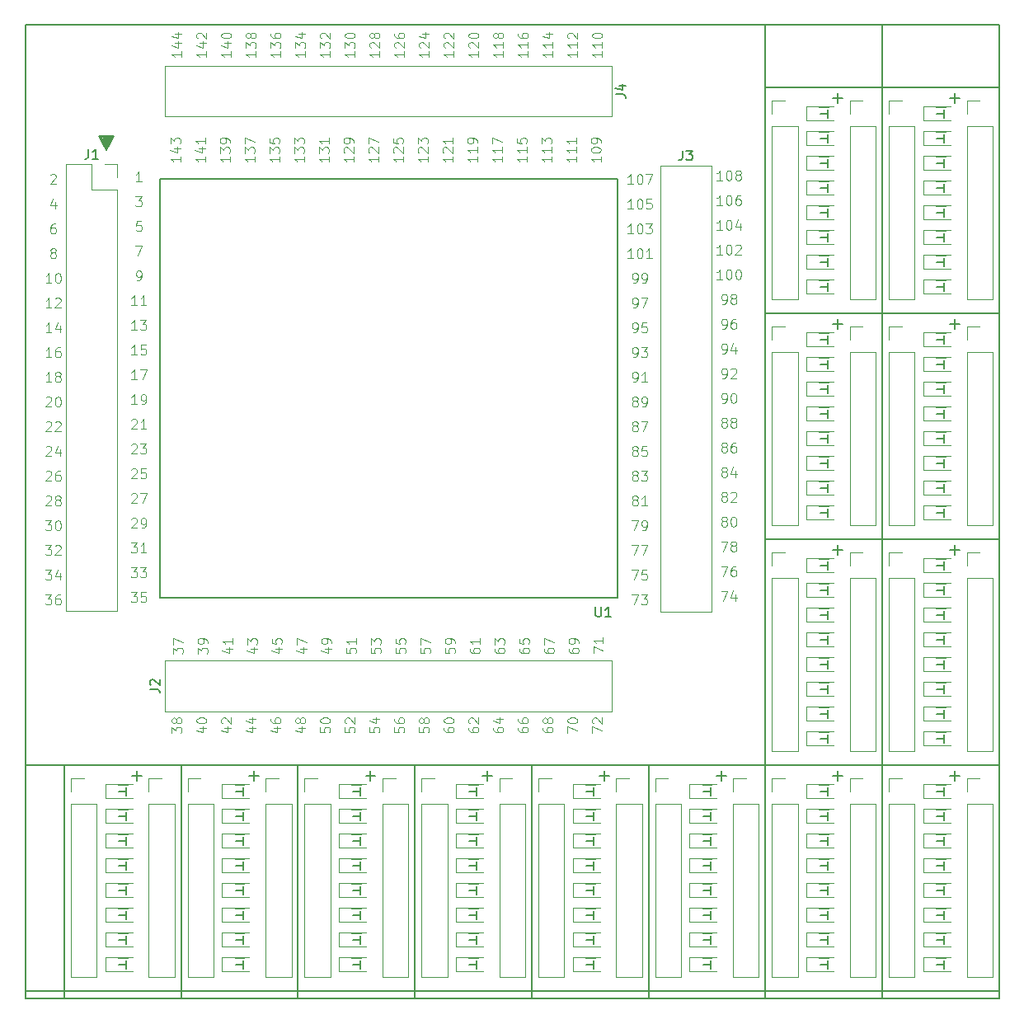
<source format=gto>
%TF.GenerationSoftware,KiCad,Pcbnew,4.0.7*%
%TF.CreationDate,2017-11-17T14:27:07+08:00*%
%TF.ProjectId,merged,6D65726765642E6B696361645F706362,rev?*%
%TF.FileFunction,Legend,Top*%
%FSLAX46Y46*%
G04 Gerber Fmt 4.6, Leading zero omitted, Abs format (unit mm)*
G04 Created by KiCad (PCBNEW 4.0.7) date 11/17/17 14:27:07*
%MOMM*%
%LPD*%
G01*
G04 APERTURE LIST*
%ADD10C,0.100000*%
%ADD11C,0.200000*%
%ADD12C,0.120000*%
%ADD13C,0.150000*%
G04 APERTURE END LIST*
D10*
D11*
X4000000Y24000000D02*
X4000000Y0D01*
X16000000Y0D02*
X16000000Y24000000D01*
X28000000Y24000000D02*
X28000000Y0D01*
X40000000Y0D02*
X40000000Y24000000D01*
X52000000Y24000000D02*
X52000000Y0D01*
X64000000Y0D02*
X64000000Y24000000D01*
X0Y800000D02*
X100000000Y800000D01*
X100000000Y24000000D02*
X0Y24000000D01*
X100000000Y47200000D02*
X76000000Y47200000D01*
X76000000Y70400000D02*
X100000000Y70400000D01*
X76000000Y93600000D02*
X100000000Y93600000D01*
X88000000Y0D02*
X88000000Y100000000D01*
X76000000Y100000000D02*
X76000000Y0D01*
X100000000Y100000000D02*
X0Y100000000D01*
X100000000Y0D02*
X100000000Y100000000D01*
X0Y0D02*
X100000000Y0D01*
X0Y100000000D02*
X0Y0D01*
D12*
X82497600Y21970800D02*
X81497580Y21970800D01*
X81497580Y20610780D02*
X82497600Y20610780D01*
X82497600Y19430800D02*
X81497580Y19430800D01*
X81497580Y18070780D02*
X82497600Y18070780D01*
X82497600Y16890800D02*
X81497580Y16890800D01*
X81497580Y15530780D02*
X82497600Y15530780D01*
X82497600Y14350800D02*
X81497580Y14350800D01*
X81497580Y12990780D02*
X82497600Y12990780D01*
X82497600Y11810800D02*
X81497580Y11810800D01*
X81497580Y10450780D02*
X82497600Y10450780D01*
X82497600Y9270800D02*
X81497580Y9270800D01*
X81497580Y7910780D02*
X82497600Y7910780D01*
X82497600Y6730800D02*
X81497580Y6730800D01*
X81497580Y5370780D02*
X82497600Y5370780D01*
X82497600Y4190800D02*
X81497580Y4190800D01*
X81497580Y2830780D02*
X82497600Y2830780D01*
X94497580Y21970800D02*
X93497580Y21970800D01*
X93497580Y20610780D02*
X94497580Y20610780D01*
X94497580Y19430800D02*
X93497580Y19430800D01*
X93497580Y18070780D02*
X94497580Y18070780D01*
X94497580Y16890800D02*
X93497580Y16890800D01*
X93497580Y15530780D02*
X94497580Y15530780D01*
X94497580Y14350800D02*
X93497580Y14350800D01*
X93497580Y12990780D02*
X94497580Y12990780D01*
X94497580Y11810800D02*
X93497580Y11810800D01*
X93497580Y10450780D02*
X94497580Y10450780D01*
X94497580Y9270800D02*
X93497580Y9270800D01*
X93497580Y7910780D02*
X94497580Y7910780D01*
X94497580Y6730800D02*
X93497580Y6730800D01*
X93497580Y5370780D02*
X94497580Y5370780D01*
X94497580Y4190800D02*
X93497580Y4190800D01*
X93497580Y2830780D02*
X94497580Y2830780D01*
X70497600Y21970800D02*
X69497580Y21970800D01*
X69497580Y20610780D02*
X70497600Y20610780D01*
X70497600Y19430800D02*
X69497580Y19430800D01*
X69497580Y18070780D02*
X70497600Y18070780D01*
X70497600Y16890800D02*
X69497580Y16890800D01*
X69497580Y15530780D02*
X70497600Y15530780D01*
X70497600Y14350800D02*
X69497580Y14350800D01*
X69497580Y12990780D02*
X70497600Y12990780D01*
X70497600Y11810800D02*
X69497580Y11810800D01*
X69497580Y10450780D02*
X70497600Y10450780D01*
X70497600Y9270800D02*
X69497580Y9270800D01*
X69497580Y7910780D02*
X70497600Y7910780D01*
X70497600Y6730800D02*
X69497580Y6730800D01*
X69497580Y5370780D02*
X70497600Y5370780D01*
X70497600Y4190800D02*
X69497580Y4190800D01*
X69497580Y2830780D02*
X70497600Y2830780D01*
X58497600Y21970800D02*
X57497600Y21970800D01*
X57497600Y20610780D02*
X58497600Y20610780D01*
X58497600Y19430800D02*
X57497600Y19430800D01*
X57497600Y18070780D02*
X58497600Y18070780D01*
X58497600Y16890800D02*
X57497600Y16890800D01*
X57497600Y15530780D02*
X58497600Y15530780D01*
X58497600Y14350800D02*
X57497600Y14350800D01*
X57497600Y12990780D02*
X58497600Y12990780D01*
X58497600Y11810800D02*
X57497600Y11810800D01*
X57497600Y10450780D02*
X58497600Y10450780D01*
X58497600Y9270800D02*
X57497600Y9270800D01*
X57497600Y7910780D02*
X58497600Y7910780D01*
X58497600Y6730800D02*
X57497600Y6730800D01*
X57497600Y5370780D02*
X58497600Y5370780D01*
X58497600Y4190800D02*
X57497600Y4190800D01*
X57497600Y2830780D02*
X58497600Y2830780D01*
X46497600Y21970800D02*
X45497600Y21970800D01*
X45497600Y20610780D02*
X46497600Y20610780D01*
X46497600Y19430800D02*
X45497600Y19430800D01*
X45497600Y18070780D02*
X46497600Y18070780D01*
X46497600Y16890800D02*
X45497600Y16890800D01*
X45497600Y15530780D02*
X46497600Y15530780D01*
X46497600Y14350800D02*
X45497600Y14350800D01*
X45497600Y12990780D02*
X46497600Y12990780D01*
X46497600Y11810800D02*
X45497600Y11810800D01*
X45497600Y10450780D02*
X46497600Y10450780D01*
X46497600Y9270800D02*
X45497600Y9270800D01*
X45497600Y7910780D02*
X46497600Y7910780D01*
X46497600Y6730800D02*
X45497600Y6730800D01*
X45497600Y5370780D02*
X46497600Y5370780D01*
X46497600Y4190800D02*
X45497600Y4190800D01*
X45497600Y2830780D02*
X46497600Y2830780D01*
X34497590Y21970800D02*
X33497600Y21970800D01*
X33497600Y20610780D02*
X34497590Y20610780D01*
X34497590Y19430800D02*
X33497600Y19430800D01*
X33497600Y18070780D02*
X34497590Y18070780D01*
X34497590Y16890800D02*
X33497600Y16890800D01*
X33497600Y15530780D02*
X34497590Y15530780D01*
X34497590Y14350800D02*
X33497600Y14350800D01*
X33497600Y12990780D02*
X34497590Y12990780D01*
X34497590Y11810800D02*
X33497600Y11810800D01*
X33497600Y10450780D02*
X34497590Y10450780D01*
X34497590Y9270800D02*
X33497600Y9270800D01*
X33497600Y7910780D02*
X34497590Y7910780D01*
X34497590Y6730800D02*
X33497600Y6730800D01*
X33497600Y5370780D02*
X34497590Y5370780D01*
X34497590Y4190800D02*
X33497600Y4190800D01*
X33497600Y2830780D02*
X34497590Y2830780D01*
X22497590Y21970800D02*
X21497590Y21970800D01*
X21497590Y20610780D02*
X22497590Y20610780D01*
X22497590Y19430800D02*
X21497590Y19430800D01*
X21497590Y18070780D02*
X22497590Y18070780D01*
X22497590Y16890800D02*
X21497590Y16890800D01*
X21497590Y15530780D02*
X22497590Y15530780D01*
X22497590Y14350800D02*
X21497590Y14350800D01*
X21497590Y12990780D02*
X22497590Y12990780D01*
X22497590Y11810800D02*
X21497590Y11810800D01*
X21497590Y10450780D02*
X22497590Y10450780D01*
X22497590Y9270800D02*
X21497590Y9270800D01*
X21497590Y7910780D02*
X22497590Y7910780D01*
X22497590Y6730800D02*
X21497590Y6730800D01*
X21497590Y5370780D02*
X22497590Y5370780D01*
X22497590Y4190800D02*
X21497590Y4190800D01*
X21497590Y2830780D02*
X22497590Y2830780D01*
X10497590Y21970800D02*
X9497590Y21970800D01*
X9497590Y20610780D02*
X10497590Y20610780D01*
X10497590Y19430800D02*
X9497590Y19430800D01*
X9497590Y18070780D02*
X10497590Y18070780D01*
X10497590Y16890800D02*
X9497590Y16890800D01*
X9497590Y15530780D02*
X10497590Y15530780D01*
X10497590Y14350800D02*
X9497590Y14350800D01*
X9497590Y12990780D02*
X10497590Y12990780D01*
X10497590Y11810800D02*
X9497590Y11810800D01*
X9497590Y10450780D02*
X10497590Y10450780D01*
X10497590Y9270800D02*
X9497590Y9270800D01*
X9497590Y7910780D02*
X10497590Y7910780D01*
X10497590Y6730800D02*
X9497590Y6730800D01*
X9497590Y5370780D02*
X10497590Y5370780D01*
X10497590Y4190800D02*
X9497590Y4190800D01*
X9497590Y2830780D02*
X10497590Y2830780D01*
X82497600Y45170780D02*
X81497580Y45170780D01*
X81497580Y43810780D02*
X82497600Y43810780D01*
X82497600Y42630780D02*
X81497580Y42630780D01*
X81497580Y41270780D02*
X82497600Y41270780D01*
X82497600Y40090780D02*
X81497580Y40090780D01*
X81497580Y38730780D02*
X82497600Y38730780D01*
X82497600Y37550780D02*
X81497580Y37550780D01*
X81497580Y36190780D02*
X82497600Y36190780D01*
X82497600Y35010780D02*
X81497580Y35010780D01*
X81497580Y33650780D02*
X82497600Y33650780D01*
X82497600Y32470780D02*
X81497580Y32470780D01*
X81497580Y31110780D02*
X82497600Y31110780D01*
X82497600Y29930780D02*
X81497580Y29930780D01*
X81497580Y28570780D02*
X82497600Y28570780D01*
X82497600Y27390780D02*
X81497580Y27390780D01*
X81497580Y26030780D02*
X82497600Y26030780D01*
X94497580Y45170780D02*
X93497580Y45170780D01*
X93497580Y43810780D02*
X94497580Y43810780D01*
X94497580Y42630780D02*
X93497580Y42630780D01*
X93497580Y41270780D02*
X94497580Y41270780D01*
X94497580Y40090780D02*
X93497580Y40090780D01*
X93497580Y38730780D02*
X94497580Y38730780D01*
X94497580Y37550780D02*
X93497580Y37550780D01*
X93497580Y36190780D02*
X94497580Y36190780D01*
X94497580Y35010780D02*
X93497580Y35010780D01*
X93497580Y33650780D02*
X94497580Y33650780D01*
X94497580Y32470780D02*
X93497580Y32470780D01*
X93497580Y31110780D02*
X94497580Y31110780D01*
X94497580Y29930780D02*
X93497580Y29930780D01*
X93497580Y28570780D02*
X94497580Y28570780D01*
X94497580Y27390780D02*
X93497580Y27390780D01*
X93497580Y26030780D02*
X94497580Y26030780D01*
X82497600Y68370780D02*
X81497580Y68370780D01*
X81497580Y67010790D02*
X82497600Y67010790D01*
X82497600Y65830780D02*
X81497580Y65830780D01*
X81497580Y64470790D02*
X82497600Y64470790D01*
X82497600Y63290780D02*
X81497580Y63290780D01*
X81497580Y61930790D02*
X82497600Y61930790D01*
X82497600Y60750780D02*
X81497580Y60750780D01*
X81497580Y59390790D02*
X82497600Y59390790D01*
X82497600Y58210780D02*
X81497580Y58210780D01*
X81497580Y56850790D02*
X82497600Y56850790D01*
X82497600Y55670780D02*
X81497580Y55670780D01*
X81497580Y54310790D02*
X82497600Y54310790D01*
X82497600Y53130780D02*
X81497580Y53130780D01*
X81497580Y51770790D02*
X82497600Y51770790D01*
X82497600Y50590780D02*
X81497580Y50590780D01*
X81497580Y49230790D02*
X82497600Y49230790D01*
X94497580Y68370780D02*
X93497580Y68370780D01*
X93497580Y67010790D02*
X94497580Y67010790D01*
X94497580Y65830780D02*
X93497580Y65830780D01*
X93497580Y64470790D02*
X94497580Y64470790D01*
X94497580Y63290780D02*
X93497580Y63290780D01*
X93497580Y61930790D02*
X94497580Y61930790D01*
X94497580Y60750780D02*
X93497580Y60750780D01*
X93497580Y59390790D02*
X94497580Y59390790D01*
X94497580Y58210780D02*
X93497580Y58210780D01*
X93497580Y56850790D02*
X94497580Y56850790D01*
X94497580Y55670780D02*
X93497580Y55670780D01*
X93497580Y54310790D02*
X94497580Y54310790D01*
X94497580Y53130780D02*
X93497580Y53130780D01*
X93497580Y51770790D02*
X94497580Y51770790D01*
X94497580Y50590780D02*
X93497580Y50590780D01*
X93497580Y49230790D02*
X94497580Y49230790D01*
X82497600Y91570780D02*
X81497580Y91570780D01*
X81497580Y90210790D02*
X82497600Y90210790D01*
X82497600Y89030780D02*
X81497580Y89030780D01*
X81497580Y87670790D02*
X82497600Y87670790D01*
X82497600Y86490780D02*
X81497580Y86490780D01*
X81497580Y85130790D02*
X82497600Y85130790D01*
X82497600Y83950780D02*
X81497580Y83950780D01*
X81497580Y82590790D02*
X82497600Y82590790D01*
X82497600Y81410780D02*
X81497580Y81410780D01*
X81497580Y80050790D02*
X82497600Y80050790D01*
X82497600Y78870780D02*
X81497580Y78870780D01*
X81497580Y77510790D02*
X82497600Y77510790D01*
X82497600Y76330780D02*
X81497580Y76330780D01*
X81497580Y74970790D02*
X82497600Y74970790D01*
X82497600Y73790780D02*
X81497580Y73790780D01*
X81497580Y72430790D02*
X82497600Y72430790D01*
X94497580Y91570780D02*
X93497580Y91570780D01*
X93497580Y90210790D02*
X94497580Y90210790D01*
X94497580Y89030780D02*
X93497580Y89030780D01*
X93497580Y87670790D02*
X94497580Y87670790D01*
X94497580Y86490780D02*
X93497580Y86490780D01*
X93497580Y85130790D02*
X94497580Y85130790D01*
X94497580Y83950780D02*
X93497580Y83950780D01*
X93497580Y82590790D02*
X94497580Y82590790D01*
X94497580Y81410780D02*
X93497580Y81410780D01*
X93497580Y80050790D02*
X94497580Y80050790D01*
X94497580Y78870780D02*
X93497580Y78870780D01*
X93497580Y77510790D02*
X94497580Y77510790D01*
X94497580Y76330780D02*
X93497580Y76330780D01*
X93497580Y74970790D02*
X94497580Y74970790D01*
X94497580Y73790780D02*
X93497580Y73790780D01*
X93497580Y72430790D02*
X94497580Y72430790D01*
D11*
X83950000Y22899980D02*
X82950000Y22899980D01*
X83450000Y22399980D02*
X83450000Y23399980D01*
D13*
X81597580Y3510790D02*
X82367580Y3510790D01*
X82367580Y3910790D02*
X82367580Y3080790D01*
D12*
X80197580Y4210790D02*
X80197580Y2810790D01*
X80197580Y2810790D02*
X82997600Y2810790D01*
X80197580Y4210790D02*
X82997600Y4210790D01*
D13*
X81597580Y6050790D02*
X82367580Y6050790D01*
X82367580Y6450790D02*
X82367580Y5620790D01*
D12*
X80197580Y6750790D02*
X80197580Y5350790D01*
X80197580Y5350790D02*
X82997600Y5350790D01*
X80197580Y6750790D02*
X82997600Y6750790D01*
D13*
X81597580Y8590790D02*
X82367580Y8590790D01*
X82367580Y8990790D02*
X82367580Y8160790D01*
D12*
X80197580Y9290790D02*
X80197580Y7890790D01*
X80197580Y7890790D02*
X82997600Y7890790D01*
X80197580Y9290790D02*
X82997600Y9290790D01*
D13*
X81597580Y11130790D02*
X82367580Y11130790D01*
X82367580Y11530790D02*
X82367580Y10700790D01*
D12*
X80197580Y11830790D02*
X80197580Y10430790D01*
X80197580Y10430790D02*
X82997600Y10430790D01*
X80197580Y11830790D02*
X82997600Y11830790D01*
D13*
X81597580Y13670790D02*
X82367580Y13670790D01*
X82367580Y14070790D02*
X82367580Y13240790D01*
D12*
X80197580Y14370790D02*
X80197580Y12970790D01*
X80197580Y12970790D02*
X82997600Y12970790D01*
X80197580Y14370790D02*
X82997600Y14370790D01*
D13*
X81597580Y16210790D02*
X82367580Y16210790D01*
X82367580Y16610790D02*
X82367580Y15780790D01*
D12*
X80197580Y16910790D02*
X80197580Y15510790D01*
X80197580Y15510790D02*
X82997600Y15510790D01*
X80197580Y16910790D02*
X82997600Y16910790D01*
D13*
X81597580Y18750790D02*
X82367580Y18750790D01*
X82367580Y19150790D02*
X82367580Y18320790D01*
D12*
X80197580Y19450790D02*
X80197580Y18050790D01*
X80197580Y18050790D02*
X82997600Y18050790D01*
X80197580Y19450790D02*
X82997600Y19450790D01*
D13*
X81597580Y21290790D02*
X82367580Y21290790D01*
X82367580Y21690790D02*
X82367580Y20860790D01*
D12*
X80197580Y21990790D02*
X80197580Y20590790D01*
X80197580Y20590790D02*
X82997600Y20590790D01*
X80197580Y21990790D02*
X82997600Y21990790D01*
X84667600Y2180790D02*
X87327590Y2180790D01*
X84667600Y20020790D02*
X84667600Y2180790D01*
X87327590Y20020790D02*
X87327590Y2180790D01*
X84667600Y20020790D02*
X87327590Y20020790D01*
X84667600Y21290790D02*
X84667600Y22620780D01*
X84667600Y22620780D02*
X85997590Y22620780D01*
X76667590Y2180790D02*
X79327580Y2180790D01*
X76667590Y20020790D02*
X76667590Y2180790D01*
X79327580Y20020790D02*
X79327580Y2180790D01*
X76667590Y20020790D02*
X79327580Y20020790D01*
X76667590Y21290790D02*
X76667590Y22620780D01*
X76667590Y22620780D02*
X77997580Y22620780D01*
D11*
X95950000Y22899980D02*
X94949980Y22899980D01*
X95450000Y22399980D02*
X95450000Y23399980D01*
D13*
X93597580Y3510790D02*
X94367580Y3510790D01*
X94367580Y3910790D02*
X94367580Y3080790D01*
D12*
X92197580Y4210790D02*
X92197580Y2810790D01*
X92197580Y2810790D02*
X94997570Y2810790D01*
X92197580Y4210790D02*
X94997570Y4210790D01*
D13*
X93597580Y6050790D02*
X94367580Y6050790D01*
X94367580Y6450790D02*
X94367580Y5620790D01*
D12*
X92197580Y6750790D02*
X92197580Y5350790D01*
X92197580Y5350790D02*
X94997570Y5350790D01*
X92197580Y6750790D02*
X94997570Y6750790D01*
D13*
X93597580Y8590790D02*
X94367580Y8590790D01*
X94367580Y8990790D02*
X94367580Y8160790D01*
D12*
X92197580Y9290790D02*
X92197580Y7890790D01*
X92197580Y7890790D02*
X94997570Y7890790D01*
X92197580Y9290790D02*
X94997570Y9290790D01*
D13*
X93597580Y11130790D02*
X94367580Y11130790D01*
X94367580Y11530790D02*
X94367580Y10700790D01*
D12*
X92197580Y11830790D02*
X92197580Y10430790D01*
X92197580Y10430790D02*
X94997570Y10430790D01*
X92197580Y11830790D02*
X94997570Y11830790D01*
D13*
X93597580Y13670790D02*
X94367580Y13670790D01*
X94367580Y14070790D02*
X94367580Y13240790D01*
D12*
X92197580Y14370790D02*
X92197580Y12970790D01*
X92197580Y12970790D02*
X94997570Y12970790D01*
X92197580Y14370790D02*
X94997570Y14370790D01*
D13*
X93597580Y16210790D02*
X94367580Y16210790D01*
X94367580Y16610790D02*
X94367580Y15780790D01*
D12*
X92197580Y16910790D02*
X92197580Y15510790D01*
X92197580Y15510790D02*
X94997570Y15510790D01*
X92197580Y16910790D02*
X94997570Y16910790D01*
D13*
X93597580Y18750790D02*
X94367580Y18750790D01*
X94367580Y19150790D02*
X94367580Y18320790D01*
D12*
X92197580Y19450790D02*
X92197580Y18050790D01*
X92197580Y18050790D02*
X94997570Y18050790D01*
X92197580Y19450790D02*
X94997570Y19450790D01*
D13*
X93597580Y21290790D02*
X94367580Y21290790D01*
X94367580Y21690790D02*
X94367580Y20860790D01*
D12*
X92197580Y21990790D02*
X92197580Y20590790D01*
X92197580Y20590790D02*
X94997570Y20590790D01*
X92197580Y21990790D02*
X94997570Y21990790D01*
X96667600Y2180790D02*
X99327590Y2180790D01*
X96667600Y20020790D02*
X96667600Y2180790D01*
X99327590Y20020790D02*
X99327590Y2180790D01*
X96667600Y20020790D02*
X99327590Y20020790D01*
X96667600Y21290790D02*
X96667600Y22620780D01*
X96667600Y22620780D02*
X97997590Y22620780D01*
X88667590Y2180790D02*
X91327580Y2180790D01*
X88667590Y20020790D02*
X88667590Y2180790D01*
X91327580Y20020790D02*
X91327580Y2180790D01*
X88667590Y20020790D02*
X91327580Y20020790D01*
X88667590Y21290790D02*
X88667590Y22620780D01*
X88667590Y22620780D02*
X89997580Y22620780D01*
D11*
X71950000Y22899980D02*
X70950000Y22899980D01*
X71450000Y22399980D02*
X71450000Y23399980D01*
D13*
X69597570Y3510790D02*
X70367580Y3510790D01*
X70367580Y3910790D02*
X70367580Y3080790D01*
D12*
X68197580Y4210790D02*
X68197580Y2810790D01*
X68197580Y2810790D02*
X70997600Y2810790D01*
X68197580Y4210790D02*
X70997600Y4210790D01*
D13*
X69597570Y6050790D02*
X70367580Y6050790D01*
X70367580Y6450790D02*
X70367580Y5620790D01*
D12*
X68197580Y6750790D02*
X68197580Y5350790D01*
X68197580Y5350790D02*
X70997600Y5350790D01*
X68197580Y6750790D02*
X70997600Y6750790D01*
D13*
X69597570Y8590790D02*
X70367580Y8590790D01*
X70367580Y8990790D02*
X70367580Y8160790D01*
D12*
X68197580Y9290790D02*
X68197580Y7890790D01*
X68197580Y7890790D02*
X70997600Y7890790D01*
X68197580Y9290790D02*
X70997600Y9290790D01*
D13*
X69597570Y11130790D02*
X70367580Y11130790D01*
X70367580Y11530790D02*
X70367580Y10700790D01*
D12*
X68197580Y11830790D02*
X68197580Y10430790D01*
X68197580Y10430790D02*
X70997600Y10430790D01*
X68197580Y11830790D02*
X70997600Y11830790D01*
D13*
X69597570Y13670790D02*
X70367580Y13670790D01*
X70367580Y14070790D02*
X70367580Y13240790D01*
D12*
X68197580Y14370790D02*
X68197580Y12970790D01*
X68197580Y12970790D02*
X70997600Y12970790D01*
X68197580Y14370790D02*
X70997600Y14370790D01*
D13*
X69597570Y16210790D02*
X70367580Y16210790D01*
X70367580Y16610790D02*
X70367580Y15780790D01*
D12*
X68197580Y16910790D02*
X68197580Y15510790D01*
X68197580Y15510790D02*
X70997600Y15510790D01*
X68197580Y16910790D02*
X70997600Y16910790D01*
D13*
X69597570Y18750790D02*
X70367580Y18750790D01*
X70367580Y19150790D02*
X70367580Y18320790D01*
D12*
X68197580Y19450790D02*
X68197580Y18050790D01*
X68197580Y18050790D02*
X70997600Y18050790D01*
X68197580Y19450790D02*
X70997600Y19450790D01*
D13*
X69597570Y21290790D02*
X70367580Y21290790D01*
X70367580Y21690790D02*
X70367580Y20860790D01*
D12*
X68197580Y21990790D02*
X68197580Y20590790D01*
X68197580Y20590790D02*
X70997600Y20590790D01*
X68197580Y21990790D02*
X70997600Y21990790D01*
X72667600Y2180790D02*
X75327590Y2180790D01*
X72667600Y20020790D02*
X72667600Y2180790D01*
X75327590Y20020790D02*
X75327590Y2180790D01*
X72667600Y20020790D02*
X75327590Y20020790D01*
X72667600Y21290790D02*
X72667600Y22620780D01*
X72667600Y22620780D02*
X73997590Y22620780D01*
X64667590Y2180790D02*
X67327580Y2180790D01*
X64667590Y20020790D02*
X64667590Y2180790D01*
X67327580Y20020790D02*
X67327580Y2180790D01*
X64667590Y20020790D02*
X67327580Y20020790D01*
X64667590Y21290790D02*
X64667590Y22620780D01*
X64667590Y22620780D02*
X65997580Y22620780D01*
D11*
X59949990Y22899980D02*
X58950000Y22899980D01*
X59450000Y22399980D02*
X59450000Y23399980D01*
D13*
X57597600Y3510790D02*
X58367600Y3510790D01*
X58367600Y3910790D02*
X58367600Y3080790D01*
D12*
X56197580Y4210790D02*
X56197580Y2810790D01*
X56197580Y2810790D02*
X58997600Y2810790D01*
X56197580Y4210790D02*
X58997600Y4210790D01*
D13*
X57597600Y6050790D02*
X58367600Y6050790D01*
X58367600Y6450790D02*
X58367600Y5620790D01*
D12*
X56197580Y6750790D02*
X56197580Y5350790D01*
X56197580Y5350790D02*
X58997600Y5350790D01*
X56197580Y6750790D02*
X58997600Y6750790D01*
D13*
X57597600Y8590790D02*
X58367600Y8590790D01*
X58367600Y8990790D02*
X58367600Y8160790D01*
D12*
X56197580Y9290790D02*
X56197580Y7890790D01*
X56197580Y7890790D02*
X58997600Y7890790D01*
X56197580Y9290790D02*
X58997600Y9290790D01*
D13*
X57597600Y11130790D02*
X58367600Y11130790D01*
X58367600Y11530790D02*
X58367600Y10700790D01*
D12*
X56197580Y11830790D02*
X56197580Y10430790D01*
X56197580Y10430790D02*
X58997600Y10430790D01*
X56197580Y11830790D02*
X58997600Y11830790D01*
D13*
X57597600Y13670790D02*
X58367600Y13670790D01*
X58367600Y14070790D02*
X58367600Y13240790D01*
D12*
X56197580Y14370790D02*
X56197580Y12970790D01*
X56197580Y12970790D02*
X58997600Y12970790D01*
X56197580Y14370790D02*
X58997600Y14370790D01*
D13*
X57597600Y16210790D02*
X58367600Y16210790D01*
X58367600Y16610790D02*
X58367600Y15780790D01*
D12*
X56197580Y16910790D02*
X56197580Y15510790D01*
X56197580Y15510790D02*
X58997600Y15510790D01*
X56197580Y16910790D02*
X58997600Y16910790D01*
D13*
X57597600Y18750790D02*
X58367600Y18750790D01*
X58367600Y19150790D02*
X58367600Y18320790D01*
D12*
X56197580Y19450790D02*
X56197580Y18050790D01*
X56197580Y18050790D02*
X58997600Y18050790D01*
X56197580Y19450790D02*
X58997600Y19450790D01*
D13*
X57597600Y21290790D02*
X58367600Y21290790D01*
X58367600Y21690790D02*
X58367600Y20860790D01*
D12*
X56197580Y21990790D02*
X56197580Y20590790D01*
X56197580Y20590790D02*
X58997600Y20590790D01*
X56197580Y21990790D02*
X58997600Y21990790D01*
X60667600Y2180790D02*
X63327580Y2180790D01*
X60667600Y20020790D02*
X60667600Y2180790D01*
X63327580Y20020790D02*
X63327580Y2180790D01*
X60667600Y20020790D02*
X63327580Y20020790D01*
X60667600Y21290790D02*
X60667600Y22620780D01*
X60667600Y22620780D02*
X61997590Y22620780D01*
X52667590Y2180790D02*
X55327580Y2180790D01*
X52667590Y20020790D02*
X52667590Y2180790D01*
X55327580Y20020790D02*
X55327580Y2180790D01*
X52667590Y20020790D02*
X55327580Y20020790D01*
X52667590Y21290790D02*
X52667590Y22620780D01*
X52667590Y22620780D02*
X53997580Y22620780D01*
D11*
X47949990Y22899980D02*
X46950000Y22899980D01*
X47449990Y22399980D02*
X47449990Y23399980D01*
D13*
X45597600Y3510790D02*
X46367600Y3510790D01*
X46367600Y3910790D02*
X46367600Y3080790D01*
D12*
X44197570Y4210790D02*
X44197570Y2810790D01*
X44197570Y2810790D02*
X46997590Y2810790D01*
X44197570Y4210790D02*
X46997590Y4210790D01*
D13*
X45597600Y6050790D02*
X46367600Y6050790D01*
X46367600Y6450790D02*
X46367600Y5620790D01*
D12*
X44197570Y6750790D02*
X44197570Y5350790D01*
X44197570Y5350790D02*
X46997590Y5350790D01*
X44197570Y6750790D02*
X46997590Y6750790D01*
D13*
X45597600Y8590790D02*
X46367600Y8590790D01*
X46367600Y8990790D02*
X46367600Y8160790D01*
D12*
X44197570Y9290790D02*
X44197570Y7890790D01*
X44197570Y7890790D02*
X46997590Y7890790D01*
X44197570Y9290790D02*
X46997590Y9290790D01*
D13*
X45597600Y11130790D02*
X46367600Y11130790D01*
X46367600Y11530790D02*
X46367600Y10700790D01*
D12*
X44197570Y11830790D02*
X44197570Y10430790D01*
X44197570Y10430790D02*
X46997590Y10430790D01*
X44197570Y11830790D02*
X46997590Y11830790D01*
D13*
X45597600Y13670790D02*
X46367600Y13670790D01*
X46367600Y14070790D02*
X46367600Y13240790D01*
D12*
X44197570Y14370790D02*
X44197570Y12970790D01*
X44197570Y12970790D02*
X46997590Y12970790D01*
X44197570Y14370790D02*
X46997590Y14370790D01*
D13*
X45597600Y16210790D02*
X46367600Y16210790D01*
X46367600Y16610790D02*
X46367600Y15780790D01*
D12*
X44197570Y16910790D02*
X44197570Y15510790D01*
X44197570Y15510790D02*
X46997590Y15510790D01*
X44197570Y16910790D02*
X46997590Y16910790D01*
D13*
X45597600Y18750790D02*
X46367600Y18750790D01*
X46367600Y19150790D02*
X46367600Y18320790D01*
D12*
X44197570Y19450790D02*
X44197570Y18050790D01*
X44197570Y18050790D02*
X46997590Y18050790D01*
X44197570Y19450790D02*
X46997590Y19450790D01*
D13*
X45597600Y21290790D02*
X46367600Y21290790D01*
X46367600Y21690790D02*
X46367600Y20860790D01*
D12*
X44197570Y21990790D02*
X44197570Y20590790D01*
X44197570Y20590790D02*
X46997590Y20590790D01*
X44197570Y21990790D02*
X46997590Y21990790D01*
X48667590Y2180790D02*
X51327580Y2180790D01*
X48667590Y20020790D02*
X48667590Y2180790D01*
X51327580Y20020790D02*
X51327580Y2180790D01*
X48667590Y20020790D02*
X51327580Y20020790D01*
X48667590Y21290790D02*
X48667590Y22620780D01*
X48667590Y22620780D02*
X49997590Y22620780D01*
X40667580Y2180790D02*
X43327600Y2180790D01*
X40667580Y20020790D02*
X40667580Y2180790D01*
X43327600Y20020790D02*
X43327600Y2180790D01*
X40667580Y20020790D02*
X43327600Y20020790D01*
X40667580Y21290790D02*
X40667580Y22620780D01*
X40667580Y22620780D02*
X41997580Y22620780D01*
D11*
X35949990Y22899980D02*
X34949990Y22899980D01*
X35449990Y22399980D02*
X35449990Y23399980D01*
D13*
X33597600Y3510790D02*
X34367600Y3510790D01*
X34367600Y3910790D02*
X34367600Y3080790D01*
D12*
X32197600Y4210790D02*
X32197600Y2810790D01*
X32197600Y2810790D02*
X34997590Y2810790D01*
X32197600Y4210790D02*
X34997590Y4210790D01*
D13*
X33597600Y6050790D02*
X34367600Y6050790D01*
X34367600Y6450790D02*
X34367600Y5620790D01*
D12*
X32197600Y6750790D02*
X32197600Y5350790D01*
X32197600Y5350790D02*
X34997590Y5350790D01*
X32197600Y6750790D02*
X34997590Y6750790D01*
D13*
X33597600Y8590790D02*
X34367600Y8590790D01*
X34367600Y8990790D02*
X34367600Y8160790D01*
D12*
X32197600Y9290790D02*
X32197600Y7890790D01*
X32197600Y7890790D02*
X34997590Y7890790D01*
X32197600Y9290790D02*
X34997590Y9290790D01*
D13*
X33597600Y11130790D02*
X34367600Y11130790D01*
X34367600Y11530790D02*
X34367600Y10700790D01*
D12*
X32197600Y11830790D02*
X32197600Y10430790D01*
X32197600Y10430790D02*
X34997590Y10430790D01*
X32197600Y11830790D02*
X34997590Y11830790D01*
D13*
X33597600Y13670790D02*
X34367600Y13670790D01*
X34367600Y14070790D02*
X34367600Y13240790D01*
D12*
X32197600Y14370790D02*
X32197600Y12970790D01*
X32197600Y12970790D02*
X34997590Y12970790D01*
X32197600Y14370790D02*
X34997590Y14370790D01*
D13*
X33597600Y16210790D02*
X34367600Y16210790D01*
X34367600Y16610790D02*
X34367600Y15780790D01*
D12*
X32197600Y16910790D02*
X32197600Y15510790D01*
X32197600Y15510790D02*
X34997590Y15510790D01*
X32197600Y16910790D02*
X34997590Y16910790D01*
D13*
X33597600Y18750790D02*
X34367600Y18750790D01*
X34367600Y19150790D02*
X34367600Y18320790D01*
D12*
X32197600Y19450790D02*
X32197600Y18050790D01*
X32197600Y18050790D02*
X34997590Y18050790D01*
X32197600Y19450790D02*
X34997590Y19450790D01*
D13*
X33597600Y21290790D02*
X34367600Y21290790D01*
X34367600Y21690790D02*
X34367600Y20860790D01*
D12*
X32197600Y21990790D02*
X32197600Y20590790D01*
X32197600Y20590790D02*
X34997590Y20590790D01*
X32197600Y21990790D02*
X34997590Y21990790D01*
X36667590Y2180790D02*
X39327580Y2180790D01*
X36667590Y20020790D02*
X36667590Y2180790D01*
X39327580Y20020790D02*
X39327580Y2180790D01*
X36667590Y20020790D02*
X39327580Y20020790D01*
X36667590Y21290790D02*
X36667590Y22620780D01*
X36667590Y22620780D02*
X37997590Y22620780D01*
X28667580Y2180790D02*
X31327600Y2180790D01*
X28667580Y20020790D02*
X28667580Y2180790D01*
X31327600Y20020790D02*
X31327600Y2180790D01*
X28667580Y20020790D02*
X31327600Y20020790D01*
X28667580Y21290790D02*
X28667580Y22620780D01*
X28667580Y22620780D02*
X29997580Y22620780D01*
D11*
X23949990Y22899980D02*
X22949990Y22899980D01*
X23449990Y22399980D02*
X23449990Y23399980D01*
D13*
X21597590Y3510790D02*
X22367600Y3510790D01*
X22367600Y3910790D02*
X22367600Y3080790D01*
D12*
X20197600Y4210790D02*
X20197600Y2810790D01*
X20197600Y2810790D02*
X22997590Y2810790D01*
X20197600Y4210790D02*
X22997590Y4210790D01*
D13*
X21597590Y6050790D02*
X22367600Y6050790D01*
X22367600Y6450790D02*
X22367600Y5620790D01*
D12*
X20197600Y6750790D02*
X20197600Y5350790D01*
X20197600Y5350790D02*
X22997590Y5350790D01*
X20197600Y6750790D02*
X22997590Y6750790D01*
D13*
X21597590Y8590790D02*
X22367600Y8590790D01*
X22367600Y8990790D02*
X22367600Y8160790D01*
D12*
X20197600Y9290790D02*
X20197600Y7890790D01*
X20197600Y7890790D02*
X22997590Y7890790D01*
X20197600Y9290790D02*
X22997590Y9290790D01*
D13*
X21597590Y11130790D02*
X22367600Y11130790D01*
X22367600Y11530790D02*
X22367600Y10700790D01*
D12*
X20197600Y11830790D02*
X20197600Y10430790D01*
X20197600Y10430790D02*
X22997590Y10430790D01*
X20197600Y11830790D02*
X22997590Y11830790D01*
D13*
X21597590Y13670790D02*
X22367600Y13670790D01*
X22367600Y14070790D02*
X22367600Y13240790D01*
D12*
X20197600Y14370790D02*
X20197600Y12970790D01*
X20197600Y12970790D02*
X22997590Y12970790D01*
X20197600Y14370790D02*
X22997590Y14370790D01*
D13*
X21597590Y16210790D02*
X22367600Y16210790D01*
X22367600Y16610790D02*
X22367600Y15780790D01*
D12*
X20197600Y16910790D02*
X20197600Y15510790D01*
X20197600Y15510790D02*
X22997590Y15510790D01*
X20197600Y16910790D02*
X22997590Y16910790D01*
D13*
X21597590Y18750790D02*
X22367600Y18750790D01*
X22367600Y19150790D02*
X22367600Y18320790D01*
D12*
X20197600Y19450790D02*
X20197600Y18050790D01*
X20197600Y18050790D02*
X22997590Y18050790D01*
X20197600Y19450790D02*
X22997590Y19450790D01*
D13*
X21597590Y21290790D02*
X22367600Y21290790D01*
X22367600Y21690790D02*
X22367600Y20860790D01*
D12*
X20197600Y21990790D02*
X20197600Y20590790D01*
X20197600Y20590790D02*
X22997590Y20590790D01*
X20197600Y21990790D02*
X22997590Y21990790D01*
X24667590Y2180790D02*
X27327580Y2180790D01*
X24667590Y20020790D02*
X24667590Y2180790D01*
X27327580Y20020790D02*
X27327580Y2180790D01*
X24667590Y20020790D02*
X27327580Y20020790D01*
X24667590Y21290790D02*
X24667590Y22620780D01*
X24667590Y22620780D02*
X25997590Y22620780D01*
X16667580Y2180790D02*
X19327600Y2180790D01*
X16667580Y20020790D02*
X16667580Y2180790D01*
X19327600Y20020790D02*
X19327600Y2180790D01*
X16667580Y20020790D02*
X19327600Y20020790D01*
X16667580Y21290790D02*
X16667580Y22620780D01*
X16667580Y22620780D02*
X17997580Y22620780D01*
D11*
X11949990Y22899980D02*
X10949990Y22899980D01*
X11449990Y22399980D02*
X11449990Y23399980D01*
D13*
X9597590Y3510790D02*
X10367590Y3510790D01*
X10367590Y3910790D02*
X10367590Y3080790D01*
D12*
X8197600Y4210790D02*
X8197600Y2810790D01*
X8197600Y2810790D02*
X10997590Y2810790D01*
X8197600Y4210790D02*
X10997590Y4210790D01*
D13*
X9597590Y6050790D02*
X10367590Y6050790D01*
X10367590Y6450790D02*
X10367590Y5620790D01*
D12*
X8197600Y6750790D02*
X8197600Y5350790D01*
X8197600Y5350790D02*
X10997590Y5350790D01*
X8197600Y6750790D02*
X10997590Y6750790D01*
D13*
X9597590Y8590790D02*
X10367590Y8590790D01*
X10367590Y8990790D02*
X10367590Y8160790D01*
D12*
X8197600Y9290790D02*
X8197600Y7890790D01*
X8197600Y7890790D02*
X10997590Y7890790D01*
X8197600Y9290790D02*
X10997590Y9290790D01*
D13*
X9597590Y11130790D02*
X10367590Y11130790D01*
X10367590Y11530790D02*
X10367590Y10700790D01*
D12*
X8197600Y11830790D02*
X8197600Y10430790D01*
X8197600Y10430790D02*
X10997590Y10430790D01*
X8197600Y11830790D02*
X10997590Y11830790D01*
D13*
X9597590Y13670790D02*
X10367590Y13670790D01*
X10367590Y14070790D02*
X10367590Y13240790D01*
D12*
X8197600Y14370790D02*
X8197600Y12970790D01*
X8197600Y12970790D02*
X10997590Y12970790D01*
X8197600Y14370790D02*
X10997590Y14370790D01*
D13*
X9597590Y16210790D02*
X10367590Y16210790D01*
X10367590Y16610790D02*
X10367590Y15780790D01*
D12*
X8197600Y16910790D02*
X8197600Y15510790D01*
X8197600Y15510790D02*
X10997590Y15510790D01*
X8197600Y16910790D02*
X10997590Y16910790D01*
D13*
X9597590Y18750790D02*
X10367590Y18750790D01*
X10367590Y19150790D02*
X10367590Y18320790D01*
D12*
X8197600Y19450790D02*
X8197600Y18050790D01*
X8197600Y18050790D02*
X10997590Y18050790D01*
X8197600Y19450790D02*
X10997590Y19450790D01*
D13*
X9597590Y21290790D02*
X10367590Y21290790D01*
X10367590Y21690790D02*
X10367590Y20860790D01*
D12*
X8197600Y21990790D02*
X8197600Y20590790D01*
X8197600Y20590790D02*
X10997590Y20590790D01*
X8197600Y21990790D02*
X10997590Y21990790D01*
X12667590Y2180790D02*
X15327580Y2180790D01*
X12667590Y20020790D02*
X12667590Y2180790D01*
X15327580Y20020790D02*
X15327580Y2180790D01*
X12667590Y20020790D02*
X15327580Y20020790D01*
X12667590Y21290790D02*
X12667590Y22620780D01*
X12667590Y22620780D02*
X13997580Y22620780D01*
X4667580Y2180790D02*
X7327600Y2180790D01*
X4667580Y20020790D02*
X4667580Y2180790D01*
X7327600Y20020790D02*
X7327600Y2180790D01*
X4667580Y20020790D02*
X7327600Y20020790D01*
X4667580Y21290790D02*
X4667580Y22620780D01*
X4667580Y22620780D02*
X5997580Y22620780D01*
D11*
X83950000Y46099980D02*
X82950000Y46099980D01*
X83450000Y45599990D02*
X83450000Y46599980D01*
D13*
X81597580Y26710790D02*
X82367580Y26710790D01*
X82367580Y27110790D02*
X82367580Y26280800D01*
D12*
X80197580Y27410790D02*
X80197580Y26010790D01*
X80197580Y26010790D02*
X82997600Y26010790D01*
X80197580Y27410790D02*
X82997600Y27410790D01*
D13*
X81597580Y29250790D02*
X82367580Y29250790D01*
X82367580Y29650790D02*
X82367580Y28820800D01*
D12*
X80197580Y29950790D02*
X80197580Y28550790D01*
X80197580Y28550790D02*
X82997600Y28550790D01*
X80197580Y29950790D02*
X82997600Y29950790D01*
D13*
X81597580Y31790790D02*
X82367580Y31790790D01*
X82367580Y32190790D02*
X82367580Y31360800D01*
D12*
X80197580Y32490790D02*
X80197580Y31090790D01*
X80197580Y31090790D02*
X82997600Y31090790D01*
X80197580Y32490790D02*
X82997600Y32490790D01*
D13*
X81597580Y34330790D02*
X82367580Y34330790D01*
X82367580Y34730790D02*
X82367580Y33900800D01*
D12*
X80197580Y35030790D02*
X80197580Y33630790D01*
X80197580Y33630790D02*
X82997600Y33630790D01*
X80197580Y35030790D02*
X82997600Y35030790D01*
D13*
X81597580Y36870790D02*
X82367580Y36870790D01*
X82367580Y37270790D02*
X82367580Y36440800D01*
D12*
X80197580Y37570790D02*
X80197580Y36170790D01*
X80197580Y36170790D02*
X82997600Y36170790D01*
X80197580Y37570790D02*
X82997600Y37570790D01*
D13*
X81597580Y39410790D02*
X82367580Y39410790D01*
X82367580Y39810790D02*
X82367580Y38980800D01*
D12*
X80197580Y40110790D02*
X80197580Y38710790D01*
X80197580Y38710790D02*
X82997600Y38710790D01*
X80197580Y40110790D02*
X82997600Y40110790D01*
D13*
X81597580Y41950790D02*
X82367580Y41950790D01*
X82367580Y42350790D02*
X82367580Y41520800D01*
D12*
X80197580Y42650790D02*
X80197580Y41250790D01*
X80197580Y41250790D02*
X82997600Y41250790D01*
X80197580Y42650790D02*
X82997600Y42650790D01*
D13*
X81597580Y44490790D02*
X82367580Y44490790D01*
X82367580Y44890790D02*
X82367580Y44060800D01*
D12*
X80197580Y45190790D02*
X80197580Y43790790D01*
X80197580Y43790790D02*
X82997600Y43790790D01*
X80197580Y45190790D02*
X82997600Y45190790D01*
X84667600Y25380800D02*
X87327590Y25380800D01*
X84667600Y43220790D02*
X84667600Y25380800D01*
X87327590Y43220790D02*
X87327590Y25380800D01*
X84667600Y43220790D02*
X87327590Y43220790D01*
X84667600Y44490790D02*
X84667600Y45820790D01*
X84667600Y45820790D02*
X85997590Y45820790D01*
X76667590Y25380800D02*
X79327580Y25380800D01*
X76667590Y43220790D02*
X76667590Y25380800D01*
X79327580Y43220790D02*
X79327580Y25380800D01*
X76667590Y43220790D02*
X79327580Y43220790D01*
X76667590Y44490790D02*
X76667590Y45820790D01*
X76667590Y45820790D02*
X77997580Y45820790D01*
D11*
X95950000Y46099980D02*
X94949980Y46099980D01*
X95450000Y45599990D02*
X95450000Y46599980D01*
D13*
X93597580Y26710790D02*
X94367580Y26710790D01*
X94367580Y27110790D02*
X94367580Y26280800D01*
D12*
X92197580Y27410790D02*
X92197580Y26010790D01*
X92197580Y26010790D02*
X94997570Y26010790D01*
X92197580Y27410790D02*
X94997570Y27410790D01*
D13*
X93597580Y29250790D02*
X94367580Y29250790D01*
X94367580Y29650790D02*
X94367580Y28820800D01*
D12*
X92197580Y29950790D02*
X92197580Y28550790D01*
X92197580Y28550790D02*
X94997570Y28550790D01*
X92197580Y29950790D02*
X94997570Y29950790D01*
D13*
X93597580Y31790790D02*
X94367580Y31790790D01*
X94367580Y32190790D02*
X94367580Y31360800D01*
D12*
X92197580Y32490790D02*
X92197580Y31090790D01*
X92197580Y31090790D02*
X94997570Y31090790D01*
X92197580Y32490790D02*
X94997570Y32490790D01*
D13*
X93597580Y34330790D02*
X94367580Y34330790D01*
X94367580Y34730790D02*
X94367580Y33900800D01*
D12*
X92197580Y35030790D02*
X92197580Y33630790D01*
X92197580Y33630790D02*
X94997570Y33630790D01*
X92197580Y35030790D02*
X94997570Y35030790D01*
D13*
X93597580Y36870790D02*
X94367580Y36870790D01*
X94367580Y37270790D02*
X94367580Y36440800D01*
D12*
X92197580Y37570790D02*
X92197580Y36170790D01*
X92197580Y36170790D02*
X94997570Y36170790D01*
X92197580Y37570790D02*
X94997570Y37570790D01*
D13*
X93597580Y39410790D02*
X94367580Y39410790D01*
X94367580Y39810790D02*
X94367580Y38980800D01*
D12*
X92197580Y40110790D02*
X92197580Y38710790D01*
X92197580Y38710790D02*
X94997570Y38710790D01*
X92197580Y40110790D02*
X94997570Y40110790D01*
D13*
X93597580Y41950790D02*
X94367580Y41950790D01*
X94367580Y42350790D02*
X94367580Y41520800D01*
D12*
X92197580Y42650790D02*
X92197580Y41250790D01*
X92197580Y41250790D02*
X94997570Y41250790D01*
X92197580Y42650790D02*
X94997570Y42650790D01*
D13*
X93597580Y44490790D02*
X94367580Y44490790D01*
X94367580Y44890790D02*
X94367580Y44060800D01*
D12*
X92197580Y45190790D02*
X92197580Y43790790D01*
X92197580Y43790790D02*
X94997570Y43790790D01*
X92197580Y45190790D02*
X94997570Y45190790D01*
X96667600Y25380800D02*
X99327590Y25380800D01*
X96667600Y43220790D02*
X96667600Y25380800D01*
X99327590Y43220790D02*
X99327590Y25380800D01*
X96667600Y43220790D02*
X99327590Y43220790D01*
X96667600Y44490790D02*
X96667600Y45820790D01*
X96667600Y45820790D02*
X97997590Y45820790D01*
X88667590Y25380800D02*
X91327580Y25380800D01*
X88667590Y43220790D02*
X88667590Y25380800D01*
X91327580Y43220790D02*
X91327580Y25380800D01*
X88667590Y43220790D02*
X91327580Y43220790D01*
X88667590Y44490790D02*
X88667590Y45820790D01*
X88667590Y45820790D02*
X89997580Y45820790D01*
D11*
X83950000Y69299990D02*
X82950000Y69299990D01*
X83450000Y68799990D02*
X83450000Y69799990D01*
D13*
X81597580Y49910800D02*
X82367580Y49910800D01*
X82367580Y50310800D02*
X82367580Y49480800D01*
D12*
X80197580Y50610800D02*
X80197580Y49210800D01*
X80197580Y49210800D02*
X82997600Y49210800D01*
X80197580Y50610800D02*
X82997600Y50610800D01*
D13*
X81597580Y52450800D02*
X82367580Y52450800D01*
X82367580Y52850800D02*
X82367580Y52020800D01*
D12*
X80197580Y53150800D02*
X80197580Y51750800D01*
X80197580Y51750800D02*
X82997600Y51750800D01*
X80197580Y53150800D02*
X82997600Y53150800D01*
D13*
X81597580Y54990800D02*
X82367580Y54990800D01*
X82367580Y55390800D02*
X82367580Y54560800D01*
D12*
X80197580Y55690800D02*
X80197580Y54290800D01*
X80197580Y54290800D02*
X82997600Y54290800D01*
X80197580Y55690800D02*
X82997600Y55690800D01*
D13*
X81597580Y57530800D02*
X82367580Y57530800D01*
X82367580Y57930800D02*
X82367580Y57100800D01*
D12*
X80197580Y58230800D02*
X80197580Y56830800D01*
X80197580Y56830800D02*
X82997600Y56830800D01*
X80197580Y58230800D02*
X82997600Y58230800D01*
D13*
X81597580Y60070800D02*
X82367580Y60070800D01*
X82367580Y60470800D02*
X82367580Y59640800D01*
D12*
X80197580Y60770800D02*
X80197580Y59370800D01*
X80197580Y59370800D02*
X82997600Y59370800D01*
X80197580Y60770800D02*
X82997600Y60770800D01*
D13*
X81597580Y62610800D02*
X82367580Y62610800D01*
X82367580Y63010800D02*
X82367580Y62180800D01*
D12*
X80197580Y63310800D02*
X80197580Y61910800D01*
X80197580Y61910800D02*
X82997600Y61910800D01*
X80197580Y63310800D02*
X82997600Y63310800D01*
D13*
X81597580Y65150800D02*
X82367580Y65150800D01*
X82367580Y65550800D02*
X82367580Y64720800D01*
D12*
X80197580Y65850800D02*
X80197580Y64450800D01*
X80197580Y64450800D02*
X82997600Y64450800D01*
X80197580Y65850800D02*
X82997600Y65850800D01*
D13*
X81597580Y67690800D02*
X82367580Y67690800D01*
X82367580Y68090800D02*
X82367580Y67260800D01*
D12*
X80197580Y68390800D02*
X80197580Y66990800D01*
X80197580Y66990800D02*
X82997600Y66990800D01*
X80197580Y68390800D02*
X82997600Y68390800D01*
X84667600Y48580780D02*
X87327590Y48580780D01*
X84667600Y66420800D02*
X84667600Y48580780D01*
X87327590Y66420800D02*
X87327590Y48580780D01*
X84667600Y66420800D02*
X87327590Y66420800D01*
X84667600Y67690800D02*
X84667600Y69020790D01*
X84667600Y69020790D02*
X85997590Y69020790D01*
X76667590Y48580780D02*
X79327580Y48580780D01*
X76667590Y66420800D02*
X76667590Y48580780D01*
X79327580Y66420800D02*
X79327580Y48580780D01*
X76667590Y66420800D02*
X79327580Y66420800D01*
X76667590Y67690800D02*
X76667590Y69020790D01*
X76667590Y69020790D02*
X77997580Y69020790D01*
D11*
X95950000Y69299990D02*
X94949980Y69299990D01*
X95450000Y68799990D02*
X95450000Y69799990D01*
D13*
X93597580Y49910800D02*
X94367580Y49910800D01*
X94367580Y50310800D02*
X94367580Y49480800D01*
D12*
X92197580Y50610800D02*
X92197580Y49210800D01*
X92197580Y49210800D02*
X94997570Y49210800D01*
X92197580Y50610800D02*
X94997570Y50610800D01*
D13*
X93597580Y52450800D02*
X94367580Y52450800D01*
X94367580Y52850800D02*
X94367580Y52020800D01*
D12*
X92197580Y53150800D02*
X92197580Y51750800D01*
X92197580Y51750800D02*
X94997570Y51750800D01*
X92197580Y53150800D02*
X94997570Y53150800D01*
D13*
X93597580Y54990800D02*
X94367580Y54990800D01*
X94367580Y55390800D02*
X94367580Y54560800D01*
D12*
X92197580Y55690800D02*
X92197580Y54290800D01*
X92197580Y54290800D02*
X94997570Y54290800D01*
X92197580Y55690800D02*
X94997570Y55690800D01*
D13*
X93597580Y57530800D02*
X94367580Y57530800D01*
X94367580Y57930800D02*
X94367580Y57100800D01*
D12*
X92197580Y58230800D02*
X92197580Y56830800D01*
X92197580Y56830800D02*
X94997570Y56830800D01*
X92197580Y58230800D02*
X94997570Y58230800D01*
D13*
X93597580Y60070800D02*
X94367580Y60070800D01*
X94367580Y60470800D02*
X94367580Y59640800D01*
D12*
X92197580Y60770800D02*
X92197580Y59370800D01*
X92197580Y59370800D02*
X94997570Y59370800D01*
X92197580Y60770800D02*
X94997570Y60770800D01*
D13*
X93597580Y62610800D02*
X94367580Y62610800D01*
X94367580Y63010800D02*
X94367580Y62180800D01*
D12*
X92197580Y63310800D02*
X92197580Y61910800D01*
X92197580Y61910800D02*
X94997570Y61910800D01*
X92197580Y63310800D02*
X94997570Y63310800D01*
D13*
X93597580Y65150800D02*
X94367580Y65150800D01*
X94367580Y65550800D02*
X94367580Y64720800D01*
D12*
X92197580Y65850800D02*
X92197580Y64450800D01*
X92197580Y64450800D02*
X94997570Y64450800D01*
X92197580Y65850800D02*
X94997570Y65850800D01*
D13*
X93597580Y67690800D02*
X94367580Y67690800D01*
X94367580Y68090800D02*
X94367580Y67260800D01*
D12*
X92197580Y68390800D02*
X92197580Y66990800D01*
X92197580Y66990800D02*
X94997570Y66990800D01*
X92197580Y68390800D02*
X94997570Y68390800D01*
X96667600Y48580780D02*
X99327590Y48580780D01*
X96667600Y66420800D02*
X96667600Y48580780D01*
X99327590Y66420800D02*
X99327590Y48580780D01*
X96667600Y66420800D02*
X99327590Y66420800D01*
X96667600Y67690800D02*
X96667600Y69020790D01*
X96667600Y69020790D02*
X97997590Y69020790D01*
X88667590Y48580780D02*
X91327580Y48580780D01*
X88667590Y66420800D02*
X88667590Y48580780D01*
X91327580Y66420800D02*
X91327580Y48580780D01*
X88667590Y66420800D02*
X91327580Y66420800D01*
X88667590Y67690800D02*
X88667590Y69020790D01*
X88667590Y69020790D02*
X89997580Y69020790D01*
D11*
X83950000Y92499990D02*
X82950000Y92499990D01*
X83450000Y91999990D02*
X83450000Y92999990D01*
D13*
X81597580Y73110780D02*
X82367580Y73110780D01*
X82367580Y73510780D02*
X82367580Y72680780D01*
D12*
X80197580Y73810770D02*
X80197580Y72410780D01*
X80197580Y72410780D02*
X82997600Y72410780D01*
X80197580Y73810770D02*
X82997600Y73810770D01*
D13*
X81597580Y75650780D02*
X82367580Y75650780D01*
X82367580Y76050780D02*
X82367580Y75220780D01*
D12*
X80197580Y76350770D02*
X80197580Y74950780D01*
X80197580Y74950780D02*
X82997600Y74950780D01*
X80197580Y76350770D02*
X82997600Y76350770D01*
D13*
X81597580Y78190780D02*
X82367580Y78190780D01*
X82367580Y78590780D02*
X82367580Y77760780D01*
D12*
X80197580Y78890770D02*
X80197580Y77490780D01*
X80197580Y77490780D02*
X82997600Y77490780D01*
X80197580Y78890770D02*
X82997600Y78890770D01*
D13*
X81597580Y80730780D02*
X82367580Y80730780D01*
X82367580Y81130780D02*
X82367580Y80300780D01*
D12*
X80197580Y81430770D02*
X80197580Y80030780D01*
X80197580Y80030780D02*
X82997600Y80030780D01*
X80197580Y81430770D02*
X82997600Y81430770D01*
D13*
X81597580Y83270780D02*
X82367580Y83270780D01*
X82367580Y83670780D02*
X82367580Y82840780D01*
D12*
X80197580Y83970770D02*
X80197580Y82570780D01*
X80197580Y82570780D02*
X82997600Y82570780D01*
X80197580Y83970770D02*
X82997600Y83970770D01*
D13*
X81597580Y85810780D02*
X82367580Y85810780D01*
X82367580Y86210780D02*
X82367580Y85380780D01*
D12*
X80197580Y86510770D02*
X80197580Y85110780D01*
X80197580Y85110780D02*
X82997600Y85110780D01*
X80197580Y86510770D02*
X82997600Y86510770D01*
D13*
X81597580Y88350780D02*
X82367580Y88350780D01*
X82367580Y88750780D02*
X82367580Y87920780D01*
D12*
X80197580Y89050770D02*
X80197580Y87650780D01*
X80197580Y87650780D02*
X82997600Y87650780D01*
X80197580Y89050770D02*
X82997600Y89050770D01*
D13*
X81597580Y90890780D02*
X82367580Y90890780D01*
X82367580Y91290780D02*
X82367580Y90460780D01*
D12*
X80197580Y91590770D02*
X80197580Y90190780D01*
X80197580Y90190780D02*
X82997600Y90190780D01*
X80197580Y91590770D02*
X82997600Y91590770D01*
X84667600Y71780780D02*
X87327590Y71780780D01*
X84667600Y89620780D02*
X84667600Y71780780D01*
X87327590Y89620780D02*
X87327590Y71780780D01*
X84667600Y89620780D02*
X87327590Y89620780D01*
X84667600Y90890780D02*
X84667600Y92220800D01*
X84667600Y92220800D02*
X85997590Y92220800D01*
X76667590Y71780780D02*
X79327580Y71780780D01*
X76667590Y89620780D02*
X76667590Y71780780D01*
X79327580Y89620780D02*
X79327580Y71780780D01*
X76667590Y89620780D02*
X79327580Y89620780D01*
X76667590Y90890780D02*
X76667590Y92220800D01*
X76667590Y92220800D02*
X77997580Y92220800D01*
D11*
X95950000Y92499990D02*
X94949980Y92499990D01*
X95450000Y91999990D02*
X95450000Y92999990D01*
D13*
X93597580Y73110780D02*
X94367580Y73110780D01*
X94367580Y73510780D02*
X94367580Y72680780D01*
D12*
X92197580Y73810770D02*
X92197580Y72410780D01*
X92197580Y72410780D02*
X94997570Y72410780D01*
X92197580Y73810770D02*
X94997570Y73810770D01*
D13*
X93597580Y75650780D02*
X94367580Y75650780D01*
X94367580Y76050780D02*
X94367580Y75220780D01*
D12*
X92197580Y76350770D02*
X92197580Y74950780D01*
X92197580Y74950780D02*
X94997570Y74950780D01*
X92197580Y76350770D02*
X94997570Y76350770D01*
D13*
X93597580Y78190780D02*
X94367580Y78190780D01*
X94367580Y78590780D02*
X94367580Y77760780D01*
D12*
X92197580Y78890770D02*
X92197580Y77490780D01*
X92197580Y77490780D02*
X94997570Y77490780D01*
X92197580Y78890770D02*
X94997570Y78890770D01*
D13*
X93597580Y80730780D02*
X94367580Y80730780D01*
X94367580Y81130780D02*
X94367580Y80300780D01*
D12*
X92197580Y81430770D02*
X92197580Y80030780D01*
X92197580Y80030780D02*
X94997570Y80030780D01*
X92197580Y81430770D02*
X94997570Y81430770D01*
D13*
X93597580Y83270780D02*
X94367580Y83270780D01*
X94367580Y83670780D02*
X94367580Y82840780D01*
D12*
X92197580Y83970770D02*
X92197580Y82570780D01*
X92197580Y82570780D02*
X94997570Y82570780D01*
X92197580Y83970770D02*
X94997570Y83970770D01*
D13*
X93597580Y85810780D02*
X94367580Y85810780D01*
X94367580Y86210780D02*
X94367580Y85380780D01*
D12*
X92197580Y86510770D02*
X92197580Y85110780D01*
X92197580Y85110780D02*
X94997570Y85110780D01*
X92197580Y86510770D02*
X94997570Y86510770D01*
D13*
X93597580Y88350780D02*
X94367580Y88350780D01*
X94367580Y88750780D02*
X94367580Y87920780D01*
D12*
X92197580Y89050770D02*
X92197580Y87650780D01*
X92197580Y87650780D02*
X94997570Y87650780D01*
X92197580Y89050770D02*
X94997570Y89050770D01*
D13*
X93597580Y90890780D02*
X94367580Y90890780D01*
X94367580Y91290780D02*
X94367580Y90460780D01*
D12*
X92197580Y91590770D02*
X92197580Y90190780D01*
X92197580Y90190780D02*
X94997570Y90190780D01*
X92197580Y91590770D02*
X94997570Y91590770D01*
X96667600Y71780780D02*
X99327590Y71780780D01*
X96667600Y89620780D02*
X96667600Y71780780D01*
X99327590Y89620780D02*
X99327590Y71780780D01*
X96667600Y89620780D02*
X99327590Y89620780D01*
X96667600Y90890780D02*
X96667600Y92220800D01*
X96667600Y92220800D02*
X97997590Y92220800D01*
X88667590Y71780780D02*
X91327580Y71780780D01*
X88667590Y89620780D02*
X88667590Y71780780D01*
X91327580Y89620780D02*
X91327580Y71780780D01*
X88667590Y89620780D02*
X91327580Y89620780D01*
X88667590Y90890780D02*
X88667590Y92220800D01*
X88667590Y92220800D02*
X89997580Y92220800D01*
D11*
X8624980Y88324990D02*
X8374990Y88249990D01*
X8224980Y88474980D02*
X8624980Y88324990D01*
X8724980Y88524990D02*
X8224980Y88474980D01*
X8499980Y87974980D02*
X8724980Y88524990D01*
X8124980Y88549990D02*
X8499980Y87974980D01*
X8399980Y87749990D02*
X8124980Y88549990D01*
X7950000Y88549990D02*
X8399980Y87749990D01*
X8324980Y87499980D02*
X7950000Y88549990D01*
X8874990Y88549990D02*
X8324980Y87499980D01*
X8374990Y87325000D02*
X8874990Y88549990D01*
X7724980Y88599980D02*
X8374990Y87325000D01*
X8299980Y87099980D02*
X7550000Y88599980D01*
X9049990Y88599980D02*
X8299980Y87099980D01*
X7550000Y88599980D02*
X9049990Y88599980D01*
D10*
X62280470Y41477620D02*
X62947120Y41477620D01*
X62947120Y41477620D02*
X62518570Y40477620D01*
X63232840Y41477620D02*
X63851890Y41477620D01*
X63851890Y41477620D02*
X63518570Y41096670D01*
X63518570Y41096670D02*
X63661420Y41096670D01*
X63661420Y41096670D02*
X63756670Y41049040D01*
X63756670Y41049040D02*
X63804270Y41001420D01*
X63804270Y41001420D02*
X63851890Y40906170D01*
X63851890Y40906170D02*
X63851890Y40668090D01*
X63851890Y40668090D02*
X63804270Y40572840D01*
X63804270Y40572840D02*
X63756670Y40525220D01*
X63756670Y40525220D02*
X63661420Y40477620D01*
X63661420Y40477620D02*
X63375690Y40477620D01*
X63375690Y40477620D02*
X63280470Y40525220D01*
X63280470Y40525220D02*
X63232840Y40572840D01*
X62280470Y44017620D02*
X62947120Y44017620D01*
X62947120Y44017620D02*
X62518570Y43017620D01*
X63804270Y44017620D02*
X63328090Y44017620D01*
X63328090Y44017620D02*
X63280470Y43541420D01*
X63280470Y43541420D02*
X63328090Y43589040D01*
X63328090Y43589040D02*
X63423320Y43636670D01*
X63423320Y43636670D02*
X63661420Y43636670D01*
X63661420Y43636670D02*
X63756670Y43589040D01*
X63756670Y43589040D02*
X63804270Y43541420D01*
X63804270Y43541420D02*
X63851890Y43446170D01*
X63851890Y43446170D02*
X63851890Y43208090D01*
X63851890Y43208090D02*
X63804270Y43112840D01*
X63804270Y43112840D02*
X63756670Y43065220D01*
X63756670Y43065220D02*
X63661420Y43017620D01*
X63661420Y43017620D02*
X63423320Y43017620D01*
X63423320Y43017620D02*
X63328090Y43065220D01*
X63328090Y43065220D02*
X63280470Y43112840D01*
X62280470Y46557620D02*
X62947120Y46557620D01*
X62947120Y46557620D02*
X62518570Y45557620D01*
X63232840Y46557620D02*
X63899520Y46557620D01*
X63899520Y46557620D02*
X63470940Y45557620D01*
X62280470Y49097620D02*
X62947120Y49097620D01*
X62947120Y49097620D02*
X62518570Y48097620D01*
X63375690Y48097620D02*
X63566170Y48097620D01*
X63566170Y48097620D02*
X63661420Y48145220D01*
X63661420Y48145220D02*
X63709040Y48192840D01*
X63709040Y48192840D02*
X63804270Y48335690D01*
X63804270Y48335690D02*
X63851890Y48526170D01*
X63851890Y48526170D02*
X63851890Y48907140D01*
X63851890Y48907140D02*
X63804270Y49002370D01*
X63804270Y49002370D02*
X63756670Y49049990D01*
X63756670Y49049990D02*
X63661420Y49097620D01*
X63661420Y49097620D02*
X63470940Y49097620D01*
X63470940Y49097620D02*
X63375690Y49049990D01*
X63375690Y49049990D02*
X63328090Y49002370D01*
X63328090Y49002370D02*
X63280470Y48907140D01*
X63280470Y48907140D02*
X63280470Y48669040D01*
X63280470Y48669040D02*
X63328090Y48573790D01*
X63328090Y48573790D02*
X63375690Y48526170D01*
X63375690Y48526170D02*
X63470940Y48478570D01*
X63470940Y48478570D02*
X63661420Y48478570D01*
X63661420Y48478570D02*
X63756670Y48526170D01*
X63756670Y48526170D02*
X63804270Y48573790D01*
X63804270Y48573790D02*
X63851890Y48669040D01*
X62518570Y51209040D02*
X62423320Y51256670D01*
X62423320Y51256670D02*
X62375690Y51304270D01*
X62375690Y51304270D02*
X62328090Y51399520D01*
X62328090Y51399520D02*
X62328090Y51447140D01*
X62328090Y51447140D02*
X62375690Y51542370D01*
X62375690Y51542370D02*
X62423320Y51589990D01*
X62423320Y51589990D02*
X62518570Y51637620D01*
X62518570Y51637620D02*
X62709040Y51637620D01*
X62709040Y51637620D02*
X62804270Y51589990D01*
X62804270Y51589990D02*
X62851890Y51542370D01*
X62851890Y51542370D02*
X62899520Y51447140D01*
X62899520Y51447140D02*
X62899520Y51399520D01*
X62899520Y51399520D02*
X62851890Y51304270D01*
X62851890Y51304270D02*
X62804270Y51256670D01*
X62804270Y51256670D02*
X62709040Y51209040D01*
X62709040Y51209040D02*
X62518570Y51209040D01*
X62518570Y51209040D02*
X62423320Y51161420D01*
X62423320Y51161420D02*
X62375690Y51113790D01*
X62375690Y51113790D02*
X62328090Y51018570D01*
X62328090Y51018570D02*
X62328090Y50828090D01*
X62328090Y50828090D02*
X62375690Y50732840D01*
X62375690Y50732840D02*
X62423320Y50685220D01*
X62423320Y50685220D02*
X62518570Y50637620D01*
X62518570Y50637620D02*
X62709040Y50637620D01*
X62709040Y50637620D02*
X62804270Y50685220D01*
X62804270Y50685220D02*
X62851890Y50732840D01*
X62851890Y50732840D02*
X62899520Y50828090D01*
X62899520Y50828090D02*
X62899520Y51018570D01*
X62899520Y51018570D02*
X62851890Y51113790D01*
X62851890Y51113790D02*
X62804270Y51161420D01*
X62804270Y51161420D02*
X62709040Y51209040D01*
X63851890Y50637620D02*
X63280470Y50637620D01*
X63566170Y50637620D02*
X63566170Y51637620D01*
X63566170Y51637620D02*
X63470940Y51494740D01*
X63470940Y51494740D02*
X63375690Y51399520D01*
X63375690Y51399520D02*
X63280470Y51351890D01*
X62518570Y53749040D02*
X62423320Y53796670D01*
X62423320Y53796670D02*
X62375690Y53844270D01*
X62375690Y53844270D02*
X62328090Y53939520D01*
X62328090Y53939520D02*
X62328090Y53987140D01*
X62328090Y53987140D02*
X62375690Y54082370D01*
X62375690Y54082370D02*
X62423320Y54129990D01*
X62423320Y54129990D02*
X62518570Y54177620D01*
X62518570Y54177620D02*
X62709040Y54177620D01*
X62709040Y54177620D02*
X62804270Y54129990D01*
X62804270Y54129990D02*
X62851890Y54082370D01*
X62851890Y54082370D02*
X62899520Y53987140D01*
X62899520Y53987140D02*
X62899520Y53939520D01*
X62899520Y53939520D02*
X62851890Y53844270D01*
X62851890Y53844270D02*
X62804270Y53796670D01*
X62804270Y53796670D02*
X62709040Y53749040D01*
X62709040Y53749040D02*
X62518570Y53749040D01*
X62518570Y53749040D02*
X62423320Y53701420D01*
X62423320Y53701420D02*
X62375690Y53653790D01*
X62375690Y53653790D02*
X62328090Y53558570D01*
X62328090Y53558570D02*
X62328090Y53368090D01*
X62328090Y53368090D02*
X62375690Y53272840D01*
X62375690Y53272840D02*
X62423320Y53225220D01*
X62423320Y53225220D02*
X62518570Y53177620D01*
X62518570Y53177620D02*
X62709040Y53177620D01*
X62709040Y53177620D02*
X62804270Y53225220D01*
X62804270Y53225220D02*
X62851890Y53272840D01*
X62851890Y53272840D02*
X62899520Y53368090D01*
X62899520Y53368090D02*
X62899520Y53558570D01*
X62899520Y53558570D02*
X62851890Y53653790D01*
X62851890Y53653790D02*
X62804270Y53701420D01*
X62804270Y53701420D02*
X62709040Y53749040D01*
X63232840Y54177620D02*
X63851890Y54177620D01*
X63851890Y54177620D02*
X63518570Y53796670D01*
X63518570Y53796670D02*
X63661420Y53796670D01*
X63661420Y53796670D02*
X63756670Y53749040D01*
X63756670Y53749040D02*
X63804270Y53701420D01*
X63804270Y53701420D02*
X63851890Y53606170D01*
X63851890Y53606170D02*
X63851890Y53368090D01*
X63851890Y53368090D02*
X63804270Y53272840D01*
X63804270Y53272840D02*
X63756670Y53225220D01*
X63756670Y53225220D02*
X63661420Y53177620D01*
X63661420Y53177620D02*
X63375690Y53177620D01*
X63375690Y53177620D02*
X63280470Y53225220D01*
X63280470Y53225220D02*
X63232840Y53272840D01*
X62518570Y56289040D02*
X62423320Y56336670D01*
X62423320Y56336670D02*
X62375690Y56384270D01*
X62375690Y56384270D02*
X62328090Y56479520D01*
X62328090Y56479520D02*
X62328090Y56527140D01*
X62328090Y56527140D02*
X62375690Y56622370D01*
X62375690Y56622370D02*
X62423320Y56669990D01*
X62423320Y56669990D02*
X62518570Y56717620D01*
X62518570Y56717620D02*
X62709040Y56717620D01*
X62709040Y56717620D02*
X62804270Y56669990D01*
X62804270Y56669990D02*
X62851890Y56622370D01*
X62851890Y56622370D02*
X62899520Y56527140D01*
X62899520Y56527140D02*
X62899520Y56479520D01*
X62899520Y56479520D02*
X62851890Y56384270D01*
X62851890Y56384270D02*
X62804270Y56336670D01*
X62804270Y56336670D02*
X62709040Y56289040D01*
X62709040Y56289040D02*
X62518570Y56289040D01*
X62518570Y56289040D02*
X62423320Y56241420D01*
X62423320Y56241420D02*
X62375690Y56193790D01*
X62375690Y56193790D02*
X62328090Y56098570D01*
X62328090Y56098570D02*
X62328090Y55908090D01*
X62328090Y55908090D02*
X62375690Y55812840D01*
X62375690Y55812840D02*
X62423320Y55765220D01*
X62423320Y55765220D02*
X62518570Y55717620D01*
X62518570Y55717620D02*
X62709040Y55717620D01*
X62709040Y55717620D02*
X62804270Y55765220D01*
X62804270Y55765220D02*
X62851890Y55812840D01*
X62851890Y55812840D02*
X62899520Y55908090D01*
X62899520Y55908090D02*
X62899520Y56098570D01*
X62899520Y56098570D02*
X62851890Y56193790D01*
X62851890Y56193790D02*
X62804270Y56241420D01*
X62804270Y56241420D02*
X62709040Y56289040D01*
X63804270Y56717620D02*
X63328090Y56717620D01*
X63328090Y56717620D02*
X63280470Y56241420D01*
X63280470Y56241420D02*
X63328090Y56289040D01*
X63328090Y56289040D02*
X63423320Y56336670D01*
X63423320Y56336670D02*
X63661420Y56336670D01*
X63661420Y56336670D02*
X63756670Y56289040D01*
X63756670Y56289040D02*
X63804270Y56241420D01*
X63804270Y56241420D02*
X63851890Y56146170D01*
X63851890Y56146170D02*
X63851890Y55908090D01*
X63851890Y55908090D02*
X63804270Y55812840D01*
X63804270Y55812840D02*
X63756670Y55765220D01*
X63756670Y55765220D02*
X63661420Y55717620D01*
X63661420Y55717620D02*
X63423320Y55717620D01*
X63423320Y55717620D02*
X63328090Y55765220D01*
X63328090Y55765220D02*
X63280470Y55812840D01*
X62518570Y58829040D02*
X62423320Y58876670D01*
X62423320Y58876670D02*
X62375690Y58924270D01*
X62375690Y58924270D02*
X62328090Y59019520D01*
X62328090Y59019520D02*
X62328090Y59067140D01*
X62328090Y59067140D02*
X62375690Y59162370D01*
X62375690Y59162370D02*
X62423320Y59209990D01*
X62423320Y59209990D02*
X62518570Y59257620D01*
X62518570Y59257620D02*
X62709040Y59257620D01*
X62709040Y59257620D02*
X62804270Y59209990D01*
X62804270Y59209990D02*
X62851890Y59162370D01*
X62851890Y59162370D02*
X62899520Y59067140D01*
X62899520Y59067140D02*
X62899520Y59019520D01*
X62899520Y59019520D02*
X62851890Y58924270D01*
X62851890Y58924270D02*
X62804270Y58876670D01*
X62804270Y58876670D02*
X62709040Y58829040D01*
X62709040Y58829040D02*
X62518570Y58829040D01*
X62518570Y58829040D02*
X62423320Y58781420D01*
X62423320Y58781420D02*
X62375690Y58733790D01*
X62375690Y58733790D02*
X62328090Y58638570D01*
X62328090Y58638570D02*
X62328090Y58448090D01*
X62328090Y58448090D02*
X62375690Y58352840D01*
X62375690Y58352840D02*
X62423320Y58305220D01*
X62423320Y58305220D02*
X62518570Y58257620D01*
X62518570Y58257620D02*
X62709040Y58257620D01*
X62709040Y58257620D02*
X62804270Y58305220D01*
X62804270Y58305220D02*
X62851890Y58352840D01*
X62851890Y58352840D02*
X62899520Y58448090D01*
X62899520Y58448090D02*
X62899520Y58638570D01*
X62899520Y58638570D02*
X62851890Y58733790D01*
X62851890Y58733790D02*
X62804270Y58781420D01*
X62804270Y58781420D02*
X62709040Y58829040D01*
X63232840Y59257620D02*
X63899520Y59257620D01*
X63899520Y59257620D02*
X63470940Y58257620D01*
X62518570Y61369040D02*
X62423320Y61416670D01*
X62423320Y61416670D02*
X62375690Y61464270D01*
X62375690Y61464270D02*
X62328090Y61559520D01*
X62328090Y61559520D02*
X62328090Y61607140D01*
X62328090Y61607140D02*
X62375690Y61702370D01*
X62375690Y61702370D02*
X62423320Y61749990D01*
X62423320Y61749990D02*
X62518570Y61797620D01*
X62518570Y61797620D02*
X62709040Y61797620D01*
X62709040Y61797620D02*
X62804270Y61749990D01*
X62804270Y61749990D02*
X62851890Y61702370D01*
X62851890Y61702370D02*
X62899520Y61607140D01*
X62899520Y61607140D02*
X62899520Y61559520D01*
X62899520Y61559520D02*
X62851890Y61464270D01*
X62851890Y61464270D02*
X62804270Y61416670D01*
X62804270Y61416670D02*
X62709040Y61369040D01*
X62709040Y61369040D02*
X62518570Y61369040D01*
X62518570Y61369040D02*
X62423320Y61321420D01*
X62423320Y61321420D02*
X62375690Y61273790D01*
X62375690Y61273790D02*
X62328090Y61178570D01*
X62328090Y61178570D02*
X62328090Y60988090D01*
X62328090Y60988090D02*
X62375690Y60892840D01*
X62375690Y60892840D02*
X62423320Y60845220D01*
X62423320Y60845220D02*
X62518570Y60797620D01*
X62518570Y60797620D02*
X62709040Y60797620D01*
X62709040Y60797620D02*
X62804270Y60845220D01*
X62804270Y60845220D02*
X62851890Y60892840D01*
X62851890Y60892840D02*
X62899520Y60988090D01*
X62899520Y60988090D02*
X62899520Y61178570D01*
X62899520Y61178570D02*
X62851890Y61273790D01*
X62851890Y61273790D02*
X62804270Y61321420D01*
X62804270Y61321420D02*
X62709040Y61369040D01*
X63375690Y60797620D02*
X63566170Y60797620D01*
X63566170Y60797620D02*
X63661420Y60845220D01*
X63661420Y60845220D02*
X63709040Y60892840D01*
X63709040Y60892840D02*
X63804270Y61035690D01*
X63804270Y61035690D02*
X63851890Y61226170D01*
X63851890Y61226170D02*
X63851890Y61607140D01*
X63851890Y61607140D02*
X63804270Y61702370D01*
X63804270Y61702370D02*
X63756670Y61749990D01*
X63756670Y61749990D02*
X63661420Y61797620D01*
X63661420Y61797620D02*
X63470940Y61797620D01*
X63470940Y61797620D02*
X63375690Y61749990D01*
X63375690Y61749990D02*
X63328090Y61702370D01*
X63328090Y61702370D02*
X63280470Y61607140D01*
X63280470Y61607140D02*
X63280470Y61369040D01*
X63280470Y61369040D02*
X63328090Y61273790D01*
X63328090Y61273790D02*
X63375690Y61226170D01*
X63375690Y61226170D02*
X63470940Y61178570D01*
X63470940Y61178570D02*
X63661420Y61178570D01*
X63661420Y61178570D02*
X63756670Y61226170D01*
X63756670Y61226170D02*
X63804270Y61273790D01*
X63804270Y61273790D02*
X63851890Y61369040D01*
X62423320Y63337620D02*
X62613790Y63337620D01*
X62613790Y63337620D02*
X62709040Y63385220D01*
X62709040Y63385220D02*
X62756640Y63432840D01*
X62756640Y63432840D02*
X62851890Y63575690D01*
X62851890Y63575690D02*
X62899520Y63766170D01*
X62899520Y63766170D02*
X62899520Y64147140D01*
X62899520Y64147140D02*
X62851890Y64242370D01*
X62851890Y64242370D02*
X62804270Y64289990D01*
X62804270Y64289990D02*
X62709040Y64337620D01*
X62709040Y64337620D02*
X62518570Y64337620D01*
X62518570Y64337620D02*
X62423320Y64289990D01*
X62423320Y64289990D02*
X62375690Y64242370D01*
X62375690Y64242370D02*
X62328090Y64147140D01*
X62328090Y64147140D02*
X62328090Y63909040D01*
X62328090Y63909040D02*
X62375690Y63813790D01*
X62375690Y63813790D02*
X62423320Y63766170D01*
X62423320Y63766170D02*
X62518570Y63718570D01*
X62518570Y63718570D02*
X62709040Y63718570D01*
X62709040Y63718570D02*
X62804270Y63766170D01*
X62804270Y63766170D02*
X62851890Y63813790D01*
X62851890Y63813790D02*
X62899520Y63909040D01*
X63851890Y63337620D02*
X63280470Y63337620D01*
X63566170Y63337620D02*
X63566170Y64337620D01*
X63566170Y64337620D02*
X63470940Y64194740D01*
X63470940Y64194740D02*
X63375690Y64099520D01*
X63375690Y64099520D02*
X63280470Y64051890D01*
X62423320Y65877620D02*
X62613790Y65877620D01*
X62613790Y65877620D02*
X62709040Y65925220D01*
X62709040Y65925220D02*
X62756640Y65972840D01*
X62756640Y65972840D02*
X62851890Y66115690D01*
X62851890Y66115690D02*
X62899520Y66306170D01*
X62899520Y66306170D02*
X62899520Y66687140D01*
X62899520Y66687140D02*
X62851890Y66782370D01*
X62851890Y66782370D02*
X62804270Y66829990D01*
X62804270Y66829990D02*
X62709040Y66877620D01*
X62709040Y66877620D02*
X62518570Y66877620D01*
X62518570Y66877620D02*
X62423320Y66829990D01*
X62423320Y66829990D02*
X62375690Y66782370D01*
X62375690Y66782370D02*
X62328090Y66687140D01*
X62328090Y66687140D02*
X62328090Y66449040D01*
X62328090Y66449040D02*
X62375690Y66353790D01*
X62375690Y66353790D02*
X62423320Y66306170D01*
X62423320Y66306170D02*
X62518570Y66258570D01*
X62518570Y66258570D02*
X62709040Y66258570D01*
X62709040Y66258570D02*
X62804270Y66306170D01*
X62804270Y66306170D02*
X62851890Y66353790D01*
X62851890Y66353790D02*
X62899520Y66449040D01*
X63232840Y66877620D02*
X63851890Y66877620D01*
X63851890Y66877620D02*
X63518570Y66496670D01*
X63518570Y66496670D02*
X63661420Y66496670D01*
X63661420Y66496670D02*
X63756670Y66449040D01*
X63756670Y66449040D02*
X63804270Y66401420D01*
X63804270Y66401420D02*
X63851890Y66306170D01*
X63851890Y66306170D02*
X63851890Y66068090D01*
X63851890Y66068090D02*
X63804270Y65972840D01*
X63804270Y65972840D02*
X63756670Y65925220D01*
X63756670Y65925220D02*
X63661420Y65877620D01*
X63661420Y65877620D02*
X63375690Y65877620D01*
X63375690Y65877620D02*
X63280470Y65925220D01*
X63280470Y65925220D02*
X63232840Y65972840D01*
X62423320Y68417620D02*
X62613790Y68417620D01*
X62613790Y68417620D02*
X62709040Y68465220D01*
X62709040Y68465220D02*
X62756640Y68512840D01*
X62756640Y68512840D02*
X62851890Y68655690D01*
X62851890Y68655690D02*
X62899520Y68846170D01*
X62899520Y68846170D02*
X62899520Y69227140D01*
X62899520Y69227140D02*
X62851890Y69322370D01*
X62851890Y69322370D02*
X62804270Y69369990D01*
X62804270Y69369990D02*
X62709040Y69417620D01*
X62709040Y69417620D02*
X62518570Y69417620D01*
X62518570Y69417620D02*
X62423320Y69369990D01*
X62423320Y69369990D02*
X62375690Y69322370D01*
X62375690Y69322370D02*
X62328090Y69227140D01*
X62328090Y69227140D02*
X62328090Y68989040D01*
X62328090Y68989040D02*
X62375690Y68893790D01*
X62375690Y68893790D02*
X62423320Y68846170D01*
X62423320Y68846170D02*
X62518570Y68798570D01*
X62518570Y68798570D02*
X62709040Y68798570D01*
X62709040Y68798570D02*
X62804270Y68846170D01*
X62804270Y68846170D02*
X62851890Y68893790D01*
X62851890Y68893790D02*
X62899520Y68989040D01*
X63804270Y69417620D02*
X63328090Y69417620D01*
X63328090Y69417620D02*
X63280470Y68941420D01*
X63280470Y68941420D02*
X63328090Y68989040D01*
X63328090Y68989040D02*
X63423320Y69036670D01*
X63423320Y69036670D02*
X63661420Y69036670D01*
X63661420Y69036670D02*
X63756670Y68989040D01*
X63756670Y68989040D02*
X63804270Y68941420D01*
X63804270Y68941420D02*
X63851890Y68846170D01*
X63851890Y68846170D02*
X63851890Y68608090D01*
X63851890Y68608090D02*
X63804270Y68512840D01*
X63804270Y68512840D02*
X63756670Y68465220D01*
X63756670Y68465220D02*
X63661420Y68417620D01*
X63661420Y68417620D02*
X63423320Y68417620D01*
X63423320Y68417620D02*
X63328090Y68465220D01*
X63328090Y68465220D02*
X63280470Y68512840D01*
X62423320Y70957620D02*
X62613790Y70957620D01*
X62613790Y70957620D02*
X62709040Y71005220D01*
X62709040Y71005220D02*
X62756640Y71052840D01*
X62756640Y71052840D02*
X62851890Y71195690D01*
X62851890Y71195690D02*
X62899520Y71386170D01*
X62899520Y71386170D02*
X62899520Y71767140D01*
X62899520Y71767140D02*
X62851890Y71862370D01*
X62851890Y71862370D02*
X62804270Y71909990D01*
X62804270Y71909990D02*
X62709040Y71957620D01*
X62709040Y71957620D02*
X62518570Y71957620D01*
X62518570Y71957620D02*
X62423320Y71909990D01*
X62423320Y71909990D02*
X62375690Y71862370D01*
X62375690Y71862370D02*
X62328090Y71767140D01*
X62328090Y71767140D02*
X62328090Y71529040D01*
X62328090Y71529040D02*
X62375690Y71433790D01*
X62375690Y71433790D02*
X62423320Y71386170D01*
X62423320Y71386170D02*
X62518570Y71338570D01*
X62518570Y71338570D02*
X62709040Y71338570D01*
X62709040Y71338570D02*
X62804270Y71386170D01*
X62804270Y71386170D02*
X62851890Y71433790D01*
X62851890Y71433790D02*
X62899520Y71529040D01*
X63232840Y71957620D02*
X63899520Y71957620D01*
X63899520Y71957620D02*
X63470940Y70957620D01*
X62423320Y73497620D02*
X62613790Y73497620D01*
X62613790Y73497620D02*
X62709040Y73545220D01*
X62709040Y73545220D02*
X62756640Y73592840D01*
X62756640Y73592840D02*
X62851890Y73735690D01*
X62851890Y73735690D02*
X62899520Y73926170D01*
X62899520Y73926170D02*
X62899520Y74307140D01*
X62899520Y74307140D02*
X62851890Y74402370D01*
X62851890Y74402370D02*
X62804270Y74449990D01*
X62804270Y74449990D02*
X62709040Y74497620D01*
X62709040Y74497620D02*
X62518570Y74497620D01*
X62518570Y74497620D02*
X62423320Y74449990D01*
X62423320Y74449990D02*
X62375690Y74402370D01*
X62375690Y74402370D02*
X62328090Y74307140D01*
X62328090Y74307140D02*
X62328090Y74069040D01*
X62328090Y74069040D02*
X62375690Y73973790D01*
X62375690Y73973790D02*
X62423320Y73926170D01*
X62423320Y73926170D02*
X62518570Y73878570D01*
X62518570Y73878570D02*
X62709040Y73878570D01*
X62709040Y73878570D02*
X62804270Y73926170D01*
X62804270Y73926170D02*
X62851890Y73973790D01*
X62851890Y73973790D02*
X62899520Y74069040D01*
X63375690Y73497620D02*
X63566170Y73497620D01*
X63566170Y73497620D02*
X63661420Y73545220D01*
X63661420Y73545220D02*
X63709040Y73592840D01*
X63709040Y73592840D02*
X63804270Y73735690D01*
X63804270Y73735690D02*
X63851890Y73926170D01*
X63851890Y73926170D02*
X63851890Y74307140D01*
X63851890Y74307140D02*
X63804270Y74402370D01*
X63804270Y74402370D02*
X63756670Y74449990D01*
X63756670Y74449990D02*
X63661420Y74497620D01*
X63661420Y74497620D02*
X63470940Y74497620D01*
X63470940Y74497620D02*
X63375690Y74449990D01*
X63375690Y74449990D02*
X63328090Y74402370D01*
X63328090Y74402370D02*
X63280470Y74307140D01*
X63280470Y74307140D02*
X63280470Y74069040D01*
X63280470Y74069040D02*
X63328090Y73973790D01*
X63328090Y73973790D02*
X63375690Y73926170D01*
X63375690Y73926170D02*
X63470940Y73878570D01*
X63470940Y73878570D02*
X63661420Y73878570D01*
X63661420Y73878570D02*
X63756670Y73926170D01*
X63756670Y73926170D02*
X63804270Y73973790D01*
X63804270Y73973790D02*
X63851890Y74069040D01*
X62423320Y76037620D02*
X61851900Y76037620D01*
X62137590Y76037620D02*
X62137590Y77037620D01*
X62137590Y77037620D02*
X62042370Y76894740D01*
X62042370Y76894740D02*
X61947120Y76799520D01*
X61947120Y76799520D02*
X61851900Y76751890D01*
X63042370Y77037620D02*
X63137620Y77037620D01*
X63137620Y77037620D02*
X63232840Y76989990D01*
X63232840Y76989990D02*
X63280470Y76942370D01*
X63280470Y76942370D02*
X63328090Y76847140D01*
X63328090Y76847140D02*
X63375690Y76656670D01*
X63375690Y76656670D02*
X63375690Y76418570D01*
X63375690Y76418570D02*
X63328090Y76228090D01*
X63328090Y76228090D02*
X63280470Y76132840D01*
X63280470Y76132840D02*
X63232840Y76085220D01*
X63232840Y76085220D02*
X63137620Y76037620D01*
X63137620Y76037620D02*
X63042370Y76037620D01*
X63042370Y76037620D02*
X62947120Y76085220D01*
X62947120Y76085220D02*
X62899520Y76132840D01*
X62899520Y76132840D02*
X62851890Y76228090D01*
X62851890Y76228090D02*
X62804270Y76418570D01*
X62804270Y76418570D02*
X62804270Y76656670D01*
X62804270Y76656670D02*
X62851890Y76847140D01*
X62851890Y76847140D02*
X62899520Y76942370D01*
X62899520Y76942370D02*
X62947120Y76989990D01*
X62947120Y76989990D02*
X63042370Y77037620D01*
X64328090Y76037620D02*
X63756670Y76037620D01*
X64042370Y76037620D02*
X64042370Y77037620D01*
X64042370Y77037620D02*
X63947140Y76894740D01*
X63947140Y76894740D02*
X63851890Y76799520D01*
X63851890Y76799520D02*
X63756670Y76751890D01*
X62423320Y78577620D02*
X61851900Y78577620D01*
X62137590Y78577620D02*
X62137590Y79577620D01*
X62137590Y79577620D02*
X62042370Y79434740D01*
X62042370Y79434740D02*
X61947120Y79339520D01*
X61947120Y79339520D02*
X61851900Y79291890D01*
X63042370Y79577620D02*
X63137620Y79577620D01*
X63137620Y79577620D02*
X63232840Y79529990D01*
X63232840Y79529990D02*
X63280470Y79482370D01*
X63280470Y79482370D02*
X63328090Y79387140D01*
X63328090Y79387140D02*
X63375690Y79196670D01*
X63375690Y79196670D02*
X63375690Y78958570D01*
X63375690Y78958570D02*
X63328090Y78768090D01*
X63328090Y78768090D02*
X63280470Y78672840D01*
X63280470Y78672840D02*
X63232840Y78625220D01*
X63232840Y78625220D02*
X63137620Y78577620D01*
X63137620Y78577620D02*
X63042370Y78577620D01*
X63042370Y78577620D02*
X62947120Y78625220D01*
X62947120Y78625220D02*
X62899520Y78672840D01*
X62899520Y78672840D02*
X62851890Y78768090D01*
X62851890Y78768090D02*
X62804270Y78958570D01*
X62804270Y78958570D02*
X62804270Y79196670D01*
X62804270Y79196670D02*
X62851890Y79387140D01*
X62851890Y79387140D02*
X62899520Y79482370D01*
X62899520Y79482370D02*
X62947120Y79529990D01*
X62947120Y79529990D02*
X63042370Y79577620D01*
X63709040Y79577620D02*
X64328090Y79577620D01*
X64328090Y79577620D02*
X63994740Y79196670D01*
X63994740Y79196670D02*
X64137620Y79196670D01*
X64137620Y79196670D02*
X64232840Y79149040D01*
X64232840Y79149040D02*
X64280470Y79101420D01*
X64280470Y79101420D02*
X64328090Y79006170D01*
X64328090Y79006170D02*
X64328090Y78768090D01*
X64328090Y78768090D02*
X64280470Y78672840D01*
X64280470Y78672840D02*
X64232840Y78625220D01*
X64232840Y78625220D02*
X64137620Y78577620D01*
X64137620Y78577620D02*
X63851890Y78577620D01*
X63851890Y78577620D02*
X63756670Y78625220D01*
X63756670Y78625220D02*
X63709040Y78672840D01*
X62423320Y81117620D02*
X61851900Y81117620D01*
X62137590Y81117620D02*
X62137590Y82117620D01*
X62137590Y82117620D02*
X62042370Y81974740D01*
X62042370Y81974740D02*
X61947120Y81879520D01*
X61947120Y81879520D02*
X61851900Y81831890D01*
X63042370Y82117620D02*
X63137620Y82117620D01*
X63137620Y82117620D02*
X63232840Y82069990D01*
X63232840Y82069990D02*
X63280470Y82022370D01*
X63280470Y82022370D02*
X63328090Y81927140D01*
X63328090Y81927140D02*
X63375690Y81736670D01*
X63375690Y81736670D02*
X63375690Y81498570D01*
X63375690Y81498570D02*
X63328090Y81308090D01*
X63328090Y81308090D02*
X63280470Y81212840D01*
X63280470Y81212840D02*
X63232840Y81165220D01*
X63232840Y81165220D02*
X63137620Y81117620D01*
X63137620Y81117620D02*
X63042370Y81117620D01*
X63042370Y81117620D02*
X62947120Y81165220D01*
X62947120Y81165220D02*
X62899520Y81212840D01*
X62899520Y81212840D02*
X62851890Y81308090D01*
X62851890Y81308090D02*
X62804270Y81498570D01*
X62804270Y81498570D02*
X62804270Y81736670D01*
X62804270Y81736670D02*
X62851890Y81927140D01*
X62851890Y81927140D02*
X62899520Y82022370D01*
X62899520Y82022370D02*
X62947120Y82069990D01*
X62947120Y82069990D02*
X63042370Y82117620D01*
X64280470Y82117620D02*
X63804270Y82117620D01*
X63804270Y82117620D02*
X63756670Y81641420D01*
X63756670Y81641420D02*
X63804270Y81689040D01*
X63804270Y81689040D02*
X63899520Y81736670D01*
X63899520Y81736670D02*
X64137620Y81736670D01*
X64137620Y81736670D02*
X64232840Y81689040D01*
X64232840Y81689040D02*
X64280470Y81641420D01*
X64280470Y81641420D02*
X64328090Y81546170D01*
X64328090Y81546170D02*
X64328090Y81308090D01*
X64328090Y81308090D02*
X64280470Y81212840D01*
X64280470Y81212840D02*
X64232840Y81165220D01*
X64232840Y81165220D02*
X64137620Y81117620D01*
X64137620Y81117620D02*
X63899520Y81117620D01*
X63899520Y81117620D02*
X63804270Y81165220D01*
X63804270Y81165220D02*
X63756670Y81212840D01*
X62423320Y83657620D02*
X61851900Y83657620D01*
X62137590Y83657620D02*
X62137590Y84657620D01*
X62137590Y84657620D02*
X62042370Y84514740D01*
X62042370Y84514740D02*
X61947120Y84419520D01*
X61947120Y84419520D02*
X61851900Y84371890D01*
X63042370Y84657620D02*
X63137620Y84657620D01*
X63137620Y84657620D02*
X63232840Y84609990D01*
X63232840Y84609990D02*
X63280470Y84562370D01*
X63280470Y84562370D02*
X63328090Y84467140D01*
X63328090Y84467140D02*
X63375690Y84276670D01*
X63375690Y84276670D02*
X63375690Y84038570D01*
X63375690Y84038570D02*
X63328090Y83848090D01*
X63328090Y83848090D02*
X63280470Y83752840D01*
X63280470Y83752840D02*
X63232840Y83705220D01*
X63232840Y83705220D02*
X63137620Y83657620D01*
X63137620Y83657620D02*
X63042370Y83657620D01*
X63042370Y83657620D02*
X62947120Y83705220D01*
X62947120Y83705220D02*
X62899520Y83752840D01*
X62899520Y83752840D02*
X62851890Y83848090D01*
X62851890Y83848090D02*
X62804270Y84038570D01*
X62804270Y84038570D02*
X62804270Y84276670D01*
X62804270Y84276670D02*
X62851890Y84467140D01*
X62851890Y84467140D02*
X62899520Y84562370D01*
X62899520Y84562370D02*
X62947120Y84609990D01*
X62947120Y84609990D02*
X63042370Y84657620D01*
X63709040Y84657620D02*
X64375690Y84657620D01*
X64375690Y84657620D02*
X63947140Y83657620D01*
X71440470Y41857600D02*
X72107120Y41857600D01*
X72107120Y41857600D02*
X71678550Y40857600D01*
X72916640Y41524280D02*
X72916640Y40857600D01*
X72678570Y41905220D02*
X72440470Y41190950D01*
X72440470Y41190950D02*
X73059520Y41190950D01*
X71440470Y44397600D02*
X72107120Y44397600D01*
X72107120Y44397600D02*
X71678550Y43397600D01*
X72916640Y44397600D02*
X72726170Y44397600D01*
X72726170Y44397600D02*
X72630940Y44349970D01*
X72630940Y44349970D02*
X72583320Y44302380D01*
X72583320Y44302380D02*
X72488090Y44159500D01*
X72488090Y44159500D02*
X72440470Y43969030D01*
X72440470Y43969030D02*
X72440470Y43588080D01*
X72440470Y43588080D02*
X72488090Y43492850D01*
X72488090Y43492850D02*
X72535690Y43445230D01*
X72535690Y43445230D02*
X72630940Y43397600D01*
X72630940Y43397600D02*
X72821420Y43397600D01*
X72821420Y43397600D02*
X72916640Y43445230D01*
X72916640Y43445230D02*
X72964270Y43492850D01*
X72964270Y43492850D02*
X73011890Y43588080D01*
X73011890Y43588080D02*
X73011890Y43826180D01*
X73011890Y43826180D02*
X72964270Y43921430D01*
X72964270Y43921430D02*
X72916640Y43969030D01*
X72916640Y43969030D02*
X72821420Y44016650D01*
X72821420Y44016650D02*
X72630940Y44016650D01*
X72630940Y44016650D02*
X72535690Y43969030D01*
X72535690Y43969030D02*
X72488090Y43921430D01*
X72488090Y43921430D02*
X72440470Y43826180D01*
X71440470Y46937600D02*
X72107120Y46937600D01*
X72107120Y46937600D02*
X71678550Y45937600D01*
X72630940Y46509030D02*
X72535690Y46556650D01*
X72535690Y46556650D02*
X72488090Y46604280D01*
X72488090Y46604280D02*
X72440470Y46699500D01*
X72440470Y46699500D02*
X72440470Y46747130D01*
X72440470Y46747130D02*
X72488090Y46842380D01*
X72488090Y46842380D02*
X72535690Y46889970D01*
X72535690Y46889970D02*
X72630940Y46937600D01*
X72630940Y46937600D02*
X72821420Y46937600D01*
X72821420Y46937600D02*
X72916640Y46889970D01*
X72916640Y46889970D02*
X72964270Y46842380D01*
X72964270Y46842380D02*
X73011890Y46747130D01*
X73011890Y46747130D02*
X73011890Y46699500D01*
X73011890Y46699500D02*
X72964270Y46604280D01*
X72964270Y46604280D02*
X72916640Y46556650D01*
X72916640Y46556650D02*
X72821420Y46509030D01*
X72821420Y46509030D02*
X72630940Y46509030D01*
X72630940Y46509030D02*
X72535690Y46461430D01*
X72535690Y46461430D02*
X72488090Y46413800D01*
X72488090Y46413800D02*
X72440470Y46318550D01*
X72440470Y46318550D02*
X72440470Y46128080D01*
X72440470Y46128080D02*
X72488090Y46032850D01*
X72488090Y46032850D02*
X72535690Y45985230D01*
X72535690Y45985230D02*
X72630940Y45937600D01*
X72630940Y45937600D02*
X72821420Y45937600D01*
X72821420Y45937600D02*
X72916640Y45985230D01*
X72916640Y45985230D02*
X72964270Y46032850D01*
X72964270Y46032850D02*
X73011890Y46128080D01*
X73011890Y46128080D02*
X73011890Y46318550D01*
X73011890Y46318550D02*
X72964270Y46413800D01*
X72964270Y46413800D02*
X72916640Y46461430D01*
X72916640Y46461430D02*
X72821420Y46509030D01*
X71678550Y49049030D02*
X71583320Y49096650D01*
X71583320Y49096650D02*
X71535700Y49144280D01*
X71535700Y49144280D02*
X71488070Y49239500D01*
X71488070Y49239500D02*
X71488070Y49287130D01*
X71488070Y49287130D02*
X71535700Y49382380D01*
X71535700Y49382380D02*
X71583320Y49429970D01*
X71583320Y49429970D02*
X71678550Y49477600D01*
X71678550Y49477600D02*
X71869050Y49477600D01*
X71869050Y49477600D02*
X71964270Y49429970D01*
X71964270Y49429970D02*
X72011900Y49382380D01*
X72011900Y49382380D02*
X72059520Y49287130D01*
X72059520Y49287130D02*
X72059520Y49239500D01*
X72059520Y49239500D02*
X72011900Y49144280D01*
X72011900Y49144280D02*
X71964270Y49096650D01*
X71964270Y49096650D02*
X71869050Y49049030D01*
X71869050Y49049030D02*
X71678550Y49049030D01*
X71678550Y49049030D02*
X71583320Y49001430D01*
X71583320Y49001430D02*
X71535700Y48953800D01*
X71535700Y48953800D02*
X71488070Y48858550D01*
X71488070Y48858550D02*
X71488070Y48668080D01*
X71488070Y48668080D02*
X71535700Y48572850D01*
X71535700Y48572850D02*
X71583320Y48525230D01*
X71583320Y48525230D02*
X71678550Y48477600D01*
X71678550Y48477600D02*
X71869050Y48477600D01*
X71869050Y48477600D02*
X71964270Y48525230D01*
X71964270Y48525230D02*
X72011900Y48572850D01*
X72011900Y48572850D02*
X72059520Y48668080D01*
X72059520Y48668080D02*
X72059520Y48858550D01*
X72059520Y48858550D02*
X72011900Y48953800D01*
X72011900Y48953800D02*
X71964270Y49001430D01*
X71964270Y49001430D02*
X71869050Y49049030D01*
X72678570Y49477600D02*
X72773790Y49477600D01*
X72773790Y49477600D02*
X72869040Y49429970D01*
X72869040Y49429970D02*
X72916640Y49382380D01*
X72916640Y49382380D02*
X72964270Y49287130D01*
X72964270Y49287130D02*
X73011890Y49096650D01*
X73011890Y49096650D02*
X73011890Y48858550D01*
X73011890Y48858550D02*
X72964270Y48668080D01*
X72964270Y48668080D02*
X72916640Y48572850D01*
X72916640Y48572850D02*
X72869040Y48525230D01*
X72869040Y48525230D02*
X72773790Y48477600D01*
X72773790Y48477600D02*
X72678570Y48477600D01*
X72678570Y48477600D02*
X72583320Y48525230D01*
X72583320Y48525230D02*
X72535690Y48572850D01*
X72535690Y48572850D02*
X72488090Y48668080D01*
X72488090Y48668080D02*
X72440470Y48858550D01*
X72440470Y48858550D02*
X72440470Y49096650D01*
X72440470Y49096650D02*
X72488090Y49287130D01*
X72488090Y49287130D02*
X72535690Y49382380D01*
X72535690Y49382380D02*
X72583320Y49429970D01*
X72583320Y49429970D02*
X72678570Y49477600D01*
X71678550Y51589030D02*
X71583320Y51636650D01*
X71583320Y51636650D02*
X71535700Y51684280D01*
X71535700Y51684280D02*
X71488070Y51779500D01*
X71488070Y51779500D02*
X71488070Y51827130D01*
X71488070Y51827130D02*
X71535700Y51922380D01*
X71535700Y51922380D02*
X71583320Y51969970D01*
X71583320Y51969970D02*
X71678550Y52017600D01*
X71678550Y52017600D02*
X71869050Y52017600D01*
X71869050Y52017600D02*
X71964270Y51969970D01*
X71964270Y51969970D02*
X72011900Y51922380D01*
X72011900Y51922380D02*
X72059520Y51827130D01*
X72059520Y51827130D02*
X72059520Y51779500D01*
X72059520Y51779500D02*
X72011900Y51684280D01*
X72011900Y51684280D02*
X71964270Y51636650D01*
X71964270Y51636650D02*
X71869050Y51589030D01*
X71869050Y51589030D02*
X71678550Y51589030D01*
X71678550Y51589030D02*
X71583320Y51541430D01*
X71583320Y51541430D02*
X71535700Y51493800D01*
X71535700Y51493800D02*
X71488070Y51398550D01*
X71488070Y51398550D02*
X71488070Y51208080D01*
X71488070Y51208080D02*
X71535700Y51112850D01*
X71535700Y51112850D02*
X71583320Y51065230D01*
X71583320Y51065230D02*
X71678550Y51017600D01*
X71678550Y51017600D02*
X71869050Y51017600D01*
X71869050Y51017600D02*
X71964270Y51065230D01*
X71964270Y51065230D02*
X72011900Y51112850D01*
X72011900Y51112850D02*
X72059520Y51208080D01*
X72059520Y51208080D02*
X72059520Y51398550D01*
X72059520Y51398550D02*
X72011900Y51493800D01*
X72011900Y51493800D02*
X71964270Y51541430D01*
X71964270Y51541430D02*
X71869050Y51589030D01*
X72440470Y51922380D02*
X72488090Y51969970D01*
X72488090Y51969970D02*
X72583320Y52017600D01*
X72583320Y52017600D02*
X72821420Y52017600D01*
X72821420Y52017600D02*
X72916640Y51969970D01*
X72916640Y51969970D02*
X72964270Y51922380D01*
X72964270Y51922380D02*
X73011890Y51827130D01*
X73011890Y51827130D02*
X73011890Y51731900D01*
X73011890Y51731900D02*
X72964270Y51589030D01*
X72964270Y51589030D02*
X72392840Y51017600D01*
X72392840Y51017600D02*
X73011890Y51017600D01*
X71678550Y54129030D02*
X71583320Y54176650D01*
X71583320Y54176650D02*
X71535700Y54224280D01*
X71535700Y54224280D02*
X71488070Y54319500D01*
X71488070Y54319500D02*
X71488070Y54367130D01*
X71488070Y54367130D02*
X71535700Y54462380D01*
X71535700Y54462380D02*
X71583320Y54509970D01*
X71583320Y54509970D02*
X71678550Y54557600D01*
X71678550Y54557600D02*
X71869050Y54557600D01*
X71869050Y54557600D02*
X71964270Y54509970D01*
X71964270Y54509970D02*
X72011900Y54462380D01*
X72011900Y54462380D02*
X72059520Y54367130D01*
X72059520Y54367130D02*
X72059520Y54319500D01*
X72059520Y54319500D02*
X72011900Y54224280D01*
X72011900Y54224280D02*
X71964270Y54176650D01*
X71964270Y54176650D02*
X71869050Y54129030D01*
X71869050Y54129030D02*
X71678550Y54129030D01*
X71678550Y54129030D02*
X71583320Y54081430D01*
X71583320Y54081430D02*
X71535700Y54033800D01*
X71535700Y54033800D02*
X71488070Y53938550D01*
X71488070Y53938550D02*
X71488070Y53748080D01*
X71488070Y53748080D02*
X71535700Y53652850D01*
X71535700Y53652850D02*
X71583320Y53605230D01*
X71583320Y53605230D02*
X71678550Y53557600D01*
X71678550Y53557600D02*
X71869050Y53557600D01*
X71869050Y53557600D02*
X71964270Y53605230D01*
X71964270Y53605230D02*
X72011900Y53652850D01*
X72011900Y53652850D02*
X72059520Y53748080D01*
X72059520Y53748080D02*
X72059520Y53938550D01*
X72059520Y53938550D02*
X72011900Y54033800D01*
X72011900Y54033800D02*
X71964270Y54081430D01*
X71964270Y54081430D02*
X71869050Y54129030D01*
X72916640Y54224280D02*
X72916640Y53557600D01*
X72678570Y54605220D02*
X72440470Y53890950D01*
X72440470Y53890950D02*
X73059520Y53890950D01*
X71678550Y56669030D02*
X71583320Y56716650D01*
X71583320Y56716650D02*
X71535700Y56764280D01*
X71535700Y56764280D02*
X71488070Y56859500D01*
X71488070Y56859500D02*
X71488070Y56907130D01*
X71488070Y56907130D02*
X71535700Y57002380D01*
X71535700Y57002380D02*
X71583320Y57049970D01*
X71583320Y57049970D02*
X71678550Y57097600D01*
X71678550Y57097600D02*
X71869050Y57097600D01*
X71869050Y57097600D02*
X71964270Y57049970D01*
X71964270Y57049970D02*
X72011900Y57002380D01*
X72011900Y57002380D02*
X72059520Y56907130D01*
X72059520Y56907130D02*
X72059520Y56859500D01*
X72059520Y56859500D02*
X72011900Y56764280D01*
X72011900Y56764280D02*
X71964270Y56716650D01*
X71964270Y56716650D02*
X71869050Y56669030D01*
X71869050Y56669030D02*
X71678550Y56669030D01*
X71678550Y56669030D02*
X71583320Y56621430D01*
X71583320Y56621430D02*
X71535700Y56573800D01*
X71535700Y56573800D02*
X71488070Y56478550D01*
X71488070Y56478550D02*
X71488070Y56288080D01*
X71488070Y56288080D02*
X71535700Y56192850D01*
X71535700Y56192850D02*
X71583320Y56145230D01*
X71583320Y56145230D02*
X71678550Y56097600D01*
X71678550Y56097600D02*
X71869050Y56097600D01*
X71869050Y56097600D02*
X71964270Y56145230D01*
X71964270Y56145230D02*
X72011900Y56192850D01*
X72011900Y56192850D02*
X72059520Y56288080D01*
X72059520Y56288080D02*
X72059520Y56478550D01*
X72059520Y56478550D02*
X72011900Y56573800D01*
X72011900Y56573800D02*
X71964270Y56621430D01*
X71964270Y56621430D02*
X71869050Y56669030D01*
X72916640Y57097600D02*
X72726170Y57097600D01*
X72726170Y57097600D02*
X72630940Y57049970D01*
X72630940Y57049970D02*
X72583320Y57002380D01*
X72583320Y57002380D02*
X72488090Y56859500D01*
X72488090Y56859500D02*
X72440470Y56669030D01*
X72440470Y56669030D02*
X72440470Y56288080D01*
X72440470Y56288080D02*
X72488090Y56192850D01*
X72488090Y56192850D02*
X72535690Y56145230D01*
X72535690Y56145230D02*
X72630940Y56097600D01*
X72630940Y56097600D02*
X72821420Y56097600D01*
X72821420Y56097600D02*
X72916640Y56145230D01*
X72916640Y56145230D02*
X72964270Y56192850D01*
X72964270Y56192850D02*
X73011890Y56288080D01*
X73011890Y56288080D02*
X73011890Y56526180D01*
X73011890Y56526180D02*
X72964270Y56621430D01*
X72964270Y56621430D02*
X72916640Y56669030D01*
X72916640Y56669030D02*
X72821420Y56716650D01*
X72821420Y56716650D02*
X72630940Y56716650D01*
X72630940Y56716650D02*
X72535690Y56669030D01*
X72535690Y56669030D02*
X72488090Y56621430D01*
X72488090Y56621430D02*
X72440470Y56526180D01*
X71678550Y59209030D02*
X71583320Y59256650D01*
X71583320Y59256650D02*
X71535700Y59304280D01*
X71535700Y59304280D02*
X71488070Y59399500D01*
X71488070Y59399500D02*
X71488070Y59447130D01*
X71488070Y59447130D02*
X71535700Y59542380D01*
X71535700Y59542380D02*
X71583320Y59589970D01*
X71583320Y59589970D02*
X71678550Y59637600D01*
X71678550Y59637600D02*
X71869050Y59637600D01*
X71869050Y59637600D02*
X71964270Y59589970D01*
X71964270Y59589970D02*
X72011900Y59542380D01*
X72011900Y59542380D02*
X72059520Y59447130D01*
X72059520Y59447130D02*
X72059520Y59399500D01*
X72059520Y59399500D02*
X72011900Y59304280D01*
X72011900Y59304280D02*
X71964270Y59256650D01*
X71964270Y59256650D02*
X71869050Y59209030D01*
X71869050Y59209030D02*
X71678550Y59209030D01*
X71678550Y59209030D02*
X71583320Y59161430D01*
X71583320Y59161430D02*
X71535700Y59113800D01*
X71535700Y59113800D02*
X71488070Y59018550D01*
X71488070Y59018550D02*
X71488070Y58828080D01*
X71488070Y58828080D02*
X71535700Y58732850D01*
X71535700Y58732850D02*
X71583320Y58685230D01*
X71583320Y58685230D02*
X71678550Y58637600D01*
X71678550Y58637600D02*
X71869050Y58637600D01*
X71869050Y58637600D02*
X71964270Y58685230D01*
X71964270Y58685230D02*
X72011900Y58732850D01*
X72011900Y58732850D02*
X72059520Y58828080D01*
X72059520Y58828080D02*
X72059520Y59018550D01*
X72059520Y59018550D02*
X72011900Y59113800D01*
X72011900Y59113800D02*
X71964270Y59161430D01*
X71964270Y59161430D02*
X71869050Y59209030D01*
X72630940Y59209030D02*
X72535690Y59256650D01*
X72535690Y59256650D02*
X72488090Y59304280D01*
X72488090Y59304280D02*
X72440470Y59399500D01*
X72440470Y59399500D02*
X72440470Y59447130D01*
X72440470Y59447130D02*
X72488090Y59542380D01*
X72488090Y59542380D02*
X72535690Y59589970D01*
X72535690Y59589970D02*
X72630940Y59637600D01*
X72630940Y59637600D02*
X72821420Y59637600D01*
X72821420Y59637600D02*
X72916640Y59589970D01*
X72916640Y59589970D02*
X72964270Y59542380D01*
X72964270Y59542380D02*
X73011890Y59447130D01*
X73011890Y59447130D02*
X73011890Y59399500D01*
X73011890Y59399500D02*
X72964270Y59304280D01*
X72964270Y59304280D02*
X72916640Y59256650D01*
X72916640Y59256650D02*
X72821420Y59209030D01*
X72821420Y59209030D02*
X72630940Y59209030D01*
X72630940Y59209030D02*
X72535690Y59161430D01*
X72535690Y59161430D02*
X72488090Y59113800D01*
X72488090Y59113800D02*
X72440470Y59018550D01*
X72440470Y59018550D02*
X72440470Y58828080D01*
X72440470Y58828080D02*
X72488090Y58732850D01*
X72488090Y58732850D02*
X72535690Y58685230D01*
X72535690Y58685230D02*
X72630940Y58637600D01*
X72630940Y58637600D02*
X72821420Y58637600D01*
X72821420Y58637600D02*
X72916640Y58685230D01*
X72916640Y58685230D02*
X72964270Y58732850D01*
X72964270Y58732850D02*
X73011890Y58828080D01*
X73011890Y58828080D02*
X73011890Y59018550D01*
X73011890Y59018550D02*
X72964270Y59113800D01*
X72964270Y59113800D02*
X72916640Y59161430D01*
X72916640Y59161430D02*
X72821420Y59209030D01*
X71583320Y61177600D02*
X71773800Y61177600D01*
X71773800Y61177600D02*
X71869050Y61225230D01*
X71869050Y61225230D02*
X71916650Y61272850D01*
X71916650Y61272850D02*
X72011900Y61415700D01*
X72011900Y61415700D02*
X72059520Y61606180D01*
X72059520Y61606180D02*
X72059520Y61987130D01*
X72059520Y61987130D02*
X72011900Y62082380D01*
X72011900Y62082380D02*
X71964270Y62129970D01*
X71964270Y62129970D02*
X71869050Y62177600D01*
X71869050Y62177600D02*
X71678550Y62177600D01*
X71678550Y62177600D02*
X71583320Y62129970D01*
X71583320Y62129970D02*
X71535700Y62082380D01*
X71535700Y62082380D02*
X71488070Y61987130D01*
X71488070Y61987130D02*
X71488070Y61749030D01*
X71488070Y61749030D02*
X71535700Y61653800D01*
X71535700Y61653800D02*
X71583320Y61606180D01*
X71583320Y61606180D02*
X71678550Y61558550D01*
X71678550Y61558550D02*
X71869050Y61558550D01*
X71869050Y61558550D02*
X71964270Y61606180D01*
X71964270Y61606180D02*
X72011900Y61653800D01*
X72011900Y61653800D02*
X72059520Y61749030D01*
X72678570Y62177600D02*
X72773790Y62177600D01*
X72773790Y62177600D02*
X72869040Y62129970D01*
X72869040Y62129970D02*
X72916640Y62082380D01*
X72916640Y62082380D02*
X72964270Y61987130D01*
X72964270Y61987130D02*
X73011890Y61796650D01*
X73011890Y61796650D02*
X73011890Y61558550D01*
X73011890Y61558550D02*
X72964270Y61368080D01*
X72964270Y61368080D02*
X72916640Y61272850D01*
X72916640Y61272850D02*
X72869040Y61225230D01*
X72869040Y61225230D02*
X72773790Y61177600D01*
X72773790Y61177600D02*
X72678570Y61177600D01*
X72678570Y61177600D02*
X72583320Y61225230D01*
X72583320Y61225230D02*
X72535690Y61272850D01*
X72535690Y61272850D02*
X72488090Y61368080D01*
X72488090Y61368080D02*
X72440470Y61558550D01*
X72440470Y61558550D02*
X72440470Y61796650D01*
X72440470Y61796650D02*
X72488090Y61987130D01*
X72488090Y61987130D02*
X72535690Y62082380D01*
X72535690Y62082380D02*
X72583320Y62129970D01*
X72583320Y62129970D02*
X72678570Y62177600D01*
X71583320Y63717600D02*
X71773800Y63717600D01*
X71773800Y63717600D02*
X71869050Y63765230D01*
X71869050Y63765230D02*
X71916650Y63812850D01*
X71916650Y63812850D02*
X72011900Y63955700D01*
X72011900Y63955700D02*
X72059520Y64146180D01*
X72059520Y64146180D02*
X72059520Y64527130D01*
X72059520Y64527130D02*
X72011900Y64622380D01*
X72011900Y64622380D02*
X71964270Y64669970D01*
X71964270Y64669970D02*
X71869050Y64717600D01*
X71869050Y64717600D02*
X71678550Y64717600D01*
X71678550Y64717600D02*
X71583320Y64669970D01*
X71583320Y64669970D02*
X71535700Y64622380D01*
X71535700Y64622380D02*
X71488070Y64527130D01*
X71488070Y64527130D02*
X71488070Y64289030D01*
X71488070Y64289030D02*
X71535700Y64193800D01*
X71535700Y64193800D02*
X71583320Y64146180D01*
X71583320Y64146180D02*
X71678550Y64098550D01*
X71678550Y64098550D02*
X71869050Y64098550D01*
X71869050Y64098550D02*
X71964270Y64146180D01*
X71964270Y64146180D02*
X72011900Y64193800D01*
X72011900Y64193800D02*
X72059520Y64289030D01*
X72440470Y64622380D02*
X72488090Y64669970D01*
X72488090Y64669970D02*
X72583320Y64717600D01*
X72583320Y64717600D02*
X72821420Y64717600D01*
X72821420Y64717600D02*
X72916640Y64669970D01*
X72916640Y64669970D02*
X72964270Y64622380D01*
X72964270Y64622380D02*
X73011890Y64527130D01*
X73011890Y64527130D02*
X73011890Y64431900D01*
X73011890Y64431900D02*
X72964270Y64289030D01*
X72964270Y64289030D02*
X72392840Y63717600D01*
X72392840Y63717600D02*
X73011890Y63717600D01*
X71583320Y66257600D02*
X71773800Y66257600D01*
X71773800Y66257600D02*
X71869050Y66305230D01*
X71869050Y66305230D02*
X71916650Y66352850D01*
X71916650Y66352850D02*
X72011900Y66495700D01*
X72011900Y66495700D02*
X72059520Y66686180D01*
X72059520Y66686180D02*
X72059520Y67067130D01*
X72059520Y67067130D02*
X72011900Y67162380D01*
X72011900Y67162380D02*
X71964270Y67209970D01*
X71964270Y67209970D02*
X71869050Y67257600D01*
X71869050Y67257600D02*
X71678550Y67257600D01*
X71678550Y67257600D02*
X71583320Y67209970D01*
X71583320Y67209970D02*
X71535700Y67162380D01*
X71535700Y67162380D02*
X71488070Y67067130D01*
X71488070Y67067130D02*
X71488070Y66829030D01*
X71488070Y66829030D02*
X71535700Y66733800D01*
X71535700Y66733800D02*
X71583320Y66686180D01*
X71583320Y66686180D02*
X71678550Y66638550D01*
X71678550Y66638550D02*
X71869050Y66638550D01*
X71869050Y66638550D02*
X71964270Y66686180D01*
X71964270Y66686180D02*
X72011900Y66733800D01*
X72011900Y66733800D02*
X72059520Y66829030D01*
X72916640Y66924280D02*
X72916640Y66257600D01*
X72678570Y67305220D02*
X72440470Y66590950D01*
X72440470Y66590950D02*
X73059520Y66590950D01*
X71583320Y68797600D02*
X71773800Y68797600D01*
X71773800Y68797600D02*
X71869050Y68845230D01*
X71869050Y68845230D02*
X71916650Y68892850D01*
X71916650Y68892850D02*
X72011900Y69035700D01*
X72011900Y69035700D02*
X72059520Y69226180D01*
X72059520Y69226180D02*
X72059520Y69607130D01*
X72059520Y69607130D02*
X72011900Y69702380D01*
X72011900Y69702380D02*
X71964270Y69749970D01*
X71964270Y69749970D02*
X71869050Y69797600D01*
X71869050Y69797600D02*
X71678550Y69797600D01*
X71678550Y69797600D02*
X71583320Y69749970D01*
X71583320Y69749970D02*
X71535700Y69702380D01*
X71535700Y69702380D02*
X71488070Y69607130D01*
X71488070Y69607130D02*
X71488070Y69369030D01*
X71488070Y69369030D02*
X71535700Y69273800D01*
X71535700Y69273800D02*
X71583320Y69226180D01*
X71583320Y69226180D02*
X71678550Y69178550D01*
X71678550Y69178550D02*
X71869050Y69178550D01*
X71869050Y69178550D02*
X71964270Y69226180D01*
X71964270Y69226180D02*
X72011900Y69273800D01*
X72011900Y69273800D02*
X72059520Y69369030D01*
X72916640Y69797600D02*
X72726170Y69797600D01*
X72726170Y69797600D02*
X72630940Y69749970D01*
X72630940Y69749970D02*
X72583320Y69702380D01*
X72583320Y69702380D02*
X72488090Y69559500D01*
X72488090Y69559500D02*
X72440470Y69369030D01*
X72440470Y69369030D02*
X72440470Y68988080D01*
X72440470Y68988080D02*
X72488090Y68892850D01*
X72488090Y68892850D02*
X72535690Y68845230D01*
X72535690Y68845230D02*
X72630940Y68797600D01*
X72630940Y68797600D02*
X72821420Y68797600D01*
X72821420Y68797600D02*
X72916640Y68845230D01*
X72916640Y68845230D02*
X72964270Y68892850D01*
X72964270Y68892850D02*
X73011890Y68988080D01*
X73011890Y68988080D02*
X73011890Y69226180D01*
X73011890Y69226180D02*
X72964270Y69321430D01*
X72964270Y69321430D02*
X72916640Y69369030D01*
X72916640Y69369030D02*
X72821420Y69416650D01*
X72821420Y69416650D02*
X72630940Y69416650D01*
X72630940Y69416650D02*
X72535690Y69369030D01*
X72535690Y69369030D02*
X72488090Y69321430D01*
X72488090Y69321430D02*
X72440470Y69226180D01*
X71583320Y71337600D02*
X71773800Y71337600D01*
X71773800Y71337600D02*
X71869050Y71385230D01*
X71869050Y71385230D02*
X71916650Y71432850D01*
X71916650Y71432850D02*
X72011900Y71575700D01*
X72011900Y71575700D02*
X72059520Y71766180D01*
X72059520Y71766180D02*
X72059520Y72147130D01*
X72059520Y72147130D02*
X72011900Y72242380D01*
X72011900Y72242380D02*
X71964270Y72289970D01*
X71964270Y72289970D02*
X71869050Y72337600D01*
X71869050Y72337600D02*
X71678550Y72337600D01*
X71678550Y72337600D02*
X71583320Y72289970D01*
X71583320Y72289970D02*
X71535700Y72242380D01*
X71535700Y72242380D02*
X71488070Y72147130D01*
X71488070Y72147130D02*
X71488070Y71909030D01*
X71488070Y71909030D02*
X71535700Y71813800D01*
X71535700Y71813800D02*
X71583320Y71766180D01*
X71583320Y71766180D02*
X71678550Y71718550D01*
X71678550Y71718550D02*
X71869050Y71718550D01*
X71869050Y71718550D02*
X71964270Y71766180D01*
X71964270Y71766180D02*
X72011900Y71813800D01*
X72011900Y71813800D02*
X72059520Y71909030D01*
X72630940Y71909030D02*
X72535690Y71956650D01*
X72535690Y71956650D02*
X72488090Y72004280D01*
X72488090Y72004280D02*
X72440470Y72099500D01*
X72440470Y72099500D02*
X72440470Y72147130D01*
X72440470Y72147130D02*
X72488090Y72242380D01*
X72488090Y72242380D02*
X72535690Y72289970D01*
X72535690Y72289970D02*
X72630940Y72337600D01*
X72630940Y72337600D02*
X72821420Y72337600D01*
X72821420Y72337600D02*
X72916640Y72289970D01*
X72916640Y72289970D02*
X72964270Y72242380D01*
X72964270Y72242380D02*
X73011890Y72147130D01*
X73011890Y72147130D02*
X73011890Y72099500D01*
X73011890Y72099500D02*
X72964270Y72004280D01*
X72964270Y72004280D02*
X72916640Y71956650D01*
X72916640Y71956650D02*
X72821420Y71909030D01*
X72821420Y71909030D02*
X72630940Y71909030D01*
X72630940Y71909030D02*
X72535690Y71861430D01*
X72535690Y71861430D02*
X72488090Y71813800D01*
X72488090Y71813800D02*
X72440470Y71718550D01*
X72440470Y71718550D02*
X72440470Y71528080D01*
X72440470Y71528080D02*
X72488090Y71432850D01*
X72488090Y71432850D02*
X72535690Y71385230D01*
X72535690Y71385230D02*
X72630940Y71337600D01*
X72630940Y71337600D02*
X72821420Y71337600D01*
X72821420Y71337600D02*
X72916640Y71385230D01*
X72916640Y71385230D02*
X72964270Y71432850D01*
X72964270Y71432850D02*
X73011890Y71528080D01*
X73011890Y71528080D02*
X73011890Y71718550D01*
X73011890Y71718550D02*
X72964270Y71813800D01*
X72964270Y71813800D02*
X72916640Y71861430D01*
X72916640Y71861430D02*
X72821420Y71909030D01*
X71583320Y73877600D02*
X71011900Y73877600D01*
X71297600Y73877600D02*
X71297600Y74877600D01*
X71297600Y74877600D02*
X71202370Y74734750D01*
X71202370Y74734750D02*
X71107120Y74639500D01*
X71107120Y74639500D02*
X71011900Y74591900D01*
X72202370Y74877600D02*
X72297590Y74877600D01*
X72297590Y74877600D02*
X72392840Y74829970D01*
X72392840Y74829970D02*
X72440470Y74782380D01*
X72440470Y74782380D02*
X72488090Y74687130D01*
X72488090Y74687130D02*
X72535690Y74496650D01*
X72535690Y74496650D02*
X72535690Y74258550D01*
X72535690Y74258550D02*
X72488090Y74068080D01*
X72488090Y74068080D02*
X72440470Y73972850D01*
X72440470Y73972850D02*
X72392840Y73925230D01*
X72392840Y73925230D02*
X72297590Y73877600D01*
X72297590Y73877600D02*
X72202370Y73877600D01*
X72202370Y73877600D02*
X72107120Y73925230D01*
X72107120Y73925230D02*
X72059520Y73972850D01*
X72059520Y73972850D02*
X72011900Y74068080D01*
X72011900Y74068080D02*
X71964270Y74258550D01*
X71964270Y74258550D02*
X71964270Y74496650D01*
X71964270Y74496650D02*
X72011900Y74687130D01*
X72011900Y74687130D02*
X72059520Y74782380D01*
X72059520Y74782380D02*
X72107120Y74829970D01*
X72107120Y74829970D02*
X72202370Y74877600D01*
X73154740Y74877600D02*
X73249990Y74877600D01*
X73249990Y74877600D02*
X73345220Y74829970D01*
X73345220Y74829970D02*
X73392840Y74782380D01*
X73392840Y74782380D02*
X73440470Y74687130D01*
X73440470Y74687130D02*
X73488090Y74496650D01*
X73488090Y74496650D02*
X73488090Y74258550D01*
X73488090Y74258550D02*
X73440470Y74068080D01*
X73440470Y74068080D02*
X73392840Y73972850D01*
X73392840Y73972850D02*
X73345220Y73925230D01*
X73345220Y73925230D02*
X73249990Y73877600D01*
X73249990Y73877600D02*
X73154740Y73877600D01*
X73154740Y73877600D02*
X73059520Y73925230D01*
X73059520Y73925230D02*
X73011890Y73972850D01*
X73011890Y73972850D02*
X72964270Y74068080D01*
X72964270Y74068080D02*
X72916640Y74258550D01*
X72916640Y74258550D02*
X72916640Y74496650D01*
X72916640Y74496650D02*
X72964270Y74687130D01*
X72964270Y74687130D02*
X73011890Y74782380D01*
X73011890Y74782380D02*
X73059520Y74829970D01*
X73059520Y74829970D02*
X73154740Y74877600D01*
X71583320Y76417600D02*
X71011900Y76417600D01*
X71297600Y76417600D02*
X71297600Y77417600D01*
X71297600Y77417600D02*
X71202370Y77274750D01*
X71202370Y77274750D02*
X71107120Y77179500D01*
X71107120Y77179500D02*
X71011900Y77131900D01*
X72202370Y77417600D02*
X72297590Y77417600D01*
X72297590Y77417600D02*
X72392840Y77369970D01*
X72392840Y77369970D02*
X72440470Y77322380D01*
X72440470Y77322380D02*
X72488090Y77227130D01*
X72488090Y77227130D02*
X72535690Y77036650D01*
X72535690Y77036650D02*
X72535690Y76798550D01*
X72535690Y76798550D02*
X72488090Y76608080D01*
X72488090Y76608080D02*
X72440470Y76512850D01*
X72440470Y76512850D02*
X72392840Y76465230D01*
X72392840Y76465230D02*
X72297590Y76417600D01*
X72297590Y76417600D02*
X72202370Y76417600D01*
X72202370Y76417600D02*
X72107120Y76465230D01*
X72107120Y76465230D02*
X72059520Y76512850D01*
X72059520Y76512850D02*
X72011900Y76608080D01*
X72011900Y76608080D02*
X71964270Y76798550D01*
X71964270Y76798550D02*
X71964270Y77036650D01*
X71964270Y77036650D02*
X72011900Y77227130D01*
X72011900Y77227130D02*
X72059520Y77322380D01*
X72059520Y77322380D02*
X72107120Y77369970D01*
X72107120Y77369970D02*
X72202370Y77417600D01*
X72916640Y77322380D02*
X72964270Y77369970D01*
X72964270Y77369970D02*
X73059520Y77417600D01*
X73059520Y77417600D02*
X73297620Y77417600D01*
X73297620Y77417600D02*
X73392840Y77369970D01*
X73392840Y77369970D02*
X73440470Y77322380D01*
X73440470Y77322380D02*
X73488090Y77227130D01*
X73488090Y77227130D02*
X73488090Y77131900D01*
X73488090Y77131900D02*
X73440470Y76989030D01*
X73440470Y76989030D02*
X72869040Y76417600D01*
X72869040Y76417600D02*
X73488090Y76417600D01*
X71583320Y78957600D02*
X71011900Y78957600D01*
X71297600Y78957600D02*
X71297600Y79957600D01*
X71297600Y79957600D02*
X71202370Y79814750D01*
X71202370Y79814750D02*
X71107120Y79719500D01*
X71107120Y79719500D02*
X71011900Y79671900D01*
X72202370Y79957600D02*
X72297590Y79957600D01*
X72297590Y79957600D02*
X72392840Y79909970D01*
X72392840Y79909970D02*
X72440470Y79862380D01*
X72440470Y79862380D02*
X72488090Y79767130D01*
X72488090Y79767130D02*
X72535690Y79576650D01*
X72535690Y79576650D02*
X72535690Y79338550D01*
X72535690Y79338550D02*
X72488090Y79148080D01*
X72488090Y79148080D02*
X72440470Y79052850D01*
X72440470Y79052850D02*
X72392840Y79005230D01*
X72392840Y79005230D02*
X72297590Y78957600D01*
X72297590Y78957600D02*
X72202370Y78957600D01*
X72202370Y78957600D02*
X72107120Y79005230D01*
X72107120Y79005230D02*
X72059520Y79052850D01*
X72059520Y79052850D02*
X72011900Y79148080D01*
X72011900Y79148080D02*
X71964270Y79338550D01*
X71964270Y79338550D02*
X71964270Y79576650D01*
X71964270Y79576650D02*
X72011900Y79767130D01*
X72011900Y79767130D02*
X72059520Y79862380D01*
X72059520Y79862380D02*
X72107120Y79909970D01*
X72107120Y79909970D02*
X72202370Y79957600D01*
X73392840Y79624280D02*
X73392840Y78957600D01*
X73154740Y80005220D02*
X72916640Y79290950D01*
X72916640Y79290950D02*
X73535690Y79290950D01*
X71583320Y81497600D02*
X71011900Y81497600D01*
X71297600Y81497600D02*
X71297600Y82497600D01*
X71297600Y82497600D02*
X71202370Y82354750D01*
X71202370Y82354750D02*
X71107120Y82259500D01*
X71107120Y82259500D02*
X71011900Y82211900D01*
X72202370Y82497600D02*
X72297590Y82497600D01*
X72297590Y82497600D02*
X72392840Y82449970D01*
X72392840Y82449970D02*
X72440470Y82402380D01*
X72440470Y82402380D02*
X72488090Y82307130D01*
X72488090Y82307130D02*
X72535690Y82116650D01*
X72535690Y82116650D02*
X72535690Y81878550D01*
X72535690Y81878550D02*
X72488090Y81688080D01*
X72488090Y81688080D02*
X72440470Y81592850D01*
X72440470Y81592850D02*
X72392840Y81545230D01*
X72392840Y81545230D02*
X72297590Y81497600D01*
X72297590Y81497600D02*
X72202370Y81497600D01*
X72202370Y81497600D02*
X72107120Y81545230D01*
X72107120Y81545230D02*
X72059520Y81592850D01*
X72059520Y81592850D02*
X72011900Y81688080D01*
X72011900Y81688080D02*
X71964270Y81878550D01*
X71964270Y81878550D02*
X71964270Y82116650D01*
X71964270Y82116650D02*
X72011900Y82307130D01*
X72011900Y82307130D02*
X72059520Y82402380D01*
X72059520Y82402380D02*
X72107120Y82449970D01*
X72107120Y82449970D02*
X72202370Y82497600D01*
X73392840Y82497600D02*
X73202370Y82497600D01*
X73202370Y82497600D02*
X73107120Y82449970D01*
X73107120Y82449970D02*
X73059520Y82402380D01*
X73059520Y82402380D02*
X72964270Y82259500D01*
X72964270Y82259500D02*
X72916640Y82069030D01*
X72916640Y82069030D02*
X72916640Y81688080D01*
X72916640Y81688080D02*
X72964270Y81592850D01*
X72964270Y81592850D02*
X73011890Y81545230D01*
X73011890Y81545230D02*
X73107120Y81497600D01*
X73107120Y81497600D02*
X73297620Y81497600D01*
X73297620Y81497600D02*
X73392840Y81545230D01*
X73392840Y81545230D02*
X73440470Y81592850D01*
X73440470Y81592850D02*
X73488090Y81688080D01*
X73488090Y81688080D02*
X73488090Y81926180D01*
X73488090Y81926180D02*
X73440470Y82021430D01*
X73440470Y82021430D02*
X73392840Y82069030D01*
X73392840Y82069030D02*
X73297620Y82116650D01*
X73297620Y82116650D02*
X73107120Y82116650D01*
X73107120Y82116650D02*
X73011890Y82069030D01*
X73011890Y82069030D02*
X72964270Y82021430D01*
X72964270Y82021430D02*
X72916640Y81926180D01*
X71583320Y84037600D02*
X71011900Y84037600D01*
X71297600Y84037600D02*
X71297600Y85037600D01*
X71297600Y85037600D02*
X71202370Y84894750D01*
X71202370Y84894750D02*
X71107120Y84799500D01*
X71107120Y84799500D02*
X71011900Y84751900D01*
X72202370Y85037600D02*
X72297590Y85037600D01*
X72297590Y85037600D02*
X72392840Y84989970D01*
X72392840Y84989970D02*
X72440470Y84942380D01*
X72440470Y84942380D02*
X72488090Y84847130D01*
X72488090Y84847130D02*
X72535690Y84656650D01*
X72535690Y84656650D02*
X72535690Y84418550D01*
X72535690Y84418550D02*
X72488090Y84228080D01*
X72488090Y84228080D02*
X72440470Y84132850D01*
X72440470Y84132850D02*
X72392840Y84085230D01*
X72392840Y84085230D02*
X72297590Y84037600D01*
X72297590Y84037600D02*
X72202370Y84037600D01*
X72202370Y84037600D02*
X72107120Y84085230D01*
X72107120Y84085230D02*
X72059520Y84132850D01*
X72059520Y84132850D02*
X72011900Y84228080D01*
X72011900Y84228080D02*
X71964270Y84418550D01*
X71964270Y84418550D02*
X71964270Y84656650D01*
X71964270Y84656650D02*
X72011900Y84847130D01*
X72011900Y84847130D02*
X72059520Y84942380D01*
X72059520Y84942380D02*
X72107120Y84989970D01*
X72107120Y84989970D02*
X72202370Y85037600D01*
X73107120Y84609030D02*
X73011890Y84656650D01*
X73011890Y84656650D02*
X72964270Y84704280D01*
X72964270Y84704280D02*
X72916640Y84799500D01*
X72916640Y84799500D02*
X72916640Y84847130D01*
X72916640Y84847130D02*
X72964270Y84942380D01*
X72964270Y84942380D02*
X73011890Y84989970D01*
X73011890Y84989970D02*
X73107120Y85037600D01*
X73107120Y85037600D02*
X73297620Y85037600D01*
X73297620Y85037600D02*
X73392840Y84989970D01*
X73392840Y84989970D02*
X73440470Y84942380D01*
X73440470Y84942380D02*
X73488090Y84847130D01*
X73488090Y84847130D02*
X73488090Y84799500D01*
X73488090Y84799500D02*
X73440470Y84704280D01*
X73440470Y84704280D02*
X73392840Y84656650D01*
X73392840Y84656650D02*
X73297620Y84609030D01*
X73297620Y84609030D02*
X73107120Y84609030D01*
X73107120Y84609030D02*
X73011890Y84561430D01*
X73011890Y84561430D02*
X72964270Y84513800D01*
X72964270Y84513800D02*
X72916640Y84418550D01*
X72916640Y84418550D02*
X72916640Y84228080D01*
X72916640Y84228080D02*
X72964270Y84132850D01*
X72964270Y84132850D02*
X73011890Y84085230D01*
X73011890Y84085230D02*
X73107120Y84037600D01*
X73107120Y84037600D02*
X73297620Y84037600D01*
X73297620Y84037600D02*
X73392840Y84085230D01*
X73392840Y84085230D02*
X73440470Y84132850D01*
X73440470Y84132850D02*
X73488090Y84228080D01*
X73488090Y84228080D02*
X73488090Y84418550D01*
X73488090Y84418550D02*
X73440470Y84513800D01*
X73440470Y84513800D02*
X73392840Y84561430D01*
X73392840Y84561430D02*
X73297620Y84609030D01*
X59092360Y86493320D02*
X59092360Y85921900D01*
X59092360Y86207600D02*
X58092370Y86207600D01*
X58092370Y86207600D02*
X58235220Y86112380D01*
X58235220Y86112380D02*
X58330470Y86017130D01*
X58330470Y86017130D02*
X58378090Y85921900D01*
X58092370Y87112370D02*
X58092370Y87207600D01*
X58092370Y87207600D02*
X58139990Y87302850D01*
X58139990Y87302850D02*
X58187620Y87350470D01*
X58187620Y87350470D02*
X58282840Y87398070D01*
X58282840Y87398070D02*
X58473310Y87445700D01*
X58473310Y87445700D02*
X58711410Y87445700D01*
X58711410Y87445700D02*
X58901890Y87398070D01*
X58901890Y87398070D02*
X58997140Y87350470D01*
X58997140Y87350470D02*
X59044740Y87302850D01*
X59044740Y87302850D02*
X59092360Y87207600D01*
X59092360Y87207600D02*
X59092360Y87112370D01*
X59092360Y87112370D02*
X59044740Y87017120D01*
X59044740Y87017120D02*
X58997140Y86969520D01*
X58997140Y86969520D02*
X58901890Y86921900D01*
X58901890Y86921900D02*
X58711410Y86874270D01*
X58711410Y86874270D02*
X58473310Y86874270D01*
X58473310Y86874270D02*
X58282840Y86921900D01*
X58282840Y86921900D02*
X58187620Y86969520D01*
X58187620Y86969520D02*
X58139990Y87017120D01*
X58139990Y87017120D02*
X58092370Y87112370D01*
X59092360Y87921900D02*
X59092360Y88112370D01*
X59092360Y88112370D02*
X59044740Y88207600D01*
X59044740Y88207600D02*
X58997140Y88255220D01*
X58997140Y88255220D02*
X58854260Y88350470D01*
X58854260Y88350470D02*
X58663790Y88398100D01*
X58663790Y88398100D02*
X58282840Y88398100D01*
X58282840Y88398100D02*
X58187620Y88350470D01*
X58187620Y88350470D02*
X58139990Y88302850D01*
X58139990Y88302850D02*
X58092370Y88207600D01*
X58092370Y88207600D02*
X58092370Y88017120D01*
X58092370Y88017120D02*
X58139990Y87921900D01*
X58139990Y87921900D02*
X58187620Y87874270D01*
X58187620Y87874270D02*
X58282840Y87826650D01*
X58282840Y87826650D02*
X58520940Y87826650D01*
X58520940Y87826650D02*
X58616190Y87874270D01*
X58616190Y87874270D02*
X58663790Y87921900D01*
X58663790Y87921900D02*
X58711410Y88017120D01*
X58711410Y88017120D02*
X58711410Y88207600D01*
X58711410Y88207600D02*
X58663790Y88302850D01*
X58663790Y88302850D02*
X58616190Y88350470D01*
X58616190Y88350470D02*
X58520940Y88398100D01*
X56552360Y86493320D02*
X56552360Y85921900D01*
X56552360Y86207600D02*
X55552370Y86207600D01*
X55552370Y86207600D02*
X55695220Y86112380D01*
X55695220Y86112380D02*
X55790470Y86017130D01*
X55790470Y86017130D02*
X55838090Y85921900D01*
X56552360Y87445700D02*
X56552360Y86874270D01*
X56552360Y87160000D02*
X55552370Y87160000D01*
X55552370Y87160000D02*
X55695220Y87064750D01*
X55695220Y87064750D02*
X55790470Y86969520D01*
X55790470Y86969520D02*
X55838090Y86874270D01*
X56552360Y88398100D02*
X56552360Y87826650D01*
X56552360Y88112370D02*
X55552370Y88112370D01*
X55552370Y88112370D02*
X55695220Y88017120D01*
X55695220Y88017120D02*
X55790470Y87921900D01*
X55790470Y87921900D02*
X55838090Y87826650D01*
X54012360Y86493320D02*
X54012360Y85921900D01*
X54012360Y86207600D02*
X53012370Y86207600D01*
X53012370Y86207600D02*
X53155220Y86112380D01*
X53155220Y86112380D02*
X53250470Y86017130D01*
X53250470Y86017130D02*
X53298090Y85921900D01*
X54012360Y87445700D02*
X54012360Y86874270D01*
X54012360Y87160000D02*
X53012370Y87160000D01*
X53012370Y87160000D02*
X53155220Y87064750D01*
X53155220Y87064750D02*
X53250470Y86969520D01*
X53250470Y86969520D02*
X53298090Y86874270D01*
X53012370Y87779050D02*
X53012370Y88398100D01*
X53012370Y88398100D02*
X53393310Y88064750D01*
X53393310Y88064750D02*
X53393310Y88207600D01*
X53393310Y88207600D02*
X53440940Y88302850D01*
X53440940Y88302850D02*
X53488560Y88350470D01*
X53488560Y88350470D02*
X53583790Y88398100D01*
X53583790Y88398100D02*
X53821890Y88398100D01*
X53821890Y88398100D02*
X53917140Y88350470D01*
X53917140Y88350470D02*
X53964740Y88302850D01*
X53964740Y88302850D02*
X54012360Y88207600D01*
X54012360Y88207600D02*
X54012360Y87921900D01*
X54012360Y87921900D02*
X53964740Y87826650D01*
X53964740Y87826650D02*
X53917140Y87779050D01*
X51472360Y86493320D02*
X51472360Y85921900D01*
X51472360Y86207600D02*
X50472370Y86207600D01*
X50472370Y86207600D02*
X50615220Y86112380D01*
X50615220Y86112380D02*
X50710470Y86017130D01*
X50710470Y86017130D02*
X50758090Y85921900D01*
X51472360Y87445700D02*
X51472360Y86874270D01*
X51472360Y87160000D02*
X50472370Y87160000D01*
X50472370Y87160000D02*
X50615220Y87064750D01*
X50615220Y87064750D02*
X50710470Y86969520D01*
X50710470Y86969520D02*
X50758090Y86874270D01*
X50472370Y88350470D02*
X50472370Y87874270D01*
X50472370Y87874270D02*
X50948560Y87826650D01*
X50948560Y87826650D02*
X50900940Y87874270D01*
X50900940Y87874270D02*
X50853310Y87969520D01*
X50853310Y87969520D02*
X50853310Y88207600D01*
X50853310Y88207600D02*
X50900940Y88302850D01*
X50900940Y88302850D02*
X50948560Y88350470D01*
X50948560Y88350470D02*
X51043790Y88398100D01*
X51043790Y88398100D02*
X51281890Y88398100D01*
X51281890Y88398100D02*
X51377140Y88350470D01*
X51377140Y88350470D02*
X51424740Y88302850D01*
X51424740Y88302850D02*
X51472360Y88207600D01*
X51472360Y88207600D02*
X51472360Y87969520D01*
X51472360Y87969520D02*
X51424740Y87874270D01*
X51424740Y87874270D02*
X51377140Y87826650D01*
X48932360Y86493320D02*
X48932360Y85921900D01*
X48932360Y86207600D02*
X47932370Y86207600D01*
X47932370Y86207600D02*
X48075220Y86112380D01*
X48075220Y86112380D02*
X48170470Y86017130D01*
X48170470Y86017130D02*
X48218090Y85921900D01*
X48932360Y87445700D02*
X48932360Y86874270D01*
X48932360Y87160000D02*
X47932370Y87160000D01*
X47932370Y87160000D02*
X48075220Y87064750D01*
X48075220Y87064750D02*
X48170470Y86969520D01*
X48170470Y86969520D02*
X48218090Y86874270D01*
X47932370Y87779050D02*
X47932370Y88445700D01*
X47932370Y88445700D02*
X48932360Y88017120D01*
X46392360Y86493320D02*
X46392360Y85921900D01*
X46392360Y86207600D02*
X45392370Y86207600D01*
X45392370Y86207600D02*
X45535220Y86112380D01*
X45535220Y86112380D02*
X45630470Y86017130D01*
X45630470Y86017130D02*
X45678090Y85921900D01*
X46392360Y87445700D02*
X46392360Y86874270D01*
X46392360Y87160000D02*
X45392370Y87160000D01*
X45392370Y87160000D02*
X45535220Y87064750D01*
X45535220Y87064750D02*
X45630470Y86969520D01*
X45630470Y86969520D02*
X45678090Y86874270D01*
X46392360Y87921900D02*
X46392360Y88112370D01*
X46392360Y88112370D02*
X46344740Y88207600D01*
X46344740Y88207600D02*
X46297140Y88255220D01*
X46297140Y88255220D02*
X46154260Y88350470D01*
X46154260Y88350470D02*
X45963790Y88398100D01*
X45963790Y88398100D02*
X45582840Y88398100D01*
X45582840Y88398100D02*
X45487620Y88350470D01*
X45487620Y88350470D02*
X45439990Y88302850D01*
X45439990Y88302850D02*
X45392370Y88207600D01*
X45392370Y88207600D02*
X45392370Y88017120D01*
X45392370Y88017120D02*
X45439990Y87921900D01*
X45439990Y87921900D02*
X45487620Y87874270D01*
X45487620Y87874270D02*
X45582840Y87826650D01*
X45582840Y87826650D02*
X45820940Y87826650D01*
X45820940Y87826650D02*
X45916190Y87874270D01*
X45916190Y87874270D02*
X45963790Y87921900D01*
X45963790Y87921900D02*
X46011410Y88017120D01*
X46011410Y88017120D02*
X46011410Y88207600D01*
X46011410Y88207600D02*
X45963790Y88302850D01*
X45963790Y88302850D02*
X45916190Y88350470D01*
X45916190Y88350470D02*
X45820940Y88398100D01*
X43852360Y86493320D02*
X43852360Y85921900D01*
X43852360Y86207600D02*
X42852370Y86207600D01*
X42852370Y86207600D02*
X42995220Y86112380D01*
X42995220Y86112380D02*
X43090470Y86017130D01*
X43090470Y86017130D02*
X43138090Y85921900D01*
X42947620Y86874270D02*
X42899990Y86921900D01*
X42899990Y86921900D02*
X42852370Y87017120D01*
X42852370Y87017120D02*
X42852370Y87255220D01*
X42852370Y87255220D02*
X42899990Y87350470D01*
X42899990Y87350470D02*
X42947620Y87398070D01*
X42947620Y87398070D02*
X43042840Y87445700D01*
X43042840Y87445700D02*
X43138090Y87445700D01*
X43138090Y87445700D02*
X43280940Y87398070D01*
X43280940Y87398070D02*
X43852360Y86826650D01*
X43852360Y86826650D02*
X43852360Y87445700D01*
X43852360Y88398100D02*
X43852360Y87826650D01*
X43852360Y88112370D02*
X42852370Y88112370D01*
X42852370Y88112370D02*
X42995220Y88017120D01*
X42995220Y88017120D02*
X43090470Y87921900D01*
X43090470Y87921900D02*
X43138090Y87826650D01*
X41312360Y86493320D02*
X41312360Y85921900D01*
X41312360Y86207600D02*
X40312370Y86207600D01*
X40312370Y86207600D02*
X40455220Y86112380D01*
X40455220Y86112380D02*
X40550470Y86017130D01*
X40550470Y86017130D02*
X40598090Y85921900D01*
X40407620Y86874270D02*
X40359990Y86921900D01*
X40359990Y86921900D02*
X40312370Y87017120D01*
X40312370Y87017120D02*
X40312370Y87255220D01*
X40312370Y87255220D02*
X40359990Y87350470D01*
X40359990Y87350470D02*
X40407620Y87398070D01*
X40407620Y87398070D02*
X40502840Y87445700D01*
X40502840Y87445700D02*
X40598090Y87445700D01*
X40598090Y87445700D02*
X40740940Y87398070D01*
X40740940Y87398070D02*
X41312360Y86826650D01*
X41312360Y86826650D02*
X41312360Y87445700D01*
X40312370Y87779050D02*
X40312370Y88398100D01*
X40312370Y88398100D02*
X40693310Y88064750D01*
X40693310Y88064750D02*
X40693310Y88207600D01*
X40693310Y88207600D02*
X40740940Y88302850D01*
X40740940Y88302850D02*
X40788560Y88350470D01*
X40788560Y88350470D02*
X40883790Y88398100D01*
X40883790Y88398100D02*
X41121890Y88398100D01*
X41121890Y88398100D02*
X41217140Y88350470D01*
X41217140Y88350470D02*
X41264740Y88302850D01*
X41264740Y88302850D02*
X41312360Y88207600D01*
X41312360Y88207600D02*
X41312360Y87921900D01*
X41312360Y87921900D02*
X41264740Y87826650D01*
X41264740Y87826650D02*
X41217140Y87779050D01*
X38772360Y86493320D02*
X38772360Y85921900D01*
X38772360Y86207600D02*
X37772370Y86207600D01*
X37772370Y86207600D02*
X37915220Y86112380D01*
X37915220Y86112380D02*
X38010470Y86017130D01*
X38010470Y86017130D02*
X38058090Y85921900D01*
X37867620Y86874270D02*
X37819990Y86921900D01*
X37819990Y86921900D02*
X37772370Y87017120D01*
X37772370Y87017120D02*
X37772370Y87255220D01*
X37772370Y87255220D02*
X37819990Y87350470D01*
X37819990Y87350470D02*
X37867620Y87398070D01*
X37867620Y87398070D02*
X37962840Y87445700D01*
X37962840Y87445700D02*
X38058090Y87445700D01*
X38058090Y87445700D02*
X38200940Y87398070D01*
X38200940Y87398070D02*
X38772360Y86826650D01*
X38772360Y86826650D02*
X38772360Y87445700D01*
X37772370Y88350470D02*
X37772370Y87874270D01*
X37772370Y87874270D02*
X38248560Y87826650D01*
X38248560Y87826650D02*
X38200940Y87874270D01*
X38200940Y87874270D02*
X38153310Y87969520D01*
X38153310Y87969520D02*
X38153310Y88207600D01*
X38153310Y88207600D02*
X38200940Y88302850D01*
X38200940Y88302850D02*
X38248560Y88350470D01*
X38248560Y88350470D02*
X38343790Y88398100D01*
X38343790Y88398100D02*
X38581890Y88398100D01*
X38581890Y88398100D02*
X38677140Y88350470D01*
X38677140Y88350470D02*
X38724740Y88302850D01*
X38724740Y88302850D02*
X38772360Y88207600D01*
X38772360Y88207600D02*
X38772360Y87969520D01*
X38772360Y87969520D02*
X38724740Y87874270D01*
X38724740Y87874270D02*
X38677140Y87826650D01*
X36232360Y86493320D02*
X36232360Y85921900D01*
X36232360Y86207600D02*
X35232370Y86207600D01*
X35232370Y86207600D02*
X35375220Y86112380D01*
X35375220Y86112380D02*
X35470470Y86017130D01*
X35470470Y86017130D02*
X35518090Y85921900D01*
X35327620Y86874270D02*
X35279990Y86921900D01*
X35279990Y86921900D02*
X35232370Y87017120D01*
X35232370Y87017120D02*
X35232370Y87255220D01*
X35232370Y87255220D02*
X35279990Y87350470D01*
X35279990Y87350470D02*
X35327620Y87398070D01*
X35327620Y87398070D02*
X35422840Y87445700D01*
X35422840Y87445700D02*
X35518090Y87445700D01*
X35518090Y87445700D02*
X35660940Y87398070D01*
X35660940Y87398070D02*
X36232360Y86826650D01*
X36232360Y86826650D02*
X36232360Y87445700D01*
X35232370Y87779050D02*
X35232370Y88445700D01*
X35232370Y88445700D02*
X36232360Y88017120D01*
X33692360Y86493320D02*
X33692360Y85921900D01*
X33692360Y86207600D02*
X32692370Y86207600D01*
X32692370Y86207600D02*
X32835220Y86112380D01*
X32835220Y86112380D02*
X32930470Y86017130D01*
X32930470Y86017130D02*
X32978090Y85921900D01*
X32787620Y86874270D02*
X32739990Y86921900D01*
X32739990Y86921900D02*
X32692370Y87017120D01*
X32692370Y87017120D02*
X32692370Y87255220D01*
X32692370Y87255220D02*
X32739990Y87350470D01*
X32739990Y87350470D02*
X32787620Y87398070D01*
X32787620Y87398070D02*
X32882840Y87445700D01*
X32882840Y87445700D02*
X32978090Y87445700D01*
X32978090Y87445700D02*
X33120940Y87398070D01*
X33120940Y87398070D02*
X33692360Y86826650D01*
X33692360Y86826650D02*
X33692360Y87445700D01*
X33692360Y87921900D02*
X33692360Y88112370D01*
X33692360Y88112370D02*
X33644740Y88207600D01*
X33644740Y88207600D02*
X33597140Y88255220D01*
X33597140Y88255220D02*
X33454260Y88350470D01*
X33454260Y88350470D02*
X33263790Y88398100D01*
X33263790Y88398100D02*
X32882840Y88398100D01*
X32882840Y88398100D02*
X32787620Y88350470D01*
X32787620Y88350470D02*
X32739990Y88302850D01*
X32739990Y88302850D02*
X32692370Y88207600D01*
X32692370Y88207600D02*
X32692370Y88017120D01*
X32692370Y88017120D02*
X32739990Y87921900D01*
X32739990Y87921900D02*
X32787620Y87874270D01*
X32787620Y87874270D02*
X32882840Y87826650D01*
X32882840Y87826650D02*
X33120940Y87826650D01*
X33120940Y87826650D02*
X33216160Y87874270D01*
X33216160Y87874270D02*
X33263790Y87921900D01*
X33263790Y87921900D02*
X33311410Y88017120D01*
X33311410Y88017120D02*
X33311410Y88207600D01*
X33311410Y88207600D02*
X33263790Y88302850D01*
X33263790Y88302850D02*
X33216160Y88350470D01*
X33216160Y88350470D02*
X33120940Y88398100D01*
X31152360Y86493320D02*
X31152360Y85921900D01*
X31152360Y86207600D02*
X30152370Y86207600D01*
X30152370Y86207600D02*
X30295220Y86112380D01*
X30295220Y86112380D02*
X30390470Y86017130D01*
X30390470Y86017130D02*
X30438090Y85921900D01*
X30152370Y86826650D02*
X30152370Y87445700D01*
X30152370Y87445700D02*
X30533310Y87112370D01*
X30533310Y87112370D02*
X30533310Y87255220D01*
X30533310Y87255220D02*
X30580940Y87350470D01*
X30580940Y87350470D02*
X30628560Y87398070D01*
X30628560Y87398070D02*
X30723790Y87445700D01*
X30723790Y87445700D02*
X30961890Y87445700D01*
X30961890Y87445700D02*
X31057140Y87398070D01*
X31057140Y87398070D02*
X31104740Y87350470D01*
X31104740Y87350470D02*
X31152360Y87255220D01*
X31152360Y87255220D02*
X31152360Y86969520D01*
X31152360Y86969520D02*
X31104740Y86874270D01*
X31104740Y86874270D02*
X31057140Y86826650D01*
X31152360Y88398100D02*
X31152360Y87826650D01*
X31152360Y88112370D02*
X30152370Y88112370D01*
X30152370Y88112370D02*
X30295220Y88017120D01*
X30295220Y88017120D02*
X30390470Y87921900D01*
X30390470Y87921900D02*
X30438090Y87826650D01*
X28612360Y86493320D02*
X28612360Y85921900D01*
X28612360Y86207600D02*
X27612370Y86207600D01*
X27612370Y86207600D02*
X27755220Y86112380D01*
X27755220Y86112380D02*
X27850470Y86017130D01*
X27850470Y86017130D02*
X27898090Y85921900D01*
X27612370Y86826650D02*
X27612370Y87445700D01*
X27612370Y87445700D02*
X27993310Y87112370D01*
X27993310Y87112370D02*
X27993310Y87255220D01*
X27993310Y87255220D02*
X28040940Y87350470D01*
X28040940Y87350470D02*
X28088560Y87398070D01*
X28088560Y87398070D02*
X28183790Y87445700D01*
X28183790Y87445700D02*
X28421890Y87445700D01*
X28421890Y87445700D02*
X28517140Y87398070D01*
X28517140Y87398070D02*
X28564740Y87350470D01*
X28564740Y87350470D02*
X28612360Y87255220D01*
X28612360Y87255220D02*
X28612360Y86969520D01*
X28612360Y86969520D02*
X28564740Y86874270D01*
X28564740Y86874270D02*
X28517140Y86826650D01*
X27612370Y87779050D02*
X27612370Y88398100D01*
X27612370Y88398100D02*
X27993310Y88064750D01*
X27993310Y88064750D02*
X27993310Y88207600D01*
X27993310Y88207600D02*
X28040940Y88302850D01*
X28040940Y88302850D02*
X28088560Y88350470D01*
X28088560Y88350470D02*
X28183790Y88398100D01*
X28183790Y88398100D02*
X28421890Y88398100D01*
X28421890Y88398100D02*
X28517140Y88350470D01*
X28517140Y88350470D02*
X28564740Y88302850D01*
X28564740Y88302850D02*
X28612360Y88207600D01*
X28612360Y88207600D02*
X28612360Y87921900D01*
X28612360Y87921900D02*
X28564740Y87826650D01*
X28564740Y87826650D02*
X28517140Y87779050D01*
X26072360Y86493320D02*
X26072360Y85921900D01*
X26072360Y86207600D02*
X25072370Y86207600D01*
X25072370Y86207600D02*
X25215220Y86112380D01*
X25215220Y86112380D02*
X25310470Y86017130D01*
X25310470Y86017130D02*
X25358090Y85921900D01*
X25072370Y86826650D02*
X25072370Y87445700D01*
X25072370Y87445700D02*
X25453310Y87112370D01*
X25453310Y87112370D02*
X25453310Y87255220D01*
X25453310Y87255220D02*
X25500940Y87350470D01*
X25500940Y87350470D02*
X25548560Y87398070D01*
X25548560Y87398070D02*
X25643790Y87445700D01*
X25643790Y87445700D02*
X25881890Y87445700D01*
X25881890Y87445700D02*
X25977140Y87398070D01*
X25977140Y87398070D02*
X26024740Y87350470D01*
X26024740Y87350470D02*
X26072360Y87255220D01*
X26072360Y87255220D02*
X26072360Y86969520D01*
X26072360Y86969520D02*
X26024740Y86874270D01*
X26024740Y86874270D02*
X25977140Y86826650D01*
X25072370Y88350470D02*
X25072370Y87874270D01*
X25072370Y87874270D02*
X25548560Y87826650D01*
X25548560Y87826650D02*
X25500940Y87874270D01*
X25500940Y87874270D02*
X25453310Y87969520D01*
X25453310Y87969520D02*
X25453310Y88207600D01*
X25453310Y88207600D02*
X25500940Y88302850D01*
X25500940Y88302850D02*
X25548560Y88350470D01*
X25548560Y88350470D02*
X25643790Y88398100D01*
X25643790Y88398100D02*
X25881890Y88398100D01*
X25881890Y88398100D02*
X25977140Y88350470D01*
X25977140Y88350470D02*
X26024740Y88302850D01*
X26024740Y88302850D02*
X26072360Y88207600D01*
X26072360Y88207600D02*
X26072360Y87969520D01*
X26072360Y87969520D02*
X26024740Y87874270D01*
X26024740Y87874270D02*
X25977140Y87826650D01*
X23532360Y86493320D02*
X23532360Y85921900D01*
X23532360Y86207600D02*
X22532370Y86207600D01*
X22532370Y86207600D02*
X22675220Y86112380D01*
X22675220Y86112380D02*
X22770470Y86017130D01*
X22770470Y86017130D02*
X22818090Y85921900D01*
X22532370Y86826650D02*
X22532370Y87445700D01*
X22532370Y87445700D02*
X22913310Y87112370D01*
X22913310Y87112370D02*
X22913310Y87255220D01*
X22913310Y87255220D02*
X22960940Y87350470D01*
X22960940Y87350470D02*
X23008560Y87398070D01*
X23008560Y87398070D02*
X23103790Y87445700D01*
X23103790Y87445700D02*
X23341890Y87445700D01*
X23341890Y87445700D02*
X23437140Y87398070D01*
X23437140Y87398070D02*
X23484740Y87350470D01*
X23484740Y87350470D02*
X23532360Y87255220D01*
X23532360Y87255220D02*
X23532360Y86969520D01*
X23532360Y86969520D02*
X23484740Y86874270D01*
X23484740Y86874270D02*
X23437140Y86826650D01*
X22532370Y87779050D02*
X22532370Y88445700D01*
X22532370Y88445700D02*
X23532360Y88017120D01*
X20992360Y86493320D02*
X20992360Y85921900D01*
X20992360Y86207600D02*
X19992370Y86207600D01*
X19992370Y86207600D02*
X20135220Y86112380D01*
X20135220Y86112380D02*
X20230470Y86017130D01*
X20230470Y86017130D02*
X20278090Y85921900D01*
X19992370Y86826650D02*
X19992370Y87445700D01*
X19992370Y87445700D02*
X20373310Y87112370D01*
X20373310Y87112370D02*
X20373310Y87255220D01*
X20373310Y87255220D02*
X20420940Y87350470D01*
X20420940Y87350470D02*
X20468560Y87398070D01*
X20468560Y87398070D02*
X20563790Y87445700D01*
X20563790Y87445700D02*
X20801890Y87445700D01*
X20801890Y87445700D02*
X20897140Y87398070D01*
X20897140Y87398070D02*
X20944740Y87350470D01*
X20944740Y87350470D02*
X20992360Y87255220D01*
X20992360Y87255220D02*
X20992360Y86969520D01*
X20992360Y86969520D02*
X20944740Y86874270D01*
X20944740Y86874270D02*
X20897140Y86826650D01*
X20992360Y87921900D02*
X20992360Y88112370D01*
X20992360Y88112370D02*
X20944740Y88207600D01*
X20944740Y88207600D02*
X20897140Y88255220D01*
X20897140Y88255220D02*
X20754260Y88350470D01*
X20754260Y88350470D02*
X20563790Y88398100D01*
X20563790Y88398100D02*
X20182840Y88398100D01*
X20182840Y88398100D02*
X20087620Y88350470D01*
X20087620Y88350470D02*
X20039990Y88302850D01*
X20039990Y88302850D02*
X19992370Y88207600D01*
X19992370Y88207600D02*
X19992370Y88017120D01*
X19992370Y88017120D02*
X20039990Y87921900D01*
X20039990Y87921900D02*
X20087620Y87874270D01*
X20087620Y87874270D02*
X20182840Y87826650D01*
X20182840Y87826650D02*
X20420940Y87826650D01*
X20420940Y87826650D02*
X20516190Y87874270D01*
X20516190Y87874270D02*
X20563790Y87921900D01*
X20563790Y87921900D02*
X20611410Y88017120D01*
X20611410Y88017120D02*
X20611410Y88207600D01*
X20611410Y88207600D02*
X20563790Y88302850D01*
X20563790Y88302850D02*
X20516190Y88350470D01*
X20516190Y88350470D02*
X20420940Y88398100D01*
X18452360Y86493320D02*
X18452360Y85921900D01*
X18452360Y86207600D02*
X17452370Y86207600D01*
X17452370Y86207600D02*
X17595220Y86112380D01*
X17595220Y86112380D02*
X17690470Y86017130D01*
X17690470Y86017130D02*
X17738090Y85921900D01*
X17785690Y87350470D02*
X18452360Y87350470D01*
X17404740Y87112370D02*
X18119040Y86874270D01*
X18119040Y86874270D02*
X18119040Y87493320D01*
X18452360Y88398100D02*
X18452360Y87826650D01*
X18452360Y88112370D02*
X17452370Y88112370D01*
X17452370Y88112370D02*
X17595220Y88017120D01*
X17595220Y88017120D02*
X17690470Y87921900D01*
X17690470Y87921900D02*
X17738090Y87826650D01*
X15912360Y86493320D02*
X15912360Y85921900D01*
X15912360Y86207600D02*
X14912370Y86207600D01*
X14912370Y86207600D02*
X15055220Y86112380D01*
X15055220Y86112380D02*
X15150470Y86017130D01*
X15150470Y86017130D02*
X15198090Y85921900D01*
X15245690Y87350470D02*
X15912360Y87350470D01*
X14864740Y87112370D02*
X15579040Y86874270D01*
X15579040Y86874270D02*
X15579040Y87493320D01*
X14912370Y87779050D02*
X14912370Y88398100D01*
X14912370Y88398100D02*
X15293310Y88064750D01*
X15293310Y88064750D02*
X15293310Y88207600D01*
X15293310Y88207600D02*
X15340940Y88302850D01*
X15340940Y88302850D02*
X15388560Y88350470D01*
X15388560Y88350470D02*
X15483790Y88398100D01*
X15483790Y88398100D02*
X15721890Y88398100D01*
X15721890Y88398100D02*
X15817140Y88350470D01*
X15817140Y88350470D02*
X15864740Y88302850D01*
X15864740Y88302850D02*
X15912360Y88207600D01*
X15912360Y88207600D02*
X15912360Y87921900D01*
X15912360Y87921900D02*
X15864740Y87826650D01*
X15864740Y87826650D02*
X15817140Y87779050D01*
X59222360Y97283320D02*
X59222360Y96711900D01*
X59222360Y96997600D02*
X58222360Y96997600D01*
X58222360Y96997600D02*
X58365240Y96902370D01*
X58365240Y96902370D02*
X58460460Y96807120D01*
X58460460Y96807120D02*
X58508090Y96711900D01*
X59222360Y98235690D02*
X59222360Y97664270D01*
X59222360Y97949990D02*
X58222360Y97949990D01*
X58222360Y97949990D02*
X58365240Y97854740D01*
X58365240Y97854740D02*
X58460460Y97759520D01*
X58460460Y97759520D02*
X58508090Y97664270D01*
X58222360Y98854740D02*
X58222360Y98949990D01*
X58222360Y98949990D02*
X58269990Y99045220D01*
X58269990Y99045220D02*
X58317610Y99092840D01*
X58317610Y99092840D02*
X58412840Y99140470D01*
X58412840Y99140470D02*
X58603310Y99188090D01*
X58603310Y99188090D02*
X58841410Y99188090D01*
X58841410Y99188090D02*
X59031890Y99140470D01*
X59031890Y99140470D02*
X59127140Y99092840D01*
X59127140Y99092840D02*
X59174760Y99045220D01*
X59174760Y99045220D02*
X59222360Y98949990D01*
X59222360Y98949990D02*
X59222360Y98854740D01*
X59222360Y98854740D02*
X59174760Y98759520D01*
X59174760Y98759520D02*
X59127140Y98711890D01*
X59127140Y98711890D02*
X59031890Y98664270D01*
X59031890Y98664270D02*
X58841410Y98616640D01*
X58841410Y98616640D02*
X58603310Y98616640D01*
X58603310Y98616640D02*
X58412840Y98664270D01*
X58412840Y98664270D02*
X58317610Y98711890D01*
X58317610Y98711890D02*
X58269990Y98759520D01*
X58269990Y98759520D02*
X58222360Y98854740D01*
X56682360Y97283320D02*
X56682360Y96711900D01*
X56682360Y96997600D02*
X55682360Y96997600D01*
X55682360Y96997600D02*
X55825240Y96902370D01*
X55825240Y96902370D02*
X55920460Y96807120D01*
X55920460Y96807120D02*
X55968090Y96711900D01*
X56682360Y98235690D02*
X56682360Y97664270D01*
X56682360Y97949990D02*
X55682360Y97949990D01*
X55682360Y97949990D02*
X55825240Y97854740D01*
X55825240Y97854740D02*
X55920460Y97759520D01*
X55920460Y97759520D02*
X55968090Y97664270D01*
X55777610Y98616640D02*
X55729990Y98664270D01*
X55729990Y98664270D02*
X55682360Y98759520D01*
X55682360Y98759520D02*
X55682360Y98997620D01*
X55682360Y98997620D02*
X55729990Y99092840D01*
X55729990Y99092840D02*
X55777610Y99140470D01*
X55777610Y99140470D02*
X55872840Y99188090D01*
X55872840Y99188090D02*
X55968090Y99188090D01*
X55968090Y99188090D02*
X56110940Y99140470D01*
X56110940Y99140470D02*
X56682360Y98569040D01*
X56682360Y98569040D02*
X56682360Y99188090D01*
X54142360Y97283320D02*
X54142360Y96711900D01*
X54142360Y96997600D02*
X53142360Y96997600D01*
X53142360Y96997600D02*
X53285240Y96902370D01*
X53285240Y96902370D02*
X53380460Y96807120D01*
X53380460Y96807120D02*
X53428090Y96711900D01*
X54142360Y98235690D02*
X54142360Y97664270D01*
X54142360Y97949990D02*
X53142360Y97949990D01*
X53142360Y97949990D02*
X53285240Y97854740D01*
X53285240Y97854740D02*
X53380460Y97759520D01*
X53380460Y97759520D02*
X53428090Y97664270D01*
X53475710Y99092840D02*
X54142360Y99092840D01*
X53094740Y98854740D02*
X53809040Y98616640D01*
X53809040Y98616640D02*
X53809040Y99235690D01*
X51602360Y97283320D02*
X51602360Y96711900D01*
X51602360Y96997600D02*
X50602360Y96997600D01*
X50602360Y96997600D02*
X50745240Y96902370D01*
X50745240Y96902370D02*
X50840460Y96807120D01*
X50840460Y96807120D02*
X50888090Y96711900D01*
X51602360Y98235690D02*
X51602360Y97664270D01*
X51602360Y97949990D02*
X50602360Y97949990D01*
X50602360Y97949990D02*
X50745240Y97854740D01*
X50745240Y97854740D02*
X50840460Y97759520D01*
X50840460Y97759520D02*
X50888090Y97664270D01*
X50602360Y99092840D02*
X50602360Y98902370D01*
X50602360Y98902370D02*
X50649990Y98807140D01*
X50649990Y98807140D02*
X50697610Y98759520D01*
X50697610Y98759520D02*
X50840460Y98664270D01*
X50840460Y98664270D02*
X51030940Y98616640D01*
X51030940Y98616640D02*
X51411890Y98616640D01*
X51411890Y98616640D02*
X51507140Y98664270D01*
X51507140Y98664270D02*
X51554760Y98711890D01*
X51554760Y98711890D02*
X51602360Y98807140D01*
X51602360Y98807140D02*
X51602360Y98997620D01*
X51602360Y98997620D02*
X51554760Y99092840D01*
X51554760Y99092840D02*
X51507140Y99140470D01*
X51507140Y99140470D02*
X51411890Y99188090D01*
X51411890Y99188090D02*
X51173790Y99188090D01*
X51173790Y99188090D02*
X51078560Y99140470D01*
X51078560Y99140470D02*
X51030940Y99092840D01*
X51030940Y99092840D02*
X50983310Y98997620D01*
X50983310Y98997620D02*
X50983310Y98807140D01*
X50983310Y98807140D02*
X51030940Y98711890D01*
X51030940Y98711890D02*
X51078560Y98664270D01*
X51078560Y98664270D02*
X51173790Y98616640D01*
X49062360Y97283320D02*
X49062360Y96711900D01*
X49062360Y96997600D02*
X48062360Y96997600D01*
X48062360Y96997600D02*
X48205240Y96902370D01*
X48205240Y96902370D02*
X48300460Y96807120D01*
X48300460Y96807120D02*
X48348090Y96711900D01*
X49062360Y98235690D02*
X49062360Y97664270D01*
X49062360Y97949990D02*
X48062360Y97949990D01*
X48062360Y97949990D02*
X48205240Y97854740D01*
X48205240Y97854740D02*
X48300460Y97759520D01*
X48300460Y97759520D02*
X48348090Y97664270D01*
X48490940Y98807140D02*
X48443310Y98711890D01*
X48443310Y98711890D02*
X48395710Y98664270D01*
X48395710Y98664270D02*
X48300460Y98616640D01*
X48300460Y98616640D02*
X48252840Y98616640D01*
X48252840Y98616640D02*
X48157610Y98664270D01*
X48157610Y98664270D02*
X48109990Y98711890D01*
X48109990Y98711890D02*
X48062360Y98807140D01*
X48062360Y98807140D02*
X48062360Y98997620D01*
X48062360Y98997620D02*
X48109990Y99092840D01*
X48109990Y99092840D02*
X48157610Y99140470D01*
X48157610Y99140470D02*
X48252840Y99188090D01*
X48252840Y99188090D02*
X48300460Y99188090D01*
X48300460Y99188090D02*
X48395710Y99140470D01*
X48395710Y99140470D02*
X48443310Y99092840D01*
X48443310Y99092840D02*
X48490940Y98997620D01*
X48490940Y98997620D02*
X48490940Y98807140D01*
X48490940Y98807140D02*
X48538560Y98711890D01*
X48538560Y98711890D02*
X48586190Y98664270D01*
X48586190Y98664270D02*
X48681410Y98616640D01*
X48681410Y98616640D02*
X48871890Y98616640D01*
X48871890Y98616640D02*
X48967140Y98664270D01*
X48967140Y98664270D02*
X49014760Y98711890D01*
X49014760Y98711890D02*
X49062360Y98807140D01*
X49062360Y98807140D02*
X49062360Y98997620D01*
X49062360Y98997620D02*
X49014760Y99092840D01*
X49014760Y99092840D02*
X48967140Y99140470D01*
X48967140Y99140470D02*
X48871890Y99188090D01*
X48871890Y99188090D02*
X48681410Y99188090D01*
X48681410Y99188090D02*
X48586190Y99140470D01*
X48586190Y99140470D02*
X48538560Y99092840D01*
X48538560Y99092840D02*
X48490940Y98997620D01*
X46522360Y97283320D02*
X46522360Y96711900D01*
X46522360Y96997600D02*
X45522360Y96997600D01*
X45522360Y96997600D02*
X45665240Y96902370D01*
X45665240Y96902370D02*
X45760460Y96807120D01*
X45760460Y96807120D02*
X45808090Y96711900D01*
X45617610Y97664270D02*
X45569990Y97711900D01*
X45569990Y97711900D02*
X45522360Y97807120D01*
X45522360Y97807120D02*
X45522360Y98045220D01*
X45522360Y98045220D02*
X45569990Y98140470D01*
X45569990Y98140470D02*
X45617610Y98188090D01*
X45617610Y98188090D02*
X45712840Y98235690D01*
X45712840Y98235690D02*
X45808090Y98235690D01*
X45808090Y98235690D02*
X45950940Y98188090D01*
X45950940Y98188090D02*
X46522360Y97616650D01*
X46522360Y97616650D02*
X46522360Y98235690D01*
X45522360Y98854740D02*
X45522360Y98949990D01*
X45522360Y98949990D02*
X45569990Y99045220D01*
X45569990Y99045220D02*
X45617610Y99092840D01*
X45617610Y99092840D02*
X45712840Y99140470D01*
X45712840Y99140470D02*
X45903310Y99188090D01*
X45903310Y99188090D02*
X46141410Y99188090D01*
X46141410Y99188090D02*
X46331890Y99140470D01*
X46331890Y99140470D02*
X46427140Y99092840D01*
X46427140Y99092840D02*
X46474760Y99045220D01*
X46474760Y99045220D02*
X46522360Y98949990D01*
X46522360Y98949990D02*
X46522360Y98854740D01*
X46522360Y98854740D02*
X46474760Y98759520D01*
X46474760Y98759520D02*
X46427140Y98711890D01*
X46427140Y98711890D02*
X46331890Y98664270D01*
X46331890Y98664270D02*
X46141410Y98616640D01*
X46141410Y98616640D02*
X45903310Y98616640D01*
X45903310Y98616640D02*
X45712840Y98664270D01*
X45712840Y98664270D02*
X45617610Y98711890D01*
X45617610Y98711890D02*
X45569990Y98759520D01*
X45569990Y98759520D02*
X45522360Y98854740D01*
X43982360Y97283320D02*
X43982360Y96711900D01*
X43982360Y96997600D02*
X42982360Y96997600D01*
X42982360Y96997600D02*
X43125240Y96902370D01*
X43125240Y96902370D02*
X43220460Y96807120D01*
X43220460Y96807120D02*
X43268090Y96711900D01*
X43077610Y97664270D02*
X43029990Y97711900D01*
X43029990Y97711900D02*
X42982360Y97807120D01*
X42982360Y97807120D02*
X42982360Y98045220D01*
X42982360Y98045220D02*
X43029990Y98140470D01*
X43029990Y98140470D02*
X43077610Y98188090D01*
X43077610Y98188090D02*
X43172840Y98235690D01*
X43172840Y98235690D02*
X43268090Y98235690D01*
X43268090Y98235690D02*
X43410940Y98188090D01*
X43410940Y98188090D02*
X43982360Y97616650D01*
X43982360Y97616650D02*
X43982360Y98235690D01*
X43077610Y98616640D02*
X43029990Y98664270D01*
X43029990Y98664270D02*
X42982360Y98759520D01*
X42982360Y98759520D02*
X42982360Y98997620D01*
X42982360Y98997620D02*
X43029990Y99092840D01*
X43029990Y99092840D02*
X43077610Y99140470D01*
X43077610Y99140470D02*
X43172840Y99188090D01*
X43172840Y99188090D02*
X43268090Y99188090D01*
X43268090Y99188090D02*
X43410940Y99140470D01*
X43410940Y99140470D02*
X43982360Y98569040D01*
X43982360Y98569040D02*
X43982360Y99188090D01*
X41442360Y97283320D02*
X41442360Y96711900D01*
X41442360Y96997600D02*
X40442360Y96997600D01*
X40442360Y96997600D02*
X40585240Y96902370D01*
X40585240Y96902370D02*
X40680460Y96807120D01*
X40680460Y96807120D02*
X40728090Y96711900D01*
X40537610Y97664270D02*
X40489990Y97711900D01*
X40489990Y97711900D02*
X40442360Y97807120D01*
X40442360Y97807120D02*
X40442360Y98045220D01*
X40442360Y98045220D02*
X40489990Y98140470D01*
X40489990Y98140470D02*
X40537610Y98188090D01*
X40537610Y98188090D02*
X40632840Y98235690D01*
X40632840Y98235690D02*
X40728090Y98235690D01*
X40728090Y98235690D02*
X40870940Y98188090D01*
X40870940Y98188090D02*
X41442360Y97616650D01*
X41442360Y97616650D02*
X41442360Y98235690D01*
X40775710Y99092840D02*
X41442360Y99092840D01*
X40394740Y98854740D02*
X41109040Y98616640D01*
X41109040Y98616640D02*
X41109040Y99235690D01*
X38902360Y97283320D02*
X38902360Y96711900D01*
X38902360Y96997600D02*
X37902360Y96997600D01*
X37902360Y96997600D02*
X38045240Y96902370D01*
X38045240Y96902370D02*
X38140460Y96807120D01*
X38140460Y96807120D02*
X38188090Y96711900D01*
X37997610Y97664270D02*
X37949990Y97711900D01*
X37949990Y97711900D02*
X37902360Y97807120D01*
X37902360Y97807120D02*
X37902360Y98045220D01*
X37902360Y98045220D02*
X37949990Y98140470D01*
X37949990Y98140470D02*
X37997610Y98188090D01*
X37997610Y98188090D02*
X38092840Y98235690D01*
X38092840Y98235690D02*
X38188090Y98235690D01*
X38188090Y98235690D02*
X38330940Y98188090D01*
X38330940Y98188090D02*
X38902360Y97616650D01*
X38902360Y97616650D02*
X38902360Y98235690D01*
X37902360Y99092840D02*
X37902360Y98902370D01*
X37902360Y98902370D02*
X37949990Y98807140D01*
X37949990Y98807140D02*
X37997610Y98759520D01*
X37997610Y98759520D02*
X38140460Y98664270D01*
X38140460Y98664270D02*
X38330940Y98616640D01*
X38330940Y98616640D02*
X38711890Y98616640D01*
X38711890Y98616640D02*
X38807140Y98664270D01*
X38807140Y98664270D02*
X38854760Y98711890D01*
X38854760Y98711890D02*
X38902360Y98807140D01*
X38902360Y98807140D02*
X38902360Y98997620D01*
X38902360Y98997620D02*
X38854760Y99092840D01*
X38854760Y99092840D02*
X38807140Y99140470D01*
X38807140Y99140470D02*
X38711890Y99188090D01*
X38711890Y99188090D02*
X38473790Y99188090D01*
X38473790Y99188090D02*
X38378560Y99140470D01*
X38378560Y99140470D02*
X38330940Y99092840D01*
X38330940Y99092840D02*
X38283310Y98997620D01*
X38283310Y98997620D02*
X38283310Y98807140D01*
X38283310Y98807140D02*
X38330940Y98711890D01*
X38330940Y98711890D02*
X38378560Y98664270D01*
X38378560Y98664270D02*
X38473790Y98616640D01*
X36362360Y97283320D02*
X36362360Y96711900D01*
X36362360Y96997600D02*
X35362360Y96997600D01*
X35362360Y96997600D02*
X35505240Y96902370D01*
X35505240Y96902370D02*
X35600460Y96807120D01*
X35600460Y96807120D02*
X35648090Y96711900D01*
X35457610Y97664270D02*
X35409990Y97711900D01*
X35409990Y97711900D02*
X35362360Y97807120D01*
X35362360Y97807120D02*
X35362360Y98045220D01*
X35362360Y98045220D02*
X35409990Y98140470D01*
X35409990Y98140470D02*
X35457610Y98188090D01*
X35457610Y98188090D02*
X35552840Y98235690D01*
X35552840Y98235690D02*
X35648090Y98235690D01*
X35648090Y98235690D02*
X35790940Y98188090D01*
X35790940Y98188090D02*
X36362360Y97616650D01*
X36362360Y97616650D02*
X36362360Y98235690D01*
X35790940Y98807140D02*
X35743310Y98711890D01*
X35743310Y98711890D02*
X35695710Y98664270D01*
X35695710Y98664270D02*
X35600460Y98616640D01*
X35600460Y98616640D02*
X35552840Y98616640D01*
X35552840Y98616640D02*
X35457610Y98664270D01*
X35457610Y98664270D02*
X35409990Y98711890D01*
X35409990Y98711890D02*
X35362360Y98807140D01*
X35362360Y98807140D02*
X35362360Y98997620D01*
X35362360Y98997620D02*
X35409990Y99092840D01*
X35409990Y99092840D02*
X35457610Y99140470D01*
X35457610Y99140470D02*
X35552840Y99188090D01*
X35552840Y99188090D02*
X35600460Y99188090D01*
X35600460Y99188090D02*
X35695710Y99140470D01*
X35695710Y99140470D02*
X35743310Y99092840D01*
X35743310Y99092840D02*
X35790940Y98997620D01*
X35790940Y98997620D02*
X35790940Y98807140D01*
X35790940Y98807140D02*
X35838560Y98711890D01*
X35838560Y98711890D02*
X35886190Y98664270D01*
X35886190Y98664270D02*
X35981410Y98616640D01*
X35981410Y98616640D02*
X36171890Y98616640D01*
X36171890Y98616640D02*
X36267140Y98664270D01*
X36267140Y98664270D02*
X36314760Y98711890D01*
X36314760Y98711890D02*
X36362360Y98807140D01*
X36362360Y98807140D02*
X36362360Y98997620D01*
X36362360Y98997620D02*
X36314760Y99092840D01*
X36314760Y99092840D02*
X36267140Y99140470D01*
X36267140Y99140470D02*
X36171890Y99188090D01*
X36171890Y99188090D02*
X35981410Y99188090D01*
X35981410Y99188090D02*
X35886190Y99140470D01*
X35886190Y99140470D02*
X35838560Y99092840D01*
X35838560Y99092840D02*
X35790940Y98997620D01*
X33822360Y97283320D02*
X33822360Y96711900D01*
X33822360Y96997600D02*
X32822360Y96997600D01*
X32822360Y96997600D02*
X32965240Y96902370D01*
X32965240Y96902370D02*
X33060460Y96807120D01*
X33060460Y96807120D02*
X33108090Y96711900D01*
X32822360Y97616650D02*
X32822360Y98235690D01*
X32822360Y98235690D02*
X33203310Y97902370D01*
X33203310Y97902370D02*
X33203310Y98045220D01*
X33203310Y98045220D02*
X33250940Y98140470D01*
X33250940Y98140470D02*
X33298560Y98188090D01*
X33298560Y98188090D02*
X33393790Y98235690D01*
X33393790Y98235690D02*
X33631890Y98235690D01*
X33631890Y98235690D02*
X33727140Y98188090D01*
X33727140Y98188090D02*
X33774760Y98140470D01*
X33774760Y98140470D02*
X33822360Y98045220D01*
X33822360Y98045220D02*
X33822360Y97759520D01*
X33822360Y97759520D02*
X33774760Y97664270D01*
X33774760Y97664270D02*
X33727140Y97616650D01*
X32822360Y98854740D02*
X32822360Y98949990D01*
X32822360Y98949990D02*
X32869990Y99045220D01*
X32869990Y99045220D02*
X32917610Y99092840D01*
X32917610Y99092840D02*
X33012840Y99140470D01*
X33012840Y99140470D02*
X33203310Y99188090D01*
X33203310Y99188090D02*
X33441410Y99188090D01*
X33441410Y99188090D02*
X33631890Y99140470D01*
X33631890Y99140470D02*
X33727140Y99092840D01*
X33727140Y99092840D02*
X33774760Y99045220D01*
X33774760Y99045220D02*
X33822360Y98949990D01*
X33822360Y98949990D02*
X33822360Y98854740D01*
X33822360Y98854740D02*
X33774760Y98759520D01*
X33774760Y98759520D02*
X33727140Y98711890D01*
X33727140Y98711890D02*
X33631890Y98664270D01*
X33631890Y98664270D02*
X33441410Y98616640D01*
X33441410Y98616640D02*
X33203310Y98616640D01*
X33203310Y98616640D02*
X33012840Y98664270D01*
X33012840Y98664270D02*
X32917610Y98711890D01*
X32917610Y98711890D02*
X32869990Y98759520D01*
X32869990Y98759520D02*
X32822360Y98854740D01*
X31282360Y97283320D02*
X31282360Y96711900D01*
X31282360Y96997600D02*
X30282360Y96997600D01*
X30282360Y96997600D02*
X30425240Y96902370D01*
X30425240Y96902370D02*
X30520460Y96807120D01*
X30520460Y96807120D02*
X30568090Y96711900D01*
X30282360Y97616650D02*
X30282360Y98235690D01*
X30282360Y98235690D02*
X30663310Y97902370D01*
X30663310Y97902370D02*
X30663310Y98045220D01*
X30663310Y98045220D02*
X30710940Y98140470D01*
X30710940Y98140470D02*
X30758560Y98188090D01*
X30758560Y98188090D02*
X30853790Y98235690D01*
X30853790Y98235690D02*
X31091890Y98235690D01*
X31091890Y98235690D02*
X31187140Y98188090D01*
X31187140Y98188090D02*
X31234760Y98140470D01*
X31234760Y98140470D02*
X31282360Y98045220D01*
X31282360Y98045220D02*
X31282360Y97759520D01*
X31282360Y97759520D02*
X31234760Y97664270D01*
X31234760Y97664270D02*
X31187140Y97616650D01*
X30377610Y98616640D02*
X30329990Y98664270D01*
X30329990Y98664270D02*
X30282360Y98759520D01*
X30282360Y98759520D02*
X30282360Y98997620D01*
X30282360Y98997620D02*
X30329990Y99092840D01*
X30329990Y99092840D02*
X30377610Y99140470D01*
X30377610Y99140470D02*
X30472840Y99188090D01*
X30472840Y99188090D02*
X30568090Y99188090D01*
X30568090Y99188090D02*
X30710940Y99140470D01*
X30710940Y99140470D02*
X31282360Y98569040D01*
X31282360Y98569040D02*
X31282360Y99188090D01*
X28742360Y97283320D02*
X28742360Y96711900D01*
X28742360Y96997600D02*
X27742360Y96997600D01*
X27742360Y96997600D02*
X27885240Y96902370D01*
X27885240Y96902370D02*
X27980460Y96807120D01*
X27980460Y96807120D02*
X28028090Y96711900D01*
X27742360Y97616650D02*
X27742360Y98235690D01*
X27742360Y98235690D02*
X28123310Y97902370D01*
X28123310Y97902370D02*
X28123310Y98045220D01*
X28123310Y98045220D02*
X28170940Y98140470D01*
X28170940Y98140470D02*
X28218560Y98188090D01*
X28218560Y98188090D02*
X28313790Y98235690D01*
X28313790Y98235690D02*
X28551890Y98235690D01*
X28551890Y98235690D02*
X28647140Y98188090D01*
X28647140Y98188090D02*
X28694760Y98140470D01*
X28694760Y98140470D02*
X28742360Y98045220D01*
X28742360Y98045220D02*
X28742360Y97759520D01*
X28742360Y97759520D02*
X28694760Y97664270D01*
X28694760Y97664270D02*
X28647140Y97616650D01*
X28075710Y99092840D02*
X28742360Y99092840D01*
X27694740Y98854740D02*
X28409040Y98616640D01*
X28409040Y98616640D02*
X28409040Y99235690D01*
X26202360Y97283320D02*
X26202360Y96711900D01*
X26202360Y96997600D02*
X25202360Y96997600D01*
X25202360Y96997600D02*
X25345240Y96902370D01*
X25345240Y96902370D02*
X25440460Y96807120D01*
X25440460Y96807120D02*
X25488090Y96711900D01*
X25202360Y97616650D02*
X25202360Y98235690D01*
X25202360Y98235690D02*
X25583310Y97902370D01*
X25583310Y97902370D02*
X25583310Y98045220D01*
X25583310Y98045220D02*
X25630940Y98140470D01*
X25630940Y98140470D02*
X25678560Y98188090D01*
X25678560Y98188090D02*
X25773790Y98235690D01*
X25773790Y98235690D02*
X26011890Y98235690D01*
X26011890Y98235690D02*
X26107140Y98188090D01*
X26107140Y98188090D02*
X26154760Y98140470D01*
X26154760Y98140470D02*
X26202360Y98045220D01*
X26202360Y98045220D02*
X26202360Y97759520D01*
X26202360Y97759520D02*
X26154760Y97664270D01*
X26154760Y97664270D02*
X26107140Y97616650D01*
X25202360Y99092840D02*
X25202360Y98902370D01*
X25202360Y98902370D02*
X25249990Y98807140D01*
X25249990Y98807140D02*
X25297610Y98759520D01*
X25297610Y98759520D02*
X25440460Y98664270D01*
X25440460Y98664270D02*
X25630940Y98616640D01*
X25630940Y98616640D02*
X26011890Y98616640D01*
X26011890Y98616640D02*
X26107140Y98664270D01*
X26107140Y98664270D02*
X26154760Y98711890D01*
X26154760Y98711890D02*
X26202360Y98807140D01*
X26202360Y98807140D02*
X26202360Y98997620D01*
X26202360Y98997620D02*
X26154760Y99092840D01*
X26154760Y99092840D02*
X26107140Y99140470D01*
X26107140Y99140470D02*
X26011890Y99188090D01*
X26011890Y99188090D02*
X25773790Y99188090D01*
X25773790Y99188090D02*
X25678560Y99140470D01*
X25678560Y99140470D02*
X25630940Y99092840D01*
X25630940Y99092840D02*
X25583310Y98997620D01*
X25583310Y98997620D02*
X25583310Y98807140D01*
X25583310Y98807140D02*
X25630940Y98711890D01*
X25630940Y98711890D02*
X25678560Y98664270D01*
X25678560Y98664270D02*
X25773790Y98616640D01*
X23662360Y97283320D02*
X23662360Y96711900D01*
X23662360Y96997600D02*
X22662360Y96997600D01*
X22662360Y96997600D02*
X22805240Y96902370D01*
X22805240Y96902370D02*
X22900460Y96807120D01*
X22900460Y96807120D02*
X22948090Y96711900D01*
X22662360Y97616650D02*
X22662360Y98235690D01*
X22662360Y98235690D02*
X23043310Y97902370D01*
X23043310Y97902370D02*
X23043310Y98045220D01*
X23043310Y98045220D02*
X23090940Y98140470D01*
X23090940Y98140470D02*
X23138560Y98188090D01*
X23138560Y98188090D02*
X23233790Y98235690D01*
X23233790Y98235690D02*
X23471890Y98235690D01*
X23471890Y98235690D02*
X23567140Y98188090D01*
X23567140Y98188090D02*
X23614760Y98140470D01*
X23614760Y98140470D02*
X23662360Y98045220D01*
X23662360Y98045220D02*
X23662360Y97759520D01*
X23662360Y97759520D02*
X23614760Y97664270D01*
X23614760Y97664270D02*
X23567140Y97616650D01*
X23090940Y98807140D02*
X23043310Y98711890D01*
X23043310Y98711890D02*
X22995710Y98664270D01*
X22995710Y98664270D02*
X22900460Y98616640D01*
X22900460Y98616640D02*
X22852840Y98616640D01*
X22852840Y98616640D02*
X22757610Y98664270D01*
X22757610Y98664270D02*
X22709990Y98711890D01*
X22709990Y98711890D02*
X22662360Y98807140D01*
X22662360Y98807140D02*
X22662360Y98997620D01*
X22662360Y98997620D02*
X22709990Y99092840D01*
X22709990Y99092840D02*
X22757610Y99140470D01*
X22757610Y99140470D02*
X22852840Y99188090D01*
X22852840Y99188090D02*
X22900460Y99188090D01*
X22900460Y99188090D02*
X22995710Y99140470D01*
X22995710Y99140470D02*
X23043310Y99092840D01*
X23043310Y99092840D02*
X23090940Y98997620D01*
X23090940Y98997620D02*
X23090940Y98807140D01*
X23090940Y98807140D02*
X23138560Y98711890D01*
X23138560Y98711890D02*
X23186190Y98664270D01*
X23186190Y98664270D02*
X23281410Y98616640D01*
X23281410Y98616640D02*
X23471890Y98616640D01*
X23471890Y98616640D02*
X23567140Y98664270D01*
X23567140Y98664270D02*
X23614760Y98711890D01*
X23614760Y98711890D02*
X23662360Y98807140D01*
X23662360Y98807140D02*
X23662360Y98997620D01*
X23662360Y98997620D02*
X23614760Y99092840D01*
X23614760Y99092840D02*
X23567140Y99140470D01*
X23567140Y99140470D02*
X23471890Y99188090D01*
X23471890Y99188090D02*
X23281410Y99188090D01*
X23281410Y99188090D02*
X23186190Y99140470D01*
X23186190Y99140470D02*
X23138560Y99092840D01*
X23138560Y99092840D02*
X23090940Y98997620D01*
X21122360Y97283320D02*
X21122360Y96711900D01*
X21122360Y96997600D02*
X20122360Y96997600D01*
X20122360Y96997600D02*
X20265240Y96902370D01*
X20265240Y96902370D02*
X20360460Y96807120D01*
X20360460Y96807120D02*
X20408090Y96711900D01*
X20455710Y98140470D02*
X21122360Y98140470D01*
X20074740Y97902370D02*
X20789040Y97664270D01*
X20789040Y97664270D02*
X20789040Y98283320D01*
X20122360Y98854740D02*
X20122360Y98949990D01*
X20122360Y98949990D02*
X20169990Y99045220D01*
X20169990Y99045220D02*
X20217610Y99092840D01*
X20217610Y99092840D02*
X20312840Y99140470D01*
X20312840Y99140470D02*
X20503310Y99188090D01*
X20503310Y99188090D02*
X20741410Y99188090D01*
X20741410Y99188090D02*
X20931890Y99140470D01*
X20931890Y99140470D02*
X21027140Y99092840D01*
X21027140Y99092840D02*
X21074760Y99045220D01*
X21074760Y99045220D02*
X21122360Y98949990D01*
X21122360Y98949990D02*
X21122360Y98854740D01*
X21122360Y98854740D02*
X21074760Y98759520D01*
X21074760Y98759520D02*
X21027140Y98711890D01*
X21027140Y98711890D02*
X20931890Y98664270D01*
X20931890Y98664270D02*
X20741410Y98616640D01*
X20741410Y98616640D02*
X20503310Y98616640D01*
X20503310Y98616640D02*
X20312840Y98664270D01*
X20312840Y98664270D02*
X20217610Y98711890D01*
X20217610Y98711890D02*
X20169990Y98759520D01*
X20169990Y98759520D02*
X20122360Y98854740D01*
X18582360Y97283320D02*
X18582360Y96711900D01*
X18582360Y96997600D02*
X17582360Y96997600D01*
X17582360Y96997600D02*
X17725240Y96902370D01*
X17725240Y96902370D02*
X17820460Y96807120D01*
X17820460Y96807120D02*
X17868090Y96711900D01*
X17915710Y98140470D02*
X18582360Y98140470D01*
X17534740Y97902370D02*
X18249040Y97664270D01*
X18249040Y97664270D02*
X18249040Y98283320D01*
X17677610Y98616640D02*
X17629990Y98664270D01*
X17629990Y98664270D02*
X17582360Y98759520D01*
X17582360Y98759520D02*
X17582360Y98997620D01*
X17582360Y98997620D02*
X17629990Y99092840D01*
X17629990Y99092840D02*
X17677610Y99140470D01*
X17677610Y99140470D02*
X17772840Y99188090D01*
X17772840Y99188090D02*
X17868090Y99188090D01*
X17868090Y99188090D02*
X18010940Y99140470D01*
X18010940Y99140470D02*
X18582360Y98569040D01*
X18582360Y98569040D02*
X18582360Y99188090D01*
X16042360Y97283320D02*
X16042360Y96711900D01*
X16042360Y96997600D02*
X15042360Y96997600D01*
X15042360Y96997600D02*
X15185240Y96902370D01*
X15185240Y96902370D02*
X15280460Y96807120D01*
X15280460Y96807120D02*
X15328090Y96711900D01*
X15375710Y98140470D02*
X16042360Y98140470D01*
X14994740Y97902370D02*
X15709040Y97664270D01*
X15709040Y97664270D02*
X15709040Y98283320D01*
X15375710Y99092840D02*
X16042360Y99092840D01*
X14994740Y98854740D02*
X15709040Y98616640D01*
X15709040Y98616640D02*
X15709040Y99235690D01*
X58312355Y35520103D02*
X58312355Y36186753D01*
X58312355Y36186753D02*
X59312355Y35758173D01*
X59312355Y37091523D02*
X59312355Y36520103D01*
X59312355Y36805803D02*
X58312355Y36805803D01*
X58312355Y36805803D02*
X58455205Y36710573D01*
X58455205Y36710573D02*
X58550425Y36615323D01*
X58550425Y36615323D02*
X58598055Y36520103D01*
X55802380Y35944280D02*
X55802380Y35753800D01*
X55802380Y35753800D02*
X55849980Y35658550D01*
X55849980Y35658550D02*
X55897600Y35610930D01*
X55897600Y35610930D02*
X56040450Y35515700D01*
X56040450Y35515700D02*
X56230950Y35468080D01*
X56230950Y35468080D02*
X56611900Y35468080D01*
X56611900Y35468080D02*
X56707130Y35515700D01*
X56707130Y35515700D02*
X56754750Y35563330D01*
X56754750Y35563330D02*
X56802380Y35658550D01*
X56802380Y35658550D02*
X56802380Y35849030D01*
X56802380Y35849030D02*
X56754750Y35944280D01*
X56754750Y35944280D02*
X56707130Y35991900D01*
X56707130Y35991900D02*
X56611900Y36039500D01*
X56611900Y36039500D02*
X56373800Y36039500D01*
X56373800Y36039500D02*
X56278550Y35991900D01*
X56278550Y35991900D02*
X56230950Y35944280D01*
X56230950Y35944280D02*
X56183330Y35849030D01*
X56183330Y35849030D02*
X56183330Y35658550D01*
X56183330Y35658550D02*
X56230950Y35563330D01*
X56230950Y35563330D02*
X56278550Y35515700D01*
X56278550Y35515700D02*
X56373800Y35468080D01*
X56802380Y36515700D02*
X56802380Y36706180D01*
X56802380Y36706180D02*
X56754750Y36801430D01*
X56754750Y36801430D02*
X56707130Y36849020D01*
X56707130Y36849020D02*
X56564280Y36944270D01*
X56564280Y36944270D02*
X56373800Y36991900D01*
X56373800Y36991900D02*
X55992850Y36991900D01*
X55992850Y36991900D02*
X55897600Y36944270D01*
X55897600Y36944270D02*
X55849980Y36896650D01*
X55849980Y36896650D02*
X55802380Y36801430D01*
X55802380Y36801430D02*
X55802380Y36610950D01*
X55802380Y36610950D02*
X55849980Y36515700D01*
X55849980Y36515700D02*
X55897600Y36468080D01*
X55897600Y36468080D02*
X55992850Y36420480D01*
X55992850Y36420480D02*
X56230950Y36420480D01*
X56230950Y36420480D02*
X56326180Y36468080D01*
X56326180Y36468080D02*
X56373800Y36515700D01*
X56373800Y36515700D02*
X56421430Y36610950D01*
X56421430Y36610950D02*
X56421430Y36801430D01*
X56421430Y36801430D02*
X56373800Y36896650D01*
X56373800Y36896650D02*
X56326180Y36944270D01*
X56326180Y36944270D02*
X56230950Y36991900D01*
X53262380Y35944280D02*
X53262380Y35753800D01*
X53262380Y35753800D02*
X53309980Y35658550D01*
X53309980Y35658550D02*
X53357600Y35610930D01*
X53357600Y35610930D02*
X53500450Y35515700D01*
X53500450Y35515700D02*
X53690950Y35468080D01*
X53690950Y35468080D02*
X54071900Y35468080D01*
X54071900Y35468080D02*
X54167130Y35515700D01*
X54167130Y35515700D02*
X54214750Y35563330D01*
X54214750Y35563330D02*
X54262380Y35658550D01*
X54262380Y35658550D02*
X54262380Y35849030D01*
X54262380Y35849030D02*
X54214750Y35944280D01*
X54214750Y35944280D02*
X54167130Y35991900D01*
X54167130Y35991900D02*
X54071900Y36039500D01*
X54071900Y36039500D02*
X53833800Y36039500D01*
X53833800Y36039500D02*
X53738550Y35991900D01*
X53738550Y35991900D02*
X53690950Y35944280D01*
X53690950Y35944280D02*
X53643330Y35849030D01*
X53643330Y35849030D02*
X53643330Y35658550D01*
X53643330Y35658550D02*
X53690950Y35563330D01*
X53690950Y35563330D02*
X53738550Y35515700D01*
X53738550Y35515700D02*
X53833800Y35468080D01*
X53262380Y36372850D02*
X53262380Y37039500D01*
X53262380Y37039500D02*
X54262380Y36610950D01*
X50722380Y35944280D02*
X50722380Y35753800D01*
X50722380Y35753800D02*
X50769980Y35658550D01*
X50769980Y35658550D02*
X50817600Y35610930D01*
X50817600Y35610930D02*
X50960450Y35515700D01*
X50960450Y35515700D02*
X51150950Y35468080D01*
X51150950Y35468080D02*
X51531900Y35468080D01*
X51531900Y35468080D02*
X51627130Y35515700D01*
X51627130Y35515700D02*
X51674750Y35563330D01*
X51674750Y35563330D02*
X51722380Y35658550D01*
X51722380Y35658550D02*
X51722380Y35849030D01*
X51722380Y35849030D02*
X51674750Y35944280D01*
X51674750Y35944280D02*
X51627130Y35991900D01*
X51627130Y35991900D02*
X51531900Y36039500D01*
X51531900Y36039500D02*
X51293800Y36039500D01*
X51293800Y36039500D02*
X51198550Y35991900D01*
X51198550Y35991900D02*
X51150950Y35944280D01*
X51150950Y35944280D02*
X51103330Y35849030D01*
X51103330Y35849030D02*
X51103330Y35658550D01*
X51103330Y35658550D02*
X51150950Y35563330D01*
X51150950Y35563330D02*
X51198550Y35515700D01*
X51198550Y35515700D02*
X51293800Y35468080D01*
X50722380Y36944270D02*
X50722380Y36468080D01*
X50722380Y36468080D02*
X51198550Y36420480D01*
X51198550Y36420480D02*
X51150950Y36468080D01*
X51150950Y36468080D02*
X51103330Y36563330D01*
X51103330Y36563330D02*
X51103330Y36801430D01*
X51103330Y36801430D02*
X51150950Y36896650D01*
X51150950Y36896650D02*
X51198550Y36944270D01*
X51198550Y36944270D02*
X51293800Y36991900D01*
X51293800Y36991900D02*
X51531900Y36991900D01*
X51531900Y36991900D02*
X51627130Y36944270D01*
X51627130Y36944270D02*
X51674750Y36896650D01*
X51674750Y36896650D02*
X51722380Y36801430D01*
X51722380Y36801430D02*
X51722380Y36563330D01*
X51722380Y36563330D02*
X51674750Y36468080D01*
X51674750Y36468080D02*
X51627130Y36420480D01*
X48182380Y35944280D02*
X48182380Y35753800D01*
X48182380Y35753800D02*
X48229980Y35658550D01*
X48229980Y35658550D02*
X48277600Y35610930D01*
X48277600Y35610930D02*
X48420450Y35515700D01*
X48420450Y35515700D02*
X48610950Y35468080D01*
X48610950Y35468080D02*
X48991900Y35468080D01*
X48991900Y35468080D02*
X49087130Y35515700D01*
X49087130Y35515700D02*
X49134750Y35563330D01*
X49134750Y35563330D02*
X49182380Y35658550D01*
X49182380Y35658550D02*
X49182380Y35849030D01*
X49182380Y35849030D02*
X49134750Y35944280D01*
X49134750Y35944280D02*
X49087130Y35991900D01*
X49087130Y35991900D02*
X48991900Y36039500D01*
X48991900Y36039500D02*
X48753800Y36039500D01*
X48753800Y36039500D02*
X48658550Y35991900D01*
X48658550Y35991900D02*
X48610950Y35944280D01*
X48610950Y35944280D02*
X48563330Y35849030D01*
X48563330Y35849030D02*
X48563330Y35658550D01*
X48563330Y35658550D02*
X48610950Y35563330D01*
X48610950Y35563330D02*
X48658550Y35515700D01*
X48658550Y35515700D02*
X48753800Y35468080D01*
X48182380Y36372850D02*
X48182380Y36991900D01*
X48182380Y36991900D02*
X48563330Y36658550D01*
X48563330Y36658550D02*
X48563330Y36801430D01*
X48563330Y36801430D02*
X48610950Y36896650D01*
X48610950Y36896650D02*
X48658550Y36944270D01*
X48658550Y36944270D02*
X48753800Y36991900D01*
X48753800Y36991900D02*
X48991900Y36991900D01*
X48991900Y36991900D02*
X49087130Y36944270D01*
X49087130Y36944270D02*
X49134750Y36896650D01*
X49134750Y36896650D02*
X49182380Y36801430D01*
X49182380Y36801430D02*
X49182380Y36515700D01*
X49182380Y36515700D02*
X49134750Y36420480D01*
X49134750Y36420480D02*
X49087130Y36372850D01*
X45642380Y35944280D02*
X45642380Y35753800D01*
X45642380Y35753800D02*
X45689980Y35658550D01*
X45689980Y35658550D02*
X45737600Y35610930D01*
X45737600Y35610930D02*
X45880450Y35515700D01*
X45880450Y35515700D02*
X46070950Y35468080D01*
X46070950Y35468080D02*
X46451900Y35468080D01*
X46451900Y35468080D02*
X46547130Y35515700D01*
X46547130Y35515700D02*
X46594750Y35563330D01*
X46594750Y35563330D02*
X46642380Y35658550D01*
X46642380Y35658550D02*
X46642380Y35849030D01*
X46642380Y35849030D02*
X46594750Y35944280D01*
X46594750Y35944280D02*
X46547130Y35991900D01*
X46547130Y35991900D02*
X46451900Y36039500D01*
X46451900Y36039500D02*
X46213800Y36039500D01*
X46213800Y36039500D02*
X46118550Y35991900D01*
X46118550Y35991900D02*
X46070950Y35944280D01*
X46070950Y35944280D02*
X46023330Y35849030D01*
X46023330Y35849030D02*
X46023330Y35658550D01*
X46023330Y35658550D02*
X46070950Y35563330D01*
X46070950Y35563330D02*
X46118550Y35515700D01*
X46118550Y35515700D02*
X46213800Y35468080D01*
X46642380Y36991900D02*
X46642380Y36420480D01*
X46642380Y36706180D02*
X45642380Y36706180D01*
X45642380Y36706180D02*
X45785230Y36610950D01*
X45785230Y36610950D02*
X45880450Y36515700D01*
X45880450Y36515700D02*
X45928080Y36420480D01*
X43102380Y35991900D02*
X43102380Y35515700D01*
X43102380Y35515700D02*
X43578550Y35468080D01*
X43578550Y35468080D02*
X43530950Y35515700D01*
X43530950Y35515700D02*
X43483330Y35610930D01*
X43483330Y35610930D02*
X43483330Y35849030D01*
X43483330Y35849030D02*
X43530950Y35944280D01*
X43530950Y35944280D02*
X43578550Y35991900D01*
X43578550Y35991900D02*
X43673800Y36039500D01*
X43673800Y36039500D02*
X43911900Y36039500D01*
X43911900Y36039500D02*
X44007130Y35991900D01*
X44007130Y35991900D02*
X44054750Y35944280D01*
X44054750Y35944280D02*
X44102380Y35849030D01*
X44102380Y35849030D02*
X44102380Y35610930D01*
X44102380Y35610930D02*
X44054750Y35515700D01*
X44054750Y35515700D02*
X44007130Y35468080D01*
X44102380Y36515700D02*
X44102380Y36706180D01*
X44102380Y36706180D02*
X44054750Y36801430D01*
X44054750Y36801430D02*
X44007130Y36849020D01*
X44007130Y36849020D02*
X43864280Y36944270D01*
X43864280Y36944270D02*
X43673800Y36991900D01*
X43673800Y36991900D02*
X43292850Y36991900D01*
X43292850Y36991900D02*
X43197600Y36944270D01*
X43197600Y36944270D02*
X43149980Y36896650D01*
X43149980Y36896650D02*
X43102380Y36801430D01*
X43102380Y36801430D02*
X43102380Y36610950D01*
X43102380Y36610950D02*
X43149980Y36515700D01*
X43149980Y36515700D02*
X43197600Y36468080D01*
X43197600Y36468080D02*
X43292850Y36420480D01*
X43292850Y36420480D02*
X43530950Y36420480D01*
X43530950Y36420480D02*
X43626180Y36468080D01*
X43626180Y36468080D02*
X43673800Y36515700D01*
X43673800Y36515700D02*
X43721430Y36610950D01*
X43721430Y36610950D02*
X43721430Y36801430D01*
X43721430Y36801430D02*
X43673800Y36896650D01*
X43673800Y36896650D02*
X43626180Y36944270D01*
X43626180Y36944270D02*
X43530950Y36991900D01*
X40562380Y35991900D02*
X40562380Y35515700D01*
X40562380Y35515700D02*
X41038550Y35468080D01*
X41038550Y35468080D02*
X40990950Y35515700D01*
X40990950Y35515700D02*
X40943330Y35610930D01*
X40943330Y35610930D02*
X40943330Y35849030D01*
X40943330Y35849030D02*
X40990950Y35944280D01*
X40990950Y35944280D02*
X41038550Y35991900D01*
X41038550Y35991900D02*
X41133800Y36039500D01*
X41133800Y36039500D02*
X41371900Y36039500D01*
X41371900Y36039500D02*
X41467130Y35991900D01*
X41467130Y35991900D02*
X41514750Y35944280D01*
X41514750Y35944280D02*
X41562380Y35849030D01*
X41562380Y35849030D02*
X41562380Y35610930D01*
X41562380Y35610930D02*
X41514750Y35515700D01*
X41514750Y35515700D02*
X41467130Y35468080D01*
X40562380Y36372850D02*
X40562380Y37039500D01*
X40562380Y37039500D02*
X41562380Y36610950D01*
X38022380Y35991900D02*
X38022380Y35515700D01*
X38022380Y35515700D02*
X38498550Y35468080D01*
X38498550Y35468080D02*
X38450950Y35515700D01*
X38450950Y35515700D02*
X38403330Y35610930D01*
X38403330Y35610930D02*
X38403330Y35849030D01*
X38403330Y35849030D02*
X38450950Y35944280D01*
X38450950Y35944280D02*
X38498550Y35991900D01*
X38498550Y35991900D02*
X38593800Y36039500D01*
X38593800Y36039500D02*
X38831900Y36039500D01*
X38831900Y36039500D02*
X38927130Y35991900D01*
X38927130Y35991900D02*
X38974750Y35944280D01*
X38974750Y35944280D02*
X39022380Y35849030D01*
X39022380Y35849030D02*
X39022380Y35610930D01*
X39022380Y35610930D02*
X38974750Y35515700D01*
X38974750Y35515700D02*
X38927130Y35468080D01*
X38022380Y36944270D02*
X38022380Y36468080D01*
X38022380Y36468080D02*
X38498550Y36420480D01*
X38498550Y36420480D02*
X38450950Y36468080D01*
X38450950Y36468080D02*
X38403330Y36563330D01*
X38403330Y36563330D02*
X38403330Y36801430D01*
X38403330Y36801430D02*
X38450950Y36896650D01*
X38450950Y36896650D02*
X38498550Y36944270D01*
X38498550Y36944270D02*
X38593800Y36991900D01*
X38593800Y36991900D02*
X38831900Y36991900D01*
X38831900Y36991900D02*
X38927130Y36944270D01*
X38927130Y36944270D02*
X38974750Y36896650D01*
X38974750Y36896650D02*
X39022380Y36801430D01*
X39022380Y36801430D02*
X39022380Y36563330D01*
X39022380Y36563330D02*
X38974750Y36468080D01*
X38974750Y36468080D02*
X38927130Y36420480D01*
X35482380Y35991900D02*
X35482380Y35515700D01*
X35482380Y35515700D02*
X35958550Y35468080D01*
X35958550Y35468080D02*
X35910950Y35515700D01*
X35910950Y35515700D02*
X35863330Y35610930D01*
X35863330Y35610930D02*
X35863330Y35849030D01*
X35863330Y35849030D02*
X35910950Y35944280D01*
X35910950Y35944280D02*
X35958550Y35991900D01*
X35958550Y35991900D02*
X36053800Y36039500D01*
X36053800Y36039500D02*
X36291900Y36039500D01*
X36291900Y36039500D02*
X36387130Y35991900D01*
X36387130Y35991900D02*
X36434750Y35944280D01*
X36434750Y35944280D02*
X36482380Y35849030D01*
X36482380Y35849030D02*
X36482380Y35610930D01*
X36482380Y35610930D02*
X36434750Y35515700D01*
X36434750Y35515700D02*
X36387130Y35468080D01*
X35482380Y36372850D02*
X35482380Y36991900D01*
X35482380Y36991900D02*
X35863330Y36658550D01*
X35863330Y36658550D02*
X35863330Y36801430D01*
X35863330Y36801430D02*
X35910950Y36896650D01*
X35910950Y36896650D02*
X35958550Y36944270D01*
X35958550Y36944270D02*
X36053800Y36991900D01*
X36053800Y36991900D02*
X36291900Y36991900D01*
X36291900Y36991900D02*
X36387130Y36944270D01*
X36387130Y36944270D02*
X36434750Y36896650D01*
X36434750Y36896650D02*
X36482380Y36801430D01*
X36482380Y36801430D02*
X36482380Y36515700D01*
X36482380Y36515700D02*
X36434750Y36420480D01*
X36434750Y36420480D02*
X36387130Y36372850D01*
X32942380Y35991900D02*
X32942380Y35515700D01*
X32942380Y35515700D02*
X33418550Y35468080D01*
X33418550Y35468080D02*
X33370950Y35515700D01*
X33370950Y35515700D02*
X33323330Y35610930D01*
X33323330Y35610930D02*
X33323330Y35849030D01*
X33323330Y35849030D02*
X33370950Y35944280D01*
X33370950Y35944280D02*
X33418550Y35991900D01*
X33418550Y35991900D02*
X33513800Y36039500D01*
X33513800Y36039500D02*
X33751900Y36039500D01*
X33751900Y36039500D02*
X33847130Y35991900D01*
X33847130Y35991900D02*
X33894750Y35944280D01*
X33894750Y35944280D02*
X33942380Y35849030D01*
X33942380Y35849030D02*
X33942380Y35610930D01*
X33942380Y35610930D02*
X33894750Y35515700D01*
X33894750Y35515700D02*
X33847130Y35468080D01*
X33942380Y36991900D02*
X33942380Y36420480D01*
X33942380Y36706180D02*
X32942380Y36706180D01*
X32942380Y36706180D02*
X33085230Y36610950D01*
X33085230Y36610950D02*
X33180450Y36515700D01*
X33180450Y36515700D02*
X33228080Y36420480D01*
X30735700Y35944280D02*
X31402380Y35944280D01*
X30354750Y35706180D02*
X31069030Y35468080D01*
X31069030Y35468080D02*
X31069030Y36087130D01*
X31402380Y36515700D02*
X31402380Y36706180D01*
X31402380Y36706180D02*
X31354750Y36801430D01*
X31354750Y36801430D02*
X31307130Y36849020D01*
X31307130Y36849020D02*
X31164280Y36944270D01*
X31164280Y36944270D02*
X30973800Y36991900D01*
X30973800Y36991900D02*
X30592850Y36991900D01*
X30592850Y36991900D02*
X30497600Y36944270D01*
X30497600Y36944270D02*
X30449980Y36896650D01*
X30449980Y36896650D02*
X30402380Y36801430D01*
X30402380Y36801430D02*
X30402380Y36610950D01*
X30402380Y36610950D02*
X30449980Y36515700D01*
X30449980Y36515700D02*
X30497600Y36468080D01*
X30497600Y36468080D02*
X30592850Y36420480D01*
X30592850Y36420480D02*
X30830950Y36420480D01*
X30830950Y36420480D02*
X30926180Y36468080D01*
X30926180Y36468080D02*
X30973800Y36515700D01*
X30973800Y36515700D02*
X31021430Y36610950D01*
X31021430Y36610950D02*
X31021430Y36801430D01*
X31021430Y36801430D02*
X30973800Y36896650D01*
X30973800Y36896650D02*
X30926180Y36944270D01*
X30926180Y36944270D02*
X30830950Y36991900D01*
X28195700Y35944280D02*
X28862380Y35944280D01*
X27814750Y35706180D02*
X28529030Y35468080D01*
X28529030Y35468080D02*
X28529030Y36087130D01*
X27862380Y36372850D02*
X27862380Y37039500D01*
X27862380Y37039500D02*
X28862380Y36610950D01*
X25655700Y35944280D02*
X26322380Y35944280D01*
X25274750Y35706180D02*
X25989030Y35468080D01*
X25989030Y35468080D02*
X25989030Y36087130D01*
X25322380Y36944270D02*
X25322380Y36468080D01*
X25322380Y36468080D02*
X25798550Y36420480D01*
X25798550Y36420480D02*
X25750950Y36468080D01*
X25750950Y36468080D02*
X25703330Y36563330D01*
X25703330Y36563330D02*
X25703330Y36801430D01*
X25703330Y36801430D02*
X25750950Y36896650D01*
X25750950Y36896650D02*
X25798550Y36944270D01*
X25798550Y36944270D02*
X25893800Y36991900D01*
X25893800Y36991900D02*
X26131900Y36991900D01*
X26131900Y36991900D02*
X26227130Y36944270D01*
X26227130Y36944270D02*
X26274750Y36896650D01*
X26274750Y36896650D02*
X26322380Y36801430D01*
X26322380Y36801430D02*
X26322380Y36563330D01*
X26322380Y36563330D02*
X26274750Y36468080D01*
X26274750Y36468080D02*
X26227130Y36420480D01*
X23115700Y35944280D02*
X23782380Y35944280D01*
X22734750Y35706180D02*
X23449030Y35468080D01*
X23449030Y35468080D02*
X23449030Y36087130D01*
X22782380Y36372850D02*
X22782380Y36991900D01*
X22782380Y36991900D02*
X23163330Y36658550D01*
X23163330Y36658550D02*
X23163330Y36801430D01*
X23163330Y36801430D02*
X23210950Y36896650D01*
X23210950Y36896650D02*
X23258550Y36944270D01*
X23258550Y36944270D02*
X23353800Y36991900D01*
X23353800Y36991900D02*
X23591900Y36991900D01*
X23591900Y36991900D02*
X23687130Y36944270D01*
X23687130Y36944270D02*
X23734750Y36896650D01*
X23734750Y36896650D02*
X23782380Y36801430D01*
X23782380Y36801430D02*
X23782380Y36515700D01*
X23782380Y36515700D02*
X23734750Y36420480D01*
X23734750Y36420480D02*
X23687130Y36372850D01*
X20575700Y35944280D02*
X21242380Y35944280D01*
X20194750Y35706180D02*
X20909030Y35468080D01*
X20909030Y35468080D02*
X20909030Y36087130D01*
X21242380Y36991900D02*
X21242380Y36420480D01*
X21242380Y36706180D02*
X20242380Y36706180D01*
X20242380Y36706180D02*
X20385230Y36610950D01*
X20385230Y36610950D02*
X20480450Y36515700D01*
X20480450Y36515700D02*
X20528080Y36420480D01*
X17702380Y35420450D02*
X17702380Y36039500D01*
X17702380Y36039500D02*
X18083330Y35706180D01*
X18083330Y35706180D02*
X18083330Y35849030D01*
X18083330Y35849030D02*
X18130950Y35944280D01*
X18130950Y35944280D02*
X18178550Y35991900D01*
X18178550Y35991900D02*
X18273800Y36039500D01*
X18273800Y36039500D02*
X18511900Y36039500D01*
X18511900Y36039500D02*
X18607130Y35991900D01*
X18607130Y35991900D02*
X18654750Y35944280D01*
X18654750Y35944280D02*
X18702380Y35849030D01*
X18702380Y35849030D02*
X18702380Y35563330D01*
X18702380Y35563330D02*
X18654750Y35468080D01*
X18654750Y35468080D02*
X18607130Y35420450D01*
X18702380Y36515700D02*
X18702380Y36706180D01*
X18702380Y36706180D02*
X18654750Y36801430D01*
X18654750Y36801430D02*
X18607130Y36849020D01*
X18607130Y36849020D02*
X18464280Y36944270D01*
X18464280Y36944270D02*
X18273800Y36991900D01*
X18273800Y36991900D02*
X17892850Y36991900D01*
X17892850Y36991900D02*
X17797600Y36944270D01*
X17797600Y36944270D02*
X17749980Y36896650D01*
X17749980Y36896650D02*
X17702380Y36801430D01*
X17702380Y36801430D02*
X17702380Y36610950D01*
X17702380Y36610950D02*
X17749980Y36515700D01*
X17749980Y36515700D02*
X17797600Y36468080D01*
X17797600Y36468080D02*
X17892850Y36420480D01*
X17892850Y36420480D02*
X18130950Y36420480D01*
X18130950Y36420480D02*
X18226180Y36468080D01*
X18226180Y36468080D02*
X18273800Y36515700D01*
X18273800Y36515700D02*
X18321430Y36610950D01*
X18321430Y36610950D02*
X18321430Y36801430D01*
X18321430Y36801430D02*
X18273800Y36896650D01*
X18273800Y36896650D02*
X18226180Y36944270D01*
X18226180Y36944270D02*
X18130950Y36991900D01*
X15162380Y35420450D02*
X15162380Y36039500D01*
X15162380Y36039500D02*
X15543330Y35706180D01*
X15543330Y35706180D02*
X15543330Y35849030D01*
X15543330Y35849030D02*
X15590950Y35944280D01*
X15590950Y35944280D02*
X15638550Y35991900D01*
X15638550Y35991900D02*
X15733800Y36039500D01*
X15733800Y36039500D02*
X15971900Y36039500D01*
X15971900Y36039500D02*
X16067130Y35991900D01*
X16067130Y35991900D02*
X16114750Y35944280D01*
X16114750Y35944280D02*
X16162380Y35849030D01*
X16162380Y35849030D02*
X16162380Y35563330D01*
X16162380Y35563330D02*
X16114750Y35468080D01*
X16114750Y35468080D02*
X16067130Y35420450D01*
X15162380Y36372850D02*
X15162380Y37039500D01*
X15162380Y37039500D02*
X16162380Y36610950D01*
X58222360Y27280460D02*
X58222360Y27947140D01*
X58222360Y27947140D02*
X59222360Y27518560D01*
X58317610Y28280460D02*
X58269990Y28328090D01*
X58269990Y28328090D02*
X58222360Y28423310D01*
X58222360Y28423310D02*
X58222360Y28661410D01*
X58222360Y28661410D02*
X58269990Y28756660D01*
X58269990Y28756660D02*
X58317610Y28804290D01*
X58317610Y28804290D02*
X58412840Y28851890D01*
X58412840Y28851890D02*
X58508090Y28851890D01*
X58508090Y28851890D02*
X58650940Y28804290D01*
X58650940Y28804290D02*
X59222360Y28232840D01*
X59222360Y28232840D02*
X59222360Y28851890D01*
X55682360Y27280460D02*
X55682360Y27947140D01*
X55682360Y27947140D02*
X56682360Y27518560D01*
X55682360Y28518560D02*
X55682360Y28613790D01*
X55682360Y28613790D02*
X55729990Y28709040D01*
X55729990Y28709040D02*
X55777610Y28756660D01*
X55777610Y28756660D02*
X55872840Y28804290D01*
X55872840Y28804290D02*
X56063310Y28851890D01*
X56063310Y28851890D02*
X56301410Y28851890D01*
X56301410Y28851890D02*
X56491890Y28804290D01*
X56491890Y28804290D02*
X56587140Y28756660D01*
X56587140Y28756660D02*
X56634760Y28709040D01*
X56634760Y28709040D02*
X56682360Y28613790D01*
X56682360Y28613790D02*
X56682360Y28518560D01*
X56682360Y28518560D02*
X56634760Y28423310D01*
X56634760Y28423310D02*
X56587140Y28375710D01*
X56587140Y28375710D02*
X56491890Y28328090D01*
X56491890Y28328090D02*
X56301410Y28280460D01*
X56301410Y28280460D02*
X56063310Y28280460D01*
X56063310Y28280460D02*
X55872840Y28328090D01*
X55872840Y28328090D02*
X55777610Y28375710D01*
X55777610Y28375710D02*
X55729990Y28423310D01*
X55729990Y28423310D02*
X55682360Y28518560D01*
X53142360Y27804260D02*
X53142360Y27613790D01*
X53142360Y27613790D02*
X53189990Y27518560D01*
X53189990Y27518560D02*
X53237610Y27470940D01*
X53237610Y27470940D02*
X53380460Y27375710D01*
X53380460Y27375710D02*
X53570940Y27328090D01*
X53570940Y27328090D02*
X53951890Y27328090D01*
X53951890Y27328090D02*
X54047140Y27375710D01*
X54047140Y27375710D02*
X54094760Y27423310D01*
X54094760Y27423310D02*
X54142360Y27518560D01*
X54142360Y27518560D02*
X54142360Y27709040D01*
X54142360Y27709040D02*
X54094760Y27804260D01*
X54094760Y27804260D02*
X54047140Y27851890D01*
X54047140Y27851890D02*
X53951890Y27899510D01*
X53951890Y27899510D02*
X53713790Y27899510D01*
X53713790Y27899510D02*
X53618560Y27851890D01*
X53618560Y27851890D02*
X53570940Y27804260D01*
X53570940Y27804260D02*
X53523310Y27709040D01*
X53523310Y27709040D02*
X53523310Y27518560D01*
X53523310Y27518560D02*
X53570940Y27423310D01*
X53570940Y27423310D02*
X53618560Y27375710D01*
X53618560Y27375710D02*
X53713790Y27328090D01*
X53570940Y28470940D02*
X53523310Y28375710D01*
X53523310Y28375710D02*
X53475710Y28328090D01*
X53475710Y28328090D02*
X53380460Y28280460D01*
X53380460Y28280460D02*
X53332840Y28280460D01*
X53332840Y28280460D02*
X53237610Y28328090D01*
X53237610Y28328090D02*
X53189990Y28375710D01*
X53189990Y28375710D02*
X53142360Y28470940D01*
X53142360Y28470940D02*
X53142360Y28661410D01*
X53142360Y28661410D02*
X53189990Y28756660D01*
X53189990Y28756660D02*
X53237610Y28804290D01*
X53237610Y28804290D02*
X53332840Y28851890D01*
X53332840Y28851890D02*
X53380460Y28851890D01*
X53380460Y28851890D02*
X53475710Y28804290D01*
X53475710Y28804290D02*
X53523310Y28756660D01*
X53523310Y28756660D02*
X53570940Y28661410D01*
X53570940Y28661410D02*
X53570940Y28470940D01*
X53570940Y28470940D02*
X53618560Y28375710D01*
X53618560Y28375710D02*
X53666190Y28328090D01*
X53666190Y28328090D02*
X53761410Y28280460D01*
X53761410Y28280460D02*
X53951890Y28280460D01*
X53951890Y28280460D02*
X54047140Y28328090D01*
X54047140Y28328090D02*
X54094760Y28375710D01*
X54094760Y28375710D02*
X54142360Y28470940D01*
X54142360Y28470940D02*
X54142360Y28661410D01*
X54142360Y28661410D02*
X54094760Y28756660D01*
X54094760Y28756660D02*
X54047140Y28804290D01*
X54047140Y28804290D02*
X53951890Y28851890D01*
X53951890Y28851890D02*
X53761410Y28851890D01*
X53761410Y28851890D02*
X53666190Y28804290D01*
X53666190Y28804290D02*
X53618560Y28756660D01*
X53618560Y28756660D02*
X53570940Y28661410D01*
X50602360Y27804260D02*
X50602360Y27613790D01*
X50602360Y27613790D02*
X50649990Y27518560D01*
X50649990Y27518560D02*
X50697610Y27470940D01*
X50697610Y27470940D02*
X50840460Y27375710D01*
X50840460Y27375710D02*
X51030940Y27328090D01*
X51030940Y27328090D02*
X51411890Y27328090D01*
X51411890Y27328090D02*
X51507140Y27375710D01*
X51507140Y27375710D02*
X51554760Y27423310D01*
X51554760Y27423310D02*
X51602360Y27518560D01*
X51602360Y27518560D02*
X51602360Y27709040D01*
X51602360Y27709040D02*
X51554760Y27804260D01*
X51554760Y27804260D02*
X51507140Y27851890D01*
X51507140Y27851890D02*
X51411890Y27899510D01*
X51411890Y27899510D02*
X51173790Y27899510D01*
X51173790Y27899510D02*
X51078560Y27851890D01*
X51078560Y27851890D02*
X51030940Y27804260D01*
X51030940Y27804260D02*
X50983310Y27709040D01*
X50983310Y27709040D02*
X50983310Y27518560D01*
X50983310Y27518560D02*
X51030940Y27423310D01*
X51030940Y27423310D02*
X51078560Y27375710D01*
X51078560Y27375710D02*
X51173790Y27328090D01*
X50602360Y28756660D02*
X50602360Y28566190D01*
X50602360Y28566190D02*
X50649990Y28470940D01*
X50649990Y28470940D02*
X50697610Y28423310D01*
X50697610Y28423310D02*
X50840460Y28328090D01*
X50840460Y28328090D02*
X51030940Y28280460D01*
X51030940Y28280460D02*
X51411890Y28280460D01*
X51411890Y28280460D02*
X51507140Y28328090D01*
X51507140Y28328090D02*
X51554760Y28375710D01*
X51554760Y28375710D02*
X51602360Y28470940D01*
X51602360Y28470940D02*
X51602360Y28661410D01*
X51602360Y28661410D02*
X51554760Y28756660D01*
X51554760Y28756660D02*
X51507140Y28804290D01*
X51507140Y28804290D02*
X51411890Y28851890D01*
X51411890Y28851890D02*
X51173790Y28851890D01*
X51173790Y28851890D02*
X51078560Y28804290D01*
X51078560Y28804290D02*
X51030940Y28756660D01*
X51030940Y28756660D02*
X50983310Y28661410D01*
X50983310Y28661410D02*
X50983310Y28470940D01*
X50983310Y28470940D02*
X51030940Y28375710D01*
X51030940Y28375710D02*
X51078560Y28328090D01*
X51078560Y28328090D02*
X51173790Y28280460D01*
X48062360Y27804260D02*
X48062360Y27613790D01*
X48062360Y27613790D02*
X48109990Y27518560D01*
X48109990Y27518560D02*
X48157610Y27470940D01*
X48157610Y27470940D02*
X48300460Y27375710D01*
X48300460Y27375710D02*
X48490940Y27328090D01*
X48490940Y27328090D02*
X48871890Y27328090D01*
X48871890Y27328090D02*
X48967140Y27375710D01*
X48967140Y27375710D02*
X49014760Y27423310D01*
X49014760Y27423310D02*
X49062360Y27518560D01*
X49062360Y27518560D02*
X49062360Y27709040D01*
X49062360Y27709040D02*
X49014760Y27804260D01*
X49014760Y27804260D02*
X48967140Y27851890D01*
X48967140Y27851890D02*
X48871890Y27899510D01*
X48871890Y27899510D02*
X48633790Y27899510D01*
X48633790Y27899510D02*
X48538560Y27851890D01*
X48538560Y27851890D02*
X48490940Y27804260D01*
X48490940Y27804260D02*
X48443310Y27709040D01*
X48443310Y27709040D02*
X48443310Y27518560D01*
X48443310Y27518560D02*
X48490940Y27423310D01*
X48490940Y27423310D02*
X48538560Y27375710D01*
X48538560Y27375710D02*
X48633790Y27328090D01*
X48395710Y28756660D02*
X49062360Y28756660D01*
X48014740Y28518560D02*
X48729040Y28280460D01*
X48729040Y28280460D02*
X48729040Y28899510D01*
X45522360Y27804260D02*
X45522360Y27613790D01*
X45522360Y27613790D02*
X45569990Y27518560D01*
X45569990Y27518560D02*
X45617610Y27470940D01*
X45617610Y27470940D02*
X45760460Y27375710D01*
X45760460Y27375710D02*
X45950940Y27328090D01*
X45950940Y27328090D02*
X46331890Y27328090D01*
X46331890Y27328090D02*
X46427140Y27375710D01*
X46427140Y27375710D02*
X46474760Y27423310D01*
X46474760Y27423310D02*
X46522360Y27518560D01*
X46522360Y27518560D02*
X46522360Y27709040D01*
X46522360Y27709040D02*
X46474760Y27804260D01*
X46474760Y27804260D02*
X46427140Y27851890D01*
X46427140Y27851890D02*
X46331890Y27899510D01*
X46331890Y27899510D02*
X46093790Y27899510D01*
X46093790Y27899510D02*
X45998560Y27851890D01*
X45998560Y27851890D02*
X45950940Y27804260D01*
X45950940Y27804260D02*
X45903310Y27709040D01*
X45903310Y27709040D02*
X45903310Y27518560D01*
X45903310Y27518560D02*
X45950940Y27423310D01*
X45950940Y27423310D02*
X45998560Y27375710D01*
X45998560Y27375710D02*
X46093790Y27328090D01*
X45617610Y28280460D02*
X45569990Y28328090D01*
X45569990Y28328090D02*
X45522360Y28423310D01*
X45522360Y28423310D02*
X45522360Y28661410D01*
X45522360Y28661410D02*
X45569990Y28756660D01*
X45569990Y28756660D02*
X45617610Y28804290D01*
X45617610Y28804290D02*
X45712840Y28851890D01*
X45712840Y28851890D02*
X45808090Y28851890D01*
X45808090Y28851890D02*
X45950940Y28804290D01*
X45950940Y28804290D02*
X46522360Y28232840D01*
X46522360Y28232840D02*
X46522360Y28851890D01*
X42982360Y27804260D02*
X42982360Y27613790D01*
X42982360Y27613790D02*
X43029990Y27518560D01*
X43029990Y27518560D02*
X43077610Y27470940D01*
X43077610Y27470940D02*
X43220460Y27375710D01*
X43220460Y27375710D02*
X43410940Y27328090D01*
X43410940Y27328090D02*
X43791890Y27328090D01*
X43791890Y27328090D02*
X43887140Y27375710D01*
X43887140Y27375710D02*
X43934760Y27423310D01*
X43934760Y27423310D02*
X43982360Y27518560D01*
X43982360Y27518560D02*
X43982360Y27709040D01*
X43982360Y27709040D02*
X43934760Y27804260D01*
X43934760Y27804260D02*
X43887140Y27851890D01*
X43887140Y27851890D02*
X43791890Y27899510D01*
X43791890Y27899510D02*
X43553790Y27899510D01*
X43553790Y27899510D02*
X43458560Y27851890D01*
X43458560Y27851890D02*
X43410940Y27804260D01*
X43410940Y27804260D02*
X43363310Y27709040D01*
X43363310Y27709040D02*
X43363310Y27518560D01*
X43363310Y27518560D02*
X43410940Y27423310D01*
X43410940Y27423310D02*
X43458560Y27375710D01*
X43458560Y27375710D02*
X43553790Y27328090D01*
X42982360Y28518560D02*
X42982360Y28613790D01*
X42982360Y28613790D02*
X43029990Y28709040D01*
X43029990Y28709040D02*
X43077610Y28756660D01*
X43077610Y28756660D02*
X43172840Y28804290D01*
X43172840Y28804290D02*
X43363310Y28851890D01*
X43363310Y28851890D02*
X43601410Y28851890D01*
X43601410Y28851890D02*
X43791890Y28804290D01*
X43791890Y28804290D02*
X43887140Y28756660D01*
X43887140Y28756660D02*
X43934760Y28709040D01*
X43934760Y28709040D02*
X43982360Y28613790D01*
X43982360Y28613790D02*
X43982360Y28518560D01*
X43982360Y28518560D02*
X43934760Y28423310D01*
X43934760Y28423310D02*
X43887140Y28375710D01*
X43887140Y28375710D02*
X43791890Y28328090D01*
X43791890Y28328090D02*
X43601410Y28280460D01*
X43601410Y28280460D02*
X43363310Y28280460D01*
X43363310Y28280460D02*
X43172840Y28328090D01*
X43172840Y28328090D02*
X43077610Y28375710D01*
X43077610Y28375710D02*
X43029990Y28423310D01*
X43029990Y28423310D02*
X42982360Y28518560D01*
X40442360Y27851890D02*
X40442360Y27375710D01*
X40442360Y27375710D02*
X40918560Y27328090D01*
X40918560Y27328090D02*
X40870940Y27375710D01*
X40870940Y27375710D02*
X40823310Y27470940D01*
X40823310Y27470940D02*
X40823310Y27709040D01*
X40823310Y27709040D02*
X40870940Y27804260D01*
X40870940Y27804260D02*
X40918560Y27851890D01*
X40918560Y27851890D02*
X41013790Y27899510D01*
X41013790Y27899510D02*
X41251890Y27899510D01*
X41251890Y27899510D02*
X41347140Y27851890D01*
X41347140Y27851890D02*
X41394760Y27804260D01*
X41394760Y27804260D02*
X41442360Y27709040D01*
X41442360Y27709040D02*
X41442360Y27470940D01*
X41442360Y27470940D02*
X41394760Y27375710D01*
X41394760Y27375710D02*
X41347140Y27328090D01*
X40870940Y28470940D02*
X40823310Y28375710D01*
X40823310Y28375710D02*
X40775710Y28328090D01*
X40775710Y28328090D02*
X40680460Y28280460D01*
X40680460Y28280460D02*
X40632840Y28280460D01*
X40632840Y28280460D02*
X40537610Y28328090D01*
X40537610Y28328090D02*
X40489990Y28375710D01*
X40489990Y28375710D02*
X40442360Y28470940D01*
X40442360Y28470940D02*
X40442360Y28661410D01*
X40442360Y28661410D02*
X40489990Y28756660D01*
X40489990Y28756660D02*
X40537610Y28804290D01*
X40537610Y28804290D02*
X40632840Y28851890D01*
X40632840Y28851890D02*
X40680460Y28851890D01*
X40680460Y28851890D02*
X40775710Y28804290D01*
X40775710Y28804290D02*
X40823310Y28756660D01*
X40823310Y28756660D02*
X40870940Y28661410D01*
X40870940Y28661410D02*
X40870940Y28470940D01*
X40870940Y28470940D02*
X40918560Y28375710D01*
X40918560Y28375710D02*
X40966190Y28328090D01*
X40966190Y28328090D02*
X41061410Y28280460D01*
X41061410Y28280460D02*
X41251890Y28280460D01*
X41251890Y28280460D02*
X41347140Y28328090D01*
X41347140Y28328090D02*
X41394760Y28375710D01*
X41394760Y28375710D02*
X41442360Y28470940D01*
X41442360Y28470940D02*
X41442360Y28661410D01*
X41442360Y28661410D02*
X41394760Y28756660D01*
X41394760Y28756660D02*
X41347140Y28804290D01*
X41347140Y28804290D02*
X41251890Y28851890D01*
X41251890Y28851890D02*
X41061410Y28851890D01*
X41061410Y28851890D02*
X40966190Y28804290D01*
X40966190Y28804290D02*
X40918560Y28756660D01*
X40918560Y28756660D02*
X40870940Y28661410D01*
X37902360Y27851890D02*
X37902360Y27375710D01*
X37902360Y27375710D02*
X38378560Y27328090D01*
X38378560Y27328090D02*
X38330940Y27375710D01*
X38330940Y27375710D02*
X38283310Y27470940D01*
X38283310Y27470940D02*
X38283310Y27709040D01*
X38283310Y27709040D02*
X38330940Y27804260D01*
X38330940Y27804260D02*
X38378560Y27851890D01*
X38378560Y27851890D02*
X38473790Y27899510D01*
X38473790Y27899510D02*
X38711890Y27899510D01*
X38711890Y27899510D02*
X38807140Y27851890D01*
X38807140Y27851890D02*
X38854760Y27804260D01*
X38854760Y27804260D02*
X38902360Y27709040D01*
X38902360Y27709040D02*
X38902360Y27470940D01*
X38902360Y27470940D02*
X38854760Y27375710D01*
X38854760Y27375710D02*
X38807140Y27328090D01*
X37902360Y28756660D02*
X37902360Y28566190D01*
X37902360Y28566190D02*
X37949990Y28470940D01*
X37949990Y28470940D02*
X37997610Y28423310D01*
X37997610Y28423310D02*
X38140460Y28328090D01*
X38140460Y28328090D02*
X38330940Y28280460D01*
X38330940Y28280460D02*
X38711890Y28280460D01*
X38711890Y28280460D02*
X38807140Y28328090D01*
X38807140Y28328090D02*
X38854760Y28375710D01*
X38854760Y28375710D02*
X38902360Y28470940D01*
X38902360Y28470940D02*
X38902360Y28661410D01*
X38902360Y28661410D02*
X38854760Y28756660D01*
X38854760Y28756660D02*
X38807140Y28804290D01*
X38807140Y28804290D02*
X38711890Y28851890D01*
X38711890Y28851890D02*
X38473790Y28851890D01*
X38473790Y28851890D02*
X38378560Y28804290D01*
X38378560Y28804290D02*
X38330940Y28756660D01*
X38330940Y28756660D02*
X38283310Y28661410D01*
X38283310Y28661410D02*
X38283310Y28470940D01*
X38283310Y28470940D02*
X38330940Y28375710D01*
X38330940Y28375710D02*
X38378560Y28328090D01*
X38378560Y28328090D02*
X38473790Y28280460D01*
X35362360Y27851890D02*
X35362360Y27375710D01*
X35362360Y27375710D02*
X35838560Y27328090D01*
X35838560Y27328090D02*
X35790940Y27375710D01*
X35790940Y27375710D02*
X35743310Y27470940D01*
X35743310Y27470940D02*
X35743310Y27709040D01*
X35743310Y27709040D02*
X35790940Y27804260D01*
X35790940Y27804260D02*
X35838560Y27851890D01*
X35838560Y27851890D02*
X35933790Y27899510D01*
X35933790Y27899510D02*
X36171890Y27899510D01*
X36171890Y27899510D02*
X36267140Y27851890D01*
X36267140Y27851890D02*
X36314760Y27804260D01*
X36314760Y27804260D02*
X36362360Y27709040D01*
X36362360Y27709040D02*
X36362360Y27470940D01*
X36362360Y27470940D02*
X36314760Y27375710D01*
X36314760Y27375710D02*
X36267140Y27328090D01*
X35695710Y28756660D02*
X36362360Y28756660D01*
X35314740Y28518560D02*
X36029040Y28280460D01*
X36029040Y28280460D02*
X36029040Y28899510D01*
X32822360Y27851890D02*
X32822360Y27375710D01*
X32822360Y27375710D02*
X33298560Y27328090D01*
X33298560Y27328090D02*
X33250940Y27375710D01*
X33250940Y27375710D02*
X33203310Y27470940D01*
X33203310Y27470940D02*
X33203310Y27709040D01*
X33203310Y27709040D02*
X33250940Y27804260D01*
X33250940Y27804260D02*
X33298560Y27851890D01*
X33298560Y27851890D02*
X33393790Y27899510D01*
X33393790Y27899510D02*
X33631890Y27899510D01*
X33631890Y27899510D02*
X33727140Y27851890D01*
X33727140Y27851890D02*
X33774760Y27804260D01*
X33774760Y27804260D02*
X33822360Y27709040D01*
X33822360Y27709040D02*
X33822360Y27470940D01*
X33822360Y27470940D02*
X33774760Y27375710D01*
X33774760Y27375710D02*
X33727140Y27328090D01*
X32917610Y28280460D02*
X32869990Y28328090D01*
X32869990Y28328090D02*
X32822360Y28423310D01*
X32822360Y28423310D02*
X32822360Y28661410D01*
X32822360Y28661410D02*
X32869990Y28756660D01*
X32869990Y28756660D02*
X32917610Y28804290D01*
X32917610Y28804290D02*
X33012840Y28851890D01*
X33012840Y28851890D02*
X33108090Y28851890D01*
X33108090Y28851890D02*
X33250940Y28804290D01*
X33250940Y28804290D02*
X33822360Y28232840D01*
X33822360Y28232840D02*
X33822360Y28851890D01*
X30282360Y27851890D02*
X30282360Y27375710D01*
X30282360Y27375710D02*
X30758560Y27328090D01*
X30758560Y27328090D02*
X30710940Y27375710D01*
X30710940Y27375710D02*
X30663310Y27470940D01*
X30663310Y27470940D02*
X30663310Y27709040D01*
X30663310Y27709040D02*
X30710940Y27804260D01*
X30710940Y27804260D02*
X30758560Y27851890D01*
X30758560Y27851890D02*
X30853790Y27899510D01*
X30853790Y27899510D02*
X31091890Y27899510D01*
X31091890Y27899510D02*
X31187140Y27851890D01*
X31187140Y27851890D02*
X31234760Y27804260D01*
X31234760Y27804260D02*
X31282360Y27709040D01*
X31282360Y27709040D02*
X31282360Y27470940D01*
X31282360Y27470940D02*
X31234760Y27375710D01*
X31234760Y27375710D02*
X31187140Y27328090D01*
X30282360Y28518560D02*
X30282360Y28613790D01*
X30282360Y28613790D02*
X30329990Y28709040D01*
X30329990Y28709040D02*
X30377610Y28756660D01*
X30377610Y28756660D02*
X30472840Y28804290D01*
X30472840Y28804290D02*
X30663310Y28851890D01*
X30663310Y28851890D02*
X30901410Y28851890D01*
X30901410Y28851890D02*
X31091890Y28804290D01*
X31091890Y28804290D02*
X31187140Y28756660D01*
X31187140Y28756660D02*
X31234760Y28709040D01*
X31234760Y28709040D02*
X31282360Y28613790D01*
X31282360Y28613790D02*
X31282360Y28518560D01*
X31282360Y28518560D02*
X31234760Y28423310D01*
X31234760Y28423310D02*
X31187140Y28375710D01*
X31187140Y28375710D02*
X31091890Y28328090D01*
X31091890Y28328090D02*
X30901410Y28280460D01*
X30901410Y28280460D02*
X30663310Y28280460D01*
X30663310Y28280460D02*
X30472840Y28328090D01*
X30472840Y28328090D02*
X30377610Y28375710D01*
X30377610Y28375710D02*
X30329990Y28423310D01*
X30329990Y28423310D02*
X30282360Y28518560D01*
X28075710Y27804260D02*
X28742360Y27804260D01*
X27694740Y27566190D02*
X28409040Y27328090D01*
X28409040Y27328090D02*
X28409040Y27947140D01*
X28170940Y28470940D02*
X28123310Y28375710D01*
X28123310Y28375710D02*
X28075710Y28328090D01*
X28075710Y28328090D02*
X27980460Y28280460D01*
X27980460Y28280460D02*
X27932840Y28280460D01*
X27932840Y28280460D02*
X27837610Y28328090D01*
X27837610Y28328090D02*
X27789990Y28375710D01*
X27789990Y28375710D02*
X27742360Y28470940D01*
X27742360Y28470940D02*
X27742360Y28661410D01*
X27742360Y28661410D02*
X27789990Y28756660D01*
X27789990Y28756660D02*
X27837610Y28804290D01*
X27837610Y28804290D02*
X27932840Y28851890D01*
X27932840Y28851890D02*
X27980460Y28851890D01*
X27980460Y28851890D02*
X28075710Y28804290D01*
X28075710Y28804290D02*
X28123310Y28756660D01*
X28123310Y28756660D02*
X28170940Y28661410D01*
X28170940Y28661410D02*
X28170940Y28470940D01*
X28170940Y28470940D02*
X28218560Y28375710D01*
X28218560Y28375710D02*
X28266190Y28328090D01*
X28266190Y28328090D02*
X28361410Y28280460D01*
X28361410Y28280460D02*
X28551890Y28280460D01*
X28551890Y28280460D02*
X28647140Y28328090D01*
X28647140Y28328090D02*
X28694760Y28375710D01*
X28694760Y28375710D02*
X28742360Y28470940D01*
X28742360Y28470940D02*
X28742360Y28661410D01*
X28742360Y28661410D02*
X28694760Y28756660D01*
X28694760Y28756660D02*
X28647140Y28804290D01*
X28647140Y28804290D02*
X28551890Y28851890D01*
X28551890Y28851890D02*
X28361410Y28851890D01*
X28361410Y28851890D02*
X28266190Y28804290D01*
X28266190Y28804290D02*
X28218560Y28756660D01*
X28218560Y28756660D02*
X28170940Y28661410D01*
X25535710Y27804260D02*
X26202360Y27804260D01*
X25154740Y27566190D02*
X25869040Y27328090D01*
X25869040Y27328090D02*
X25869040Y27947140D01*
X25202360Y28756660D02*
X25202360Y28566190D01*
X25202360Y28566190D02*
X25249990Y28470940D01*
X25249990Y28470940D02*
X25297610Y28423310D01*
X25297610Y28423310D02*
X25440460Y28328090D01*
X25440460Y28328090D02*
X25630940Y28280460D01*
X25630940Y28280460D02*
X26011890Y28280460D01*
X26011890Y28280460D02*
X26107140Y28328090D01*
X26107140Y28328090D02*
X26154760Y28375710D01*
X26154760Y28375710D02*
X26202360Y28470940D01*
X26202360Y28470940D02*
X26202360Y28661410D01*
X26202360Y28661410D02*
X26154760Y28756660D01*
X26154760Y28756660D02*
X26107140Y28804290D01*
X26107140Y28804290D02*
X26011890Y28851890D01*
X26011890Y28851890D02*
X25773790Y28851890D01*
X25773790Y28851890D02*
X25678560Y28804290D01*
X25678560Y28804290D02*
X25630940Y28756660D01*
X25630940Y28756660D02*
X25583310Y28661410D01*
X25583310Y28661410D02*
X25583310Y28470940D01*
X25583310Y28470940D02*
X25630940Y28375710D01*
X25630940Y28375710D02*
X25678560Y28328090D01*
X25678560Y28328090D02*
X25773790Y28280460D01*
X22995710Y27804260D02*
X23662360Y27804260D01*
X22614740Y27566190D02*
X23329040Y27328090D01*
X23329040Y27328090D02*
X23329040Y27947140D01*
X22995710Y28756660D02*
X23662360Y28756660D01*
X22614740Y28518560D02*
X23329040Y28280460D01*
X23329040Y28280460D02*
X23329040Y28899510D01*
X20455710Y27804260D02*
X21122360Y27804260D01*
X20074740Y27566190D02*
X20789040Y27328090D01*
X20789040Y27328090D02*
X20789040Y27947140D01*
X20217610Y28280460D02*
X20169990Y28328090D01*
X20169990Y28328090D02*
X20122360Y28423310D01*
X20122360Y28423310D02*
X20122360Y28661410D01*
X20122360Y28661410D02*
X20169990Y28756660D01*
X20169990Y28756660D02*
X20217610Y28804290D01*
X20217610Y28804290D02*
X20312840Y28851890D01*
X20312840Y28851890D02*
X20408090Y28851890D01*
X20408090Y28851890D02*
X20550940Y28804290D01*
X20550940Y28804290D02*
X21122360Y28232840D01*
X21122360Y28232840D02*
X21122360Y28851890D01*
X17915710Y27804260D02*
X18582360Y27804260D01*
X17534740Y27566190D02*
X18249040Y27328090D01*
X18249040Y27328090D02*
X18249040Y27947140D01*
X17582360Y28518560D02*
X17582360Y28613790D01*
X17582360Y28613790D02*
X17629990Y28709040D01*
X17629990Y28709040D02*
X17677610Y28756660D01*
X17677610Y28756660D02*
X17772840Y28804290D01*
X17772840Y28804290D02*
X17963310Y28851890D01*
X17963310Y28851890D02*
X18201410Y28851890D01*
X18201410Y28851890D02*
X18391890Y28804290D01*
X18391890Y28804290D02*
X18487140Y28756660D01*
X18487140Y28756660D02*
X18534760Y28709040D01*
X18534760Y28709040D02*
X18582360Y28613790D01*
X18582360Y28613790D02*
X18582360Y28518560D01*
X18582360Y28518560D02*
X18534760Y28423310D01*
X18534760Y28423310D02*
X18487140Y28375710D01*
X18487140Y28375710D02*
X18391890Y28328090D01*
X18391890Y28328090D02*
X18201410Y28280460D01*
X18201410Y28280460D02*
X17963310Y28280460D01*
X17963310Y28280460D02*
X17772840Y28328090D01*
X17772840Y28328090D02*
X17677610Y28375710D01*
X17677610Y28375710D02*
X17629990Y28423310D01*
X17629990Y28423310D02*
X17582360Y28518560D01*
X15042360Y27280460D02*
X15042360Y27899510D01*
X15042360Y27899510D02*
X15423310Y27566190D01*
X15423310Y27566190D02*
X15423310Y27709040D01*
X15423310Y27709040D02*
X15470940Y27804260D01*
X15470940Y27804260D02*
X15518560Y27851890D01*
X15518560Y27851890D02*
X15613790Y27899510D01*
X15613790Y27899510D02*
X15851890Y27899510D01*
X15851890Y27899510D02*
X15947140Y27851890D01*
X15947140Y27851890D02*
X15994760Y27804260D01*
X15994760Y27804260D02*
X16042360Y27709040D01*
X16042360Y27709040D02*
X16042360Y27423310D01*
X16042360Y27423310D02*
X15994760Y27328090D01*
X15994760Y27328090D02*
X15947140Y27280460D01*
X15470940Y28470940D02*
X15423310Y28375710D01*
X15423310Y28375710D02*
X15375710Y28328090D01*
X15375710Y28328090D02*
X15280460Y28280460D01*
X15280460Y28280460D02*
X15232840Y28280460D01*
X15232840Y28280460D02*
X15137610Y28328090D01*
X15137610Y28328090D02*
X15089990Y28375710D01*
X15089990Y28375710D02*
X15042360Y28470940D01*
X15042360Y28470940D02*
X15042360Y28661410D01*
X15042360Y28661410D02*
X15089990Y28756660D01*
X15089990Y28756660D02*
X15137610Y28804290D01*
X15137610Y28804290D02*
X15232840Y28851890D01*
X15232840Y28851890D02*
X15280460Y28851890D01*
X15280460Y28851890D02*
X15375710Y28804290D01*
X15375710Y28804290D02*
X15423310Y28756660D01*
X15423310Y28756660D02*
X15470940Y28661410D01*
X15470940Y28661410D02*
X15470940Y28470940D01*
X15470940Y28470940D02*
X15518560Y28375710D01*
X15518560Y28375710D02*
X15566190Y28328090D01*
X15566190Y28328090D02*
X15661410Y28280460D01*
X15661410Y28280460D02*
X15851890Y28280460D01*
X15851890Y28280460D02*
X15947140Y28328090D01*
X15947140Y28328090D02*
X15994760Y28375710D01*
X15994760Y28375710D02*
X16042360Y28470940D01*
X16042360Y28470940D02*
X16042360Y28661410D01*
X16042360Y28661410D02*
X15994760Y28756660D01*
X15994760Y28756660D02*
X15947140Y28804290D01*
X15947140Y28804290D02*
X15851890Y28851890D01*
X15851890Y28851890D02*
X15661410Y28851890D01*
X15661410Y28851890D02*
X15566190Y28804290D01*
X15566190Y28804290D02*
X15518560Y28756660D01*
X15518560Y28756660D02*
X15470940Y28661410D01*
X10840470Y41727600D02*
X11459510Y41727600D01*
X11459510Y41727600D02*
X11126170Y41346650D01*
X11126170Y41346650D02*
X11269040Y41346650D01*
X11269040Y41346650D02*
X11364260Y41299030D01*
X11364260Y41299030D02*
X11411890Y41251430D01*
X11411890Y41251430D02*
X11459510Y41156180D01*
X11459510Y41156180D02*
X11459510Y40918080D01*
X11459510Y40918080D02*
X11411890Y40822850D01*
X11411890Y40822850D02*
X11364260Y40775230D01*
X11364260Y40775230D02*
X11269040Y40727600D01*
X11269040Y40727600D02*
X10983320Y40727600D01*
X10983320Y40727600D02*
X10888090Y40775230D01*
X10888090Y40775230D02*
X10840470Y40822850D01*
X12364260Y41727600D02*
X11888090Y41727600D01*
X11888090Y41727600D02*
X11840460Y41251430D01*
X11840460Y41251430D02*
X11888090Y41299030D01*
X11888090Y41299030D02*
X11983310Y41346650D01*
X11983310Y41346650D02*
X12221410Y41346650D01*
X12221410Y41346650D02*
X12316660Y41299030D01*
X12316660Y41299030D02*
X12364260Y41251430D01*
X12364260Y41251430D02*
X12411890Y41156180D01*
X12411890Y41156180D02*
X12411890Y40918080D01*
X12411890Y40918080D02*
X12364260Y40822850D01*
X12364260Y40822850D02*
X12316660Y40775230D01*
X12316660Y40775230D02*
X12221410Y40727600D01*
X12221410Y40727600D02*
X11983310Y40727600D01*
X11983310Y40727600D02*
X11888090Y40775230D01*
X11888090Y40775230D02*
X11840460Y40822850D01*
X10840470Y44267600D02*
X11459510Y44267600D01*
X11459510Y44267600D02*
X11126170Y43886650D01*
X11126170Y43886650D02*
X11269040Y43886650D01*
X11269040Y43886650D02*
X11364260Y43839030D01*
X11364260Y43839030D02*
X11411890Y43791430D01*
X11411890Y43791430D02*
X11459510Y43696180D01*
X11459510Y43696180D02*
X11459510Y43458080D01*
X11459510Y43458080D02*
X11411890Y43362850D01*
X11411890Y43362850D02*
X11364260Y43315230D01*
X11364260Y43315230D02*
X11269040Y43267600D01*
X11269040Y43267600D02*
X10983320Y43267600D01*
X10983320Y43267600D02*
X10888090Y43315230D01*
X10888090Y43315230D02*
X10840470Y43362850D01*
X11792840Y44267600D02*
X12411890Y44267600D01*
X12411890Y44267600D02*
X12078560Y43886650D01*
X12078560Y43886650D02*
X12221410Y43886650D01*
X12221410Y43886650D02*
X12316660Y43839030D01*
X12316660Y43839030D02*
X12364260Y43791430D01*
X12364260Y43791430D02*
X12411890Y43696180D01*
X12411890Y43696180D02*
X12411890Y43458080D01*
X12411890Y43458080D02*
X12364260Y43362850D01*
X12364260Y43362850D02*
X12316660Y43315230D01*
X12316660Y43315230D02*
X12221410Y43267600D01*
X12221410Y43267600D02*
X11935710Y43267600D01*
X11935710Y43267600D02*
X11840460Y43315230D01*
X11840460Y43315230D02*
X11792840Y43362850D01*
X10840470Y46807600D02*
X11459510Y46807600D01*
X11459510Y46807600D02*
X11126170Y46426650D01*
X11126170Y46426650D02*
X11269040Y46426650D01*
X11269040Y46426650D02*
X11364260Y46379030D01*
X11364260Y46379030D02*
X11411890Y46331430D01*
X11411890Y46331430D02*
X11459510Y46236180D01*
X11459510Y46236180D02*
X11459510Y45998080D01*
X11459510Y45998080D02*
X11411890Y45902850D01*
X11411890Y45902850D02*
X11364260Y45855230D01*
X11364260Y45855230D02*
X11269040Y45807600D01*
X11269040Y45807600D02*
X10983320Y45807600D01*
X10983320Y45807600D02*
X10888090Y45855230D01*
X10888090Y45855230D02*
X10840470Y45902850D01*
X12411890Y45807600D02*
X11840460Y45807600D01*
X12126190Y45807600D02*
X12126190Y46807600D01*
X12126190Y46807600D02*
X12030940Y46664750D01*
X12030940Y46664750D02*
X11935710Y46569500D01*
X11935710Y46569500D02*
X11840460Y46521900D01*
X10888090Y49252380D02*
X10935690Y49299980D01*
X10935690Y49299980D02*
X11030940Y49347600D01*
X11030940Y49347600D02*
X11269040Y49347600D01*
X11269040Y49347600D02*
X11364260Y49299980D01*
X11364260Y49299980D02*
X11411890Y49252380D01*
X11411890Y49252380D02*
X11459510Y49157130D01*
X11459510Y49157130D02*
X11459510Y49061900D01*
X11459510Y49061900D02*
X11411890Y48919030D01*
X11411890Y48919030D02*
X10840470Y48347600D01*
X10840470Y48347600D02*
X11459510Y48347600D01*
X11935710Y48347600D02*
X12126190Y48347600D01*
X12126190Y48347600D02*
X12221410Y48395230D01*
X12221410Y48395230D02*
X12269040Y48442850D01*
X12269040Y48442850D02*
X12364260Y48585700D01*
X12364260Y48585700D02*
X12411890Y48776180D01*
X12411890Y48776180D02*
X12411890Y49157130D01*
X12411890Y49157130D02*
X12364260Y49252380D01*
X12364260Y49252380D02*
X12316660Y49299980D01*
X12316660Y49299980D02*
X12221410Y49347600D01*
X12221410Y49347600D02*
X12030940Y49347600D01*
X12030940Y49347600D02*
X11935710Y49299980D01*
X11935710Y49299980D02*
X11888090Y49252380D01*
X11888090Y49252380D02*
X11840460Y49157130D01*
X11840460Y49157130D02*
X11840460Y48919030D01*
X11840460Y48919030D02*
X11888090Y48823800D01*
X11888090Y48823800D02*
X11935710Y48776180D01*
X11935710Y48776180D02*
X12030940Y48728550D01*
X12030940Y48728550D02*
X12221410Y48728550D01*
X12221410Y48728550D02*
X12316660Y48776180D01*
X12316660Y48776180D02*
X12364260Y48823800D01*
X12364260Y48823800D02*
X12411890Y48919030D01*
X10888090Y51792380D02*
X10935690Y51839980D01*
X10935690Y51839980D02*
X11030940Y51887600D01*
X11030940Y51887600D02*
X11269040Y51887600D01*
X11269040Y51887600D02*
X11364260Y51839980D01*
X11364260Y51839980D02*
X11411890Y51792380D01*
X11411890Y51792380D02*
X11459510Y51697130D01*
X11459510Y51697130D02*
X11459510Y51601
... [32510 chars truncated]
</source>
